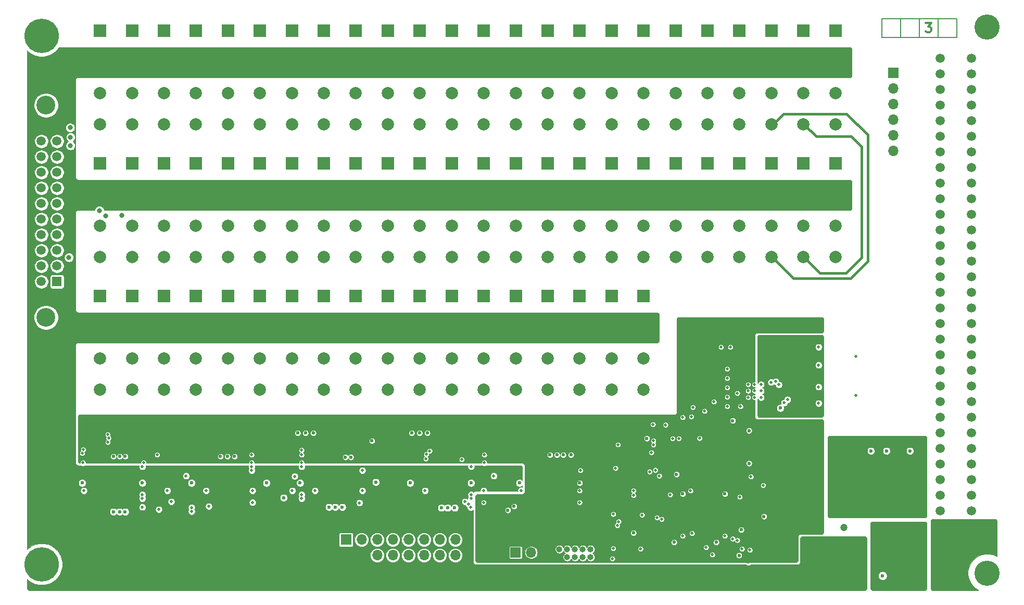
<source format=gbr>
G04 #@! TF.GenerationSoftware,KiCad,Pcbnew,5.1.4*
G04 #@! TF.CreationDate,2019-09-25T22:40:41+02:00*
G04 #@! TF.ProjectId,ETH6C20MUX,45544836-4332-4304-9d55-582e6b696361,rev?*
G04 #@! TF.SameCoordinates,Original*
G04 #@! TF.FileFunction,Copper,L3,Inr*
G04 #@! TF.FilePolarity,Positive*
%FSLAX46Y46*%
G04 Gerber Fmt 4.6, Leading zero omitted, Abs format (unit mm)*
G04 Created by KiCad (PCBNEW 5.1.4) date 2019-09-25 22:40:41*
%MOMM*%
%LPD*%
G04 APERTURE LIST*
%ADD10C,0.150000*%
%ADD11C,0.300000*%
%ADD12C,1.200000*%
%ADD13R,1.200000X1.200000*%
%ADD14C,2.000000*%
%ADD15R,2.000000X2.000000*%
%ADD16C,1.501140*%
%ADD17C,4.100000*%
%ADD18C,1.520000*%
%ADD19R,1.520000X1.520000*%
%ADD20C,3.050000*%
%ADD21O,1.700000X1.700000*%
%ADD22R,1.700000X1.700000*%
%ADD23O,1.000000X1.000000*%
%ADD24R,1.000000X1.000000*%
%ADD25C,0.500000*%
%ADD26C,5.600000*%
%ADD27C,0.600000*%
%ADD28C,0.800000*%
%ADD29C,0.381000*%
%ADD30C,0.120000*%
G04 APERTURE END LIST*
D10*
X203200000Y-44196000D02*
X203200000Y-47244000D01*
X212344000Y-47244000D02*
X200152000Y-47244000D01*
X212344000Y-44196000D02*
X212344000Y-47244000D01*
X209296000Y-44196000D02*
X209296000Y-47244000D01*
X200152000Y-44196000D02*
X212344000Y-44196000D01*
X200152000Y-47244000D02*
X200152000Y-44196000D01*
X206248000Y-47244000D02*
X206248000Y-44196000D01*
D11*
X207272000Y-44898571D02*
X208200571Y-44898571D01*
X207700571Y-45470000D01*
X207914857Y-45470000D01*
X208057714Y-45541428D01*
X208129142Y-45612857D01*
X208200571Y-45755714D01*
X208200571Y-46112857D01*
X208129142Y-46255714D01*
X208057714Y-46327142D01*
X207914857Y-46398571D01*
X207486285Y-46398571D01*
X207343428Y-46327142D01*
X207272000Y-46255714D01*
D12*
X194000000Y-129540000D03*
X194000000Y-127000000D03*
D13*
X194000000Y-124460000D03*
D14*
X99000000Y-61420000D03*
X99000000Y-56340000D03*
X99000000Y-51260000D03*
D15*
X99000000Y-46180000D03*
D14*
X73000000Y-61420000D03*
X73000000Y-56340000D03*
X73000000Y-51260000D03*
D15*
X73000000Y-46180000D03*
D14*
X177000000Y-61420000D03*
X177000000Y-56340000D03*
X177000000Y-51260000D03*
D15*
X177000000Y-46180000D03*
D14*
X161400000Y-61420000D03*
X161400000Y-56340000D03*
X161400000Y-51260000D03*
D15*
X161400000Y-46180000D03*
D14*
X145800000Y-61420000D03*
X145800000Y-56340000D03*
X145800000Y-51260000D03*
D15*
X145800000Y-46180000D03*
D14*
X130200000Y-61420000D03*
X130200000Y-56340000D03*
X130200000Y-51260000D03*
D15*
X130200000Y-46180000D03*
D14*
X114600000Y-61420000D03*
X114600000Y-56340000D03*
X114600000Y-51260000D03*
D15*
X114600000Y-46180000D03*
D14*
X83400000Y-61420000D03*
X83400000Y-56340000D03*
X83400000Y-51260000D03*
D15*
X83400000Y-46180000D03*
D14*
X177000000Y-83020000D03*
X177000000Y-77940000D03*
X177000000Y-72860000D03*
D15*
X177000000Y-67780000D03*
D14*
X161400000Y-83020000D03*
X161400000Y-77940000D03*
X161400000Y-72860000D03*
D15*
X161400000Y-67780000D03*
D14*
X145800000Y-83020000D03*
X145800000Y-77940000D03*
X145800000Y-72860000D03*
D15*
X145800000Y-67780000D03*
D14*
X130200000Y-83020000D03*
X130200000Y-77940000D03*
X130200000Y-72860000D03*
D15*
X130200000Y-67780000D03*
D14*
X114600000Y-83020000D03*
X114600000Y-77940000D03*
X114600000Y-72860000D03*
D15*
X114600000Y-67780000D03*
D14*
X83400000Y-83020000D03*
X83400000Y-77940000D03*
X83400000Y-72860000D03*
D15*
X83400000Y-67780000D03*
D14*
X192600000Y-83020000D03*
X192600000Y-77940000D03*
X192600000Y-72860000D03*
D15*
X192600000Y-67780000D03*
D14*
X187400000Y-83020000D03*
X187400000Y-77940000D03*
X187400000Y-72860000D03*
D15*
X187400000Y-67780000D03*
D14*
X182200000Y-83020000D03*
X182200000Y-77940000D03*
X182200000Y-72860000D03*
D15*
X182200000Y-67780000D03*
D14*
X182200000Y-61420000D03*
X182200000Y-56340000D03*
X182200000Y-51260000D03*
D15*
X182200000Y-46180000D03*
D14*
X187400000Y-61420000D03*
X187400000Y-56340000D03*
X187400000Y-51260000D03*
D15*
X187400000Y-46180000D03*
D14*
X192600000Y-61420000D03*
X192600000Y-56340000D03*
X192600000Y-51260000D03*
D15*
X192600000Y-46180000D03*
D14*
X99000000Y-83020000D03*
X99000000Y-77940000D03*
X99000000Y-72860000D03*
D15*
X99000000Y-67780000D03*
D14*
X161400000Y-104620000D03*
X161400000Y-99540000D03*
X161400000Y-94460000D03*
D15*
X161400000Y-89380000D03*
D14*
X145800000Y-104620000D03*
X145800000Y-99540000D03*
X145800000Y-94460000D03*
D15*
X145800000Y-89380000D03*
D14*
X130200000Y-104620000D03*
X130200000Y-99540000D03*
X130200000Y-94460000D03*
D15*
X130200000Y-89380000D03*
D14*
X114600000Y-104620000D03*
X114600000Y-99540000D03*
X114600000Y-94460000D03*
D15*
X114600000Y-89380000D03*
D14*
X99000000Y-104620000D03*
X99000000Y-99540000D03*
X99000000Y-94460000D03*
D15*
X99000000Y-89380000D03*
D14*
X83400000Y-104620000D03*
X83400000Y-99540000D03*
X83400000Y-94460000D03*
D15*
X83400000Y-89380000D03*
D14*
X171800000Y-61420000D03*
X171800000Y-56340000D03*
X171800000Y-51260000D03*
D15*
X171800000Y-46180000D03*
D14*
X156200000Y-61420000D03*
X156200000Y-56340000D03*
X156200000Y-51260000D03*
D15*
X156200000Y-46180000D03*
D14*
X140600000Y-61420000D03*
X140600000Y-56340000D03*
X140600000Y-51260000D03*
D15*
X140600000Y-46180000D03*
D14*
X125000000Y-61420000D03*
X125000000Y-56340000D03*
X125000000Y-51260000D03*
D15*
X125000000Y-46180000D03*
D14*
X109400000Y-61420000D03*
X109400000Y-56340000D03*
X109400000Y-51260000D03*
D15*
X109400000Y-46180000D03*
D14*
X93800000Y-61420000D03*
X93800000Y-56340000D03*
X93800000Y-51260000D03*
D15*
X93800000Y-46180000D03*
D14*
X78200000Y-61420000D03*
X78200000Y-56340000D03*
X78200000Y-51260000D03*
D15*
X78200000Y-46180000D03*
D14*
X171800000Y-83020000D03*
X171800000Y-77940000D03*
X171800000Y-72860000D03*
D15*
X171800000Y-67780000D03*
D14*
X156200000Y-83020000D03*
X156200000Y-77940000D03*
X156200000Y-72860000D03*
D15*
X156200000Y-67780000D03*
D14*
X140600000Y-83020000D03*
X140600000Y-77940000D03*
X140600000Y-72860000D03*
D15*
X140600000Y-67780000D03*
D14*
X125000000Y-83020000D03*
X125000000Y-77940000D03*
X125000000Y-72860000D03*
D15*
X125000000Y-67780000D03*
D14*
X109400000Y-83020000D03*
X109400000Y-77940000D03*
X109400000Y-72860000D03*
D15*
X109400000Y-67780000D03*
D14*
X93800000Y-83020000D03*
X93800000Y-77940000D03*
X93800000Y-72860000D03*
D15*
X93800000Y-67780000D03*
D14*
X78200000Y-83020000D03*
X78200000Y-77940000D03*
X78200000Y-72860000D03*
D15*
X78200000Y-67780000D03*
D14*
X156200000Y-104620000D03*
X156200000Y-99540000D03*
X156200000Y-94460000D03*
D15*
X156200000Y-89380000D03*
D14*
X140600000Y-104620000D03*
X140600000Y-99540000D03*
X140600000Y-94460000D03*
D15*
X140600000Y-89380000D03*
D14*
X125000000Y-104620000D03*
X125000000Y-99540000D03*
X125000000Y-94460000D03*
D15*
X125000000Y-89380000D03*
D14*
X109400000Y-104620000D03*
X109400000Y-99540000D03*
X109400000Y-94460000D03*
D15*
X109400000Y-89380000D03*
D14*
X93800000Y-104620000D03*
X93800000Y-99540000D03*
X93800000Y-94460000D03*
D15*
X93800000Y-89380000D03*
D14*
X78200000Y-104620000D03*
X78200000Y-99540000D03*
X78200000Y-94460000D03*
D15*
X78200000Y-89380000D03*
D14*
X166600000Y-61420000D03*
X166600000Y-56340000D03*
X166600000Y-51260000D03*
D15*
X166600000Y-46180000D03*
D14*
X151000000Y-61420000D03*
X151000000Y-56340000D03*
X151000000Y-51260000D03*
D15*
X151000000Y-46180000D03*
D14*
X135400000Y-61420000D03*
X135400000Y-56340000D03*
X135400000Y-51260000D03*
D15*
X135400000Y-46180000D03*
D14*
X119800000Y-61420000D03*
X119800000Y-56340000D03*
X119800000Y-51260000D03*
D15*
X119800000Y-46180000D03*
D14*
X104200000Y-61420000D03*
X104200000Y-56340000D03*
X104200000Y-51260000D03*
D15*
X104200000Y-46180000D03*
D14*
X88600000Y-61420000D03*
X88600000Y-56340000D03*
X88600000Y-51260000D03*
D15*
X88600000Y-46180000D03*
D14*
X166600000Y-83020000D03*
X166600000Y-77940000D03*
X166600000Y-72860000D03*
D15*
X166600000Y-67780000D03*
D14*
X151000000Y-83020000D03*
X151000000Y-77940000D03*
X151000000Y-72860000D03*
D15*
X151000000Y-67780000D03*
D14*
X135400000Y-83020000D03*
X135400000Y-77940000D03*
X135400000Y-72860000D03*
D15*
X135400000Y-67780000D03*
D14*
X119800000Y-83020000D03*
X119800000Y-77940000D03*
X119800000Y-72860000D03*
D15*
X119800000Y-67780000D03*
D14*
X104200000Y-83020000D03*
X104200000Y-77940000D03*
X104200000Y-72860000D03*
D15*
X104200000Y-67780000D03*
D14*
X88600000Y-83020000D03*
X88600000Y-77940000D03*
X88600000Y-72860000D03*
D15*
X88600000Y-67780000D03*
D14*
X73000000Y-83020000D03*
X73000000Y-77940000D03*
X73000000Y-72860000D03*
D15*
X73000000Y-67780000D03*
D14*
X151000000Y-104620000D03*
X151000000Y-99540000D03*
X151000000Y-94460000D03*
D15*
X151000000Y-89380000D03*
D14*
X135400000Y-104620000D03*
X135400000Y-99540000D03*
X135400000Y-94460000D03*
D15*
X135400000Y-89380000D03*
D14*
X119800000Y-104620000D03*
X119800000Y-99540000D03*
X119800000Y-94460000D03*
D15*
X119800000Y-89380000D03*
D14*
X104200000Y-104620000D03*
X104200000Y-99540000D03*
X104200000Y-94460000D03*
D15*
X104200000Y-89380000D03*
D14*
X88600000Y-104620000D03*
X88600000Y-99540000D03*
X88600000Y-94460000D03*
D15*
X88600000Y-89380000D03*
D14*
X73000000Y-104620000D03*
X73000000Y-99540000D03*
X73000000Y-94460000D03*
D15*
X73000000Y-89380000D03*
D16*
X214740000Y-50630000D03*
X214740000Y-53170000D03*
X214740000Y-58250000D03*
X214740000Y-55710000D03*
X214740000Y-60790000D03*
X214740000Y-63330000D03*
X214740000Y-65870000D03*
X214740000Y-68410000D03*
X214740000Y-70950000D03*
X214740000Y-73490000D03*
X214740000Y-76030000D03*
X214740000Y-78570000D03*
X214740000Y-81110000D03*
X214740000Y-83650000D03*
X214740000Y-86190000D03*
X214740000Y-88730000D03*
X214740000Y-91270000D03*
X214740000Y-93810000D03*
X214740000Y-96350000D03*
X214740000Y-98890000D03*
X214740000Y-101430000D03*
X214740000Y-103970000D03*
X214740000Y-106510000D03*
X214740000Y-109050000D03*
X214740000Y-111590000D03*
X214740000Y-114130000D03*
X214740000Y-116670000D03*
X214740000Y-119210000D03*
X214740000Y-121750000D03*
X214740000Y-124290000D03*
X214740000Y-126830000D03*
X214740000Y-129370000D03*
X209660000Y-50630000D03*
X209660000Y-53170000D03*
X209660000Y-58250000D03*
X209660000Y-55710000D03*
X209660000Y-60790000D03*
X209660000Y-63330000D03*
X209660000Y-65870000D03*
X209660000Y-68410000D03*
X209660000Y-70950000D03*
X209660000Y-73490000D03*
X209660000Y-76030000D03*
X209660000Y-78570000D03*
X209660000Y-81110000D03*
X209660000Y-83650000D03*
X209660000Y-86190000D03*
X209660000Y-88730000D03*
X209660000Y-91270000D03*
X209660000Y-93810000D03*
X209660000Y-96350000D03*
X209660000Y-98890000D03*
X209660000Y-101430000D03*
X209660000Y-103970000D03*
X209660000Y-106510000D03*
X209660000Y-109050000D03*
X209660000Y-111590000D03*
X209660000Y-114130000D03*
X209660000Y-116670000D03*
X209660000Y-119210000D03*
X209660000Y-121750000D03*
X209660000Y-124290000D03*
X209660000Y-126830000D03*
X209660000Y-129370000D03*
D17*
X217280000Y-134450000D03*
X217280000Y-45550000D03*
D18*
X63460000Y-64140000D03*
X66000000Y-64140000D03*
X63460000Y-66680000D03*
X66000000Y-66680000D03*
X63460000Y-69220000D03*
X66000000Y-69220000D03*
X63460000Y-71760000D03*
X66000000Y-71760000D03*
X63460000Y-74300000D03*
X66000000Y-74300000D03*
X63460000Y-76840000D03*
X66000000Y-76840000D03*
X63460000Y-79380000D03*
X66000000Y-79380000D03*
X63460000Y-81920000D03*
X66000000Y-81920000D03*
X63460000Y-84460000D03*
X66000000Y-84460000D03*
X63460000Y-87000000D03*
D19*
X66000000Y-87000000D03*
D20*
X64220000Y-92840000D03*
X64220000Y-58300000D03*
D21*
X143129000Y-131081000D03*
D22*
X140589000Y-131081000D03*
D23*
X152781000Y-130556000D03*
X152781000Y-131826000D03*
X151511000Y-130556000D03*
X151511000Y-131826000D03*
X150241000Y-130556000D03*
X150241000Y-131826000D03*
X148971000Y-130556000D03*
X148971000Y-131826000D03*
X147701000Y-130556000D03*
D24*
X147701000Y-131826000D03*
D21*
X202000000Y-65700000D03*
X202000000Y-63160000D03*
X202000000Y-60620000D03*
X202000000Y-58080000D03*
X202000000Y-55540000D03*
D22*
X202000000Y-53000000D03*
D21*
X130780000Y-131540000D03*
X130780000Y-129000000D03*
X128240000Y-131540000D03*
X128240000Y-129000000D03*
X125700000Y-131540000D03*
X125700000Y-129000000D03*
X123160000Y-131540000D03*
X123160000Y-129000000D03*
X120620000Y-131540000D03*
X120620000Y-129000000D03*
X118080000Y-131540000D03*
X118080000Y-129000000D03*
X115540000Y-131540000D03*
X115540000Y-129000000D03*
X113000000Y-131540000D03*
D22*
X113000000Y-129000000D03*
D25*
X178401000Y-105840000D03*
X178401000Y-104790000D03*
X178401000Y-103740000D03*
X179451000Y-105840000D03*
X179451000Y-104790000D03*
X179451000Y-103740000D03*
X180501000Y-105840000D03*
X180501000Y-104790000D03*
X180501000Y-103740000D03*
D26*
X63500000Y-47000000D03*
X63500000Y-133000000D03*
D27*
X102870000Y-122174000D03*
X117221000Y-112903000D03*
X140335000Y-123571000D03*
D25*
X156464000Y-130429000D03*
D27*
X166370000Y-129413000D03*
X173228000Y-129413000D03*
X70104000Y-119761000D03*
X117856000Y-119634000D03*
X123444000Y-119761000D03*
X133350000Y-119761000D03*
X141224000Y-119761000D03*
X100076000Y-119761000D03*
X87884000Y-119761000D03*
X79883000Y-119761000D03*
X151003000Y-119761000D03*
X174625000Y-121539000D03*
X167767000Y-121539000D03*
X177292000Y-127381000D03*
X200278960Y-134874000D03*
X105537000Y-119761004D03*
X180975000Y-125222000D03*
X166751000Y-118364000D03*
X175895000Y-109618500D03*
X183642000Y-107569000D03*
X126238000Y-111633000D03*
X124968000Y-111633000D03*
X123698000Y-111633000D03*
X106426000Y-111633000D03*
X107696000Y-111633000D03*
X105156000Y-111633000D03*
X139319000Y-124206000D03*
D25*
X162941000Y-110236000D03*
X157235576Y-113541662D03*
X156470014Y-124847014D03*
X180848000Y-120142000D03*
X170490376Y-112493810D03*
D27*
X76200000Y-115443000D03*
X75184000Y-115443000D03*
X77089000Y-115443000D03*
X92583000Y-115443000D03*
X93726000Y-115443000D03*
X94869000Y-115443000D03*
X112903000Y-115570000D03*
X113792000Y-115570000D03*
X146177000Y-115189000D03*
X147320000Y-115189000D03*
X148336000Y-115189000D03*
X149606000Y-115189000D03*
X110236000Y-123698000D03*
X111252000Y-123698000D03*
X112395000Y-123698000D03*
X130683000Y-123807510D03*
X129540006Y-123807510D03*
X128524000Y-123807510D03*
X75184000Y-124460000D03*
X76200000Y-124460000D03*
X77089000Y-124460000D03*
X178562000Y-111252000D03*
X198373996Y-114554000D03*
X184404000Y-110236000D03*
X173990000Y-109601000D03*
D25*
X176809072Y-104453510D03*
D27*
X179157128Y-109572466D03*
X178435000Y-132588000D03*
X157480000Y-114173000D03*
X180975000Y-113157000D03*
X172974000Y-102743000D03*
X163068000Y-129413000D03*
X169926000Y-129413000D03*
X178435000Y-124714000D03*
X157353000Y-120650000D03*
X174498000Y-118364000D03*
X159639000Y-125730000D03*
X171362457Y-131554510D03*
X165899299Y-131554510D03*
X154577741Y-129853342D03*
X159765555Y-130538510D03*
X138684000Y-129413000D03*
X163484377Y-112291310D03*
X69782096Y-115803679D03*
X87884000Y-115824000D03*
X108331000Y-115443000D03*
X123444000Y-115824000D03*
X141224000Y-115824000D03*
X185674000Y-123063000D03*
X184404000Y-123063000D03*
X183134000Y-123063000D03*
X183134000Y-124333000D03*
X184404000Y-124333000D03*
X185674000Y-124333000D03*
X186944000Y-124333000D03*
X188214000Y-124333000D03*
X188214000Y-123063000D03*
X186944000Y-123063000D03*
X183896000Y-117094000D03*
X183896000Y-115824000D03*
X183896000Y-118364000D03*
X182626000Y-118364000D03*
X182626000Y-117094000D03*
X182626000Y-115824000D03*
X169671982Y-112522000D03*
X178610843Y-119682843D03*
X175277490Y-112395000D03*
D25*
X175006000Y-101219000D03*
D27*
X161925000Y-112522000D03*
X193929000Y-123063000D03*
X193929000Y-121793000D03*
X193929000Y-120523000D03*
X195199000Y-120523000D03*
X196469000Y-120523000D03*
X197739000Y-120523000D03*
X197739000Y-121793000D03*
X196469000Y-121793000D03*
X195199000Y-121793000D03*
X195199000Y-123063000D03*
X196469000Y-123063000D03*
X197739000Y-123063000D03*
X195199000Y-124333000D03*
X196469000Y-124333000D03*
X197739000Y-124333000D03*
X70104000Y-117729000D03*
X87884000Y-117729000D03*
X105537000Y-117856000D03*
X123444000Y-117856000D03*
X141224000Y-117856000D03*
X190500000Y-129540000D03*
X191770000Y-129540000D03*
X191770000Y-130810000D03*
X190500000Y-130810000D03*
X190500000Y-132080000D03*
X191770000Y-132080000D03*
X193040000Y-132080000D03*
X194310000Y-132080000D03*
X195580000Y-132080000D03*
X196850000Y-132080000D03*
X196850000Y-130810000D03*
X195580000Y-130810000D03*
X194310000Y-130810000D03*
X193040000Y-130810000D03*
X195580000Y-129667000D03*
X196850000Y-129667000D03*
D25*
X74235480Y-111869848D03*
X70269437Y-114330207D03*
X133350000Y-117094000D03*
X74389304Y-112489304D03*
X70104000Y-114935000D03*
X79883000Y-117094000D03*
X105791000Y-122301000D03*
X133245511Y-123742956D03*
X70231000Y-116459000D03*
X74281071Y-113143071D03*
X79883000Y-123698000D03*
X135509000Y-116459000D03*
X80069520Y-116459000D03*
X105791000Y-121666000D03*
X133350000Y-122301000D03*
X79883000Y-122301000D03*
X135509000Y-115189000D03*
X82296000Y-115189000D03*
X105791000Y-117094000D03*
X133350000Y-121666000D03*
X79883000Y-121666000D03*
D27*
X211963000Y-133985000D03*
X211963000Y-132715000D03*
X211963000Y-131445000D03*
X213233000Y-131445000D03*
X213233000Y-132715000D03*
X213233000Y-133985000D03*
X213233000Y-135255000D03*
X213233000Y-136525000D03*
X211963000Y-136525000D03*
X211963000Y-135255000D03*
D25*
X169291000Y-127956488D03*
X177038000Y-122047000D03*
X178855000Y-118745000D03*
X178689000Y-130683000D03*
X177419000Y-130496490D03*
X172593000Y-131445000D03*
X171577000Y-130242479D03*
D28*
X67945000Y-83058000D03*
X72898000Y-75439510D03*
X73914000Y-76327000D03*
X76581000Y-76200000D03*
X68141011Y-61947369D03*
X68204320Y-63494692D03*
X68198996Y-64854011D03*
D25*
X189865000Y-97663000D03*
X189865000Y-100584000D03*
X182868834Y-103239834D03*
X184801333Y-106201652D03*
X189865000Y-104140000D03*
X189865000Y-106807000D03*
X184271001Y-106731984D03*
X183399166Y-103770166D03*
X195961000Y-105537000D03*
X195961000Y-99187000D03*
X159766000Y-121031000D03*
X159766000Y-121793000D03*
X165735000Y-121666000D03*
X169037000Y-121031000D03*
D27*
X159766000Y-127889000D03*
X204724012Y-114554000D03*
X203073000Y-128270000D03*
X203073000Y-127000000D03*
X203073000Y-129540000D03*
X200025000Y-136652000D03*
X204470000Y-136652000D03*
X205740000Y-136652000D03*
X207010000Y-136652000D03*
X198755000Y-135382000D03*
X204470000Y-135382000D03*
X205740000Y-135382000D03*
X207010000Y-135382000D03*
X198755000Y-134112000D03*
X198755000Y-132842000D03*
X198755000Y-131572000D03*
X198755000Y-136652000D03*
X200914000Y-114554000D03*
D25*
X157111246Y-126676064D03*
X157353000Y-126051490D03*
X161163000Y-124968000D03*
X163576000Y-125408500D03*
X164338000Y-125662521D03*
X175895000Y-128845500D03*
X115189000Y-122995500D03*
X151003000Y-122936000D03*
X163322000Y-117669500D03*
X135382000Y-122936000D03*
X97790012Y-122936000D03*
X84582000Y-122809000D03*
X132964774Y-123182304D03*
X115660336Y-121031000D03*
X135382000Y-121031000D03*
X151003000Y-121031000D03*
X162375519Y-117923510D03*
X83947000Y-121031000D03*
X97790010Y-121031000D03*
X132363922Y-122809008D03*
X86995000Y-118617996D03*
X97663000Y-117729000D03*
X151130000Y-117729000D03*
X115660336Y-117729000D03*
X131826000Y-115951000D03*
X156845000Y-117348000D03*
X104648000Y-118677510D03*
X137033000Y-118618000D03*
X70358000Y-121031000D03*
X90237489Y-121031000D03*
X104267000Y-121031000D03*
X107950000Y-121031000D03*
X125857000Y-121031000D03*
X82550000Y-124079000D03*
X141493000Y-121005000D03*
X163957000Y-118614009D03*
X176657000Y-129091510D03*
X167767000Y-128396988D03*
X174625000Y-128396992D03*
D27*
X186436000Y-108331000D03*
X182245000Y-106299000D03*
X180848000Y-102108000D03*
X181384000Y-108486000D03*
X189865000Y-105537000D03*
X189865000Y-99187000D03*
X186563000Y-97663000D03*
X186563000Y-100711000D03*
X186563000Y-104013000D03*
D25*
X173990000Y-97663000D03*
X175514000Y-97663000D03*
X167132000Y-112522000D03*
X166116000Y-112522000D03*
D27*
X176923048Y-131554510D03*
D25*
X156337000Y-132080000D03*
X160909000Y-130488509D03*
X162687000Y-114808000D03*
X167767000Y-109092998D03*
X175006000Y-104267000D03*
X169418000Y-107449988D03*
X163000510Y-112903000D03*
X175006000Y-102743000D03*
X176657000Y-105156010D03*
X163000510Y-113551867D03*
X169163994Y-108966000D03*
X175006000Y-105791000D03*
X182118000Y-103378000D03*
X175006000Y-107315000D03*
X177165000Y-107315000D03*
X171323000Y-108077000D03*
D27*
X178562000Y-116586000D03*
D25*
X172847000Y-106553000D03*
X164978946Y-110301478D03*
X97663000Y-115189000D03*
X126619000Y-114554000D03*
X97663000Y-116459000D03*
X126067556Y-115118075D03*
X97663000Y-117094000D03*
X125984000Y-115824000D03*
X87884000Y-124384534D03*
X105791000Y-116459000D03*
X87884000Y-123757521D03*
X105791000Y-115189000D03*
X90678000Y-123571000D03*
X105791000Y-114427000D03*
D29*
X189484000Y-63373000D02*
X187579000Y-61468000D01*
X195199000Y-63373000D02*
X189484000Y-63373000D01*
X187579000Y-83058000D02*
X190119000Y-85598000D01*
X194310000Y-85598000D02*
X196850000Y-83058000D01*
X190119000Y-85598000D02*
X194310000Y-85598000D01*
X196850000Y-83058000D02*
X196850000Y-65024000D01*
X196850000Y-65024000D02*
X195199000Y-63373000D01*
X183371999Y-60468001D02*
X182372000Y-61468000D01*
X184150000Y-59690000D02*
X183371999Y-60468001D01*
X182372000Y-83058000D02*
X185801000Y-86487000D01*
X185801000Y-86487000D02*
X195072000Y-86487000D01*
X197866000Y-63119000D02*
X194437000Y-59690000D01*
X195072000Y-86487000D02*
X197866000Y-83693000D01*
X194437000Y-59690000D02*
X184150000Y-59690000D01*
X197866000Y-83693000D02*
X197866000Y-63119000D01*
D30*
G36*
X218888000Y-125881852D02*
G01*
X218888000Y-131784066D01*
X218753137Y-131693954D01*
X218187154Y-131459516D01*
X217586308Y-131340000D01*
X216973692Y-131340000D01*
X216372846Y-131459516D01*
X215806863Y-131693954D01*
X215297491Y-132034305D01*
X214864305Y-132467491D01*
X214523954Y-132976863D01*
X214289516Y-133542846D01*
X214170000Y-134143692D01*
X214170000Y-134756308D01*
X214289516Y-135357154D01*
X214523954Y-135923137D01*
X214864305Y-136432509D01*
X215297491Y-136865695D01*
X215806863Y-137206046D01*
X215857450Y-137227000D01*
X208304852Y-137227000D01*
X208086000Y-137008148D01*
X208086000Y-125881852D01*
X208304852Y-125663000D01*
X218669148Y-125663000D01*
X218888000Y-125881852D01*
X218888000Y-125881852D01*
G37*
X218888000Y-125881852D02*
X218888000Y-131784066D01*
X218753137Y-131693954D01*
X218187154Y-131459516D01*
X217586308Y-131340000D01*
X216973692Y-131340000D01*
X216372846Y-131459516D01*
X215806863Y-131693954D01*
X215297491Y-132034305D01*
X214864305Y-132467491D01*
X214523954Y-132976863D01*
X214289516Y-133542846D01*
X214170000Y-134143692D01*
X214170000Y-134756308D01*
X214289516Y-135357154D01*
X214523954Y-135923137D01*
X214864305Y-136432509D01*
X215297491Y-136865695D01*
X215806863Y-137206046D01*
X215857450Y-137227000D01*
X208304852Y-137227000D01*
X208086000Y-137008148D01*
X208086000Y-125881852D01*
X208304852Y-125663000D01*
X218669148Y-125663000D01*
X218888000Y-125881852D01*
G36*
X207458000Y-126262852D02*
G01*
X207458000Y-137008148D01*
X207239148Y-137227000D01*
X198525852Y-137227000D01*
X198307000Y-137008148D01*
X198307000Y-134804071D01*
X199568960Y-134804071D01*
X199568960Y-134943929D01*
X199596245Y-135081099D01*
X199649767Y-135210311D01*
X199727467Y-135326598D01*
X199826362Y-135425493D01*
X199942649Y-135503193D01*
X200071861Y-135556715D01*
X200209031Y-135584000D01*
X200348889Y-135584000D01*
X200486059Y-135556715D01*
X200615271Y-135503193D01*
X200731558Y-135425493D01*
X200830453Y-135326598D01*
X200908153Y-135210311D01*
X200961675Y-135081099D01*
X200988960Y-134943929D01*
X200988960Y-134804071D01*
X200961675Y-134666901D01*
X200908153Y-134537689D01*
X200830453Y-134421402D01*
X200731558Y-134322507D01*
X200615271Y-134244807D01*
X200486059Y-134191285D01*
X200348889Y-134164000D01*
X200209031Y-134164000D01*
X200071861Y-134191285D01*
X199942649Y-134244807D01*
X199826362Y-134322507D01*
X199727467Y-134421402D01*
X199649767Y-134537689D01*
X199596245Y-134666901D01*
X199568960Y-134804071D01*
X198307000Y-134804071D01*
X198307000Y-126262852D01*
X198525852Y-126044000D01*
X207239148Y-126044000D01*
X207458000Y-126262852D01*
X207458000Y-126262852D01*
G37*
X207458000Y-126262852D02*
X207458000Y-137008148D01*
X207239148Y-137227000D01*
X198525852Y-137227000D01*
X198307000Y-137008148D01*
X198307000Y-134804071D01*
X199568960Y-134804071D01*
X199568960Y-134943929D01*
X199596245Y-135081099D01*
X199649767Y-135210311D01*
X199727467Y-135326598D01*
X199826362Y-135425493D01*
X199942649Y-135503193D01*
X200071861Y-135556715D01*
X200209031Y-135584000D01*
X200348889Y-135584000D01*
X200486059Y-135556715D01*
X200615271Y-135503193D01*
X200731558Y-135425493D01*
X200830453Y-135326598D01*
X200908153Y-135210311D01*
X200961675Y-135081099D01*
X200988960Y-134943929D01*
X200988960Y-134804071D01*
X200961675Y-134666901D01*
X200908153Y-134537689D01*
X200830453Y-134421402D01*
X200731558Y-134322507D01*
X200615271Y-134244807D01*
X200486059Y-134191285D01*
X200348889Y-134164000D01*
X200209031Y-134164000D01*
X200071861Y-134191285D01*
X199942649Y-134244807D01*
X199826362Y-134322507D01*
X199727467Y-134421402D01*
X199649767Y-134537689D01*
X199596245Y-134666901D01*
X199568960Y-134804071D01*
X198307000Y-134804071D01*
X198307000Y-126262852D01*
X198525852Y-126044000D01*
X207239148Y-126044000D01*
X207458000Y-126262852D01*
G36*
X190694000Y-95909852D02*
G01*
X190694000Y-108814148D01*
X190475148Y-109033000D01*
X180110852Y-109033000D01*
X179892000Y-108814148D01*
X179892000Y-107508526D01*
X183028000Y-107508526D01*
X183028000Y-107629474D01*
X183051596Y-107748097D01*
X183097880Y-107859838D01*
X183165075Y-107960402D01*
X183250598Y-108045925D01*
X183351162Y-108113120D01*
X183462903Y-108159404D01*
X183581526Y-108183000D01*
X183702474Y-108183000D01*
X183821097Y-108159404D01*
X183932838Y-108113120D01*
X184033402Y-108045925D01*
X184118925Y-107960402D01*
X184186120Y-107859838D01*
X184232404Y-107748097D01*
X184256000Y-107629474D01*
X184256000Y-107508526D01*
X184232404Y-107389903D01*
X184191531Y-107291226D01*
X184215452Y-107295984D01*
X184326550Y-107295984D01*
X184435514Y-107274310D01*
X184538155Y-107231794D01*
X184630530Y-107170071D01*
X184709088Y-107091513D01*
X184770811Y-106999138D01*
X184813327Y-106896497D01*
X184835001Y-106787533D01*
X184835001Y-106765652D01*
X184856882Y-106765652D01*
X184928276Y-106751451D01*
X189301000Y-106751451D01*
X189301000Y-106862549D01*
X189322674Y-106971513D01*
X189365190Y-107074154D01*
X189426913Y-107166529D01*
X189505471Y-107245087D01*
X189597846Y-107306810D01*
X189700487Y-107349326D01*
X189809451Y-107371000D01*
X189920549Y-107371000D01*
X190029513Y-107349326D01*
X190132154Y-107306810D01*
X190224529Y-107245087D01*
X190303087Y-107166529D01*
X190364810Y-107074154D01*
X190407326Y-106971513D01*
X190429000Y-106862549D01*
X190429000Y-106751451D01*
X190407326Y-106642487D01*
X190364810Y-106539846D01*
X190303087Y-106447471D01*
X190224529Y-106368913D01*
X190132154Y-106307190D01*
X190029513Y-106264674D01*
X189920549Y-106243000D01*
X189809451Y-106243000D01*
X189700487Y-106264674D01*
X189597846Y-106307190D01*
X189505471Y-106368913D01*
X189426913Y-106447471D01*
X189365190Y-106539846D01*
X189322674Y-106642487D01*
X189301000Y-106751451D01*
X184928276Y-106751451D01*
X184965846Y-106743978D01*
X185068487Y-106701462D01*
X185160862Y-106639739D01*
X185239420Y-106561181D01*
X185301143Y-106468806D01*
X185343659Y-106366165D01*
X185365333Y-106257201D01*
X185365333Y-106146103D01*
X185343659Y-106037139D01*
X185301143Y-105934498D01*
X185239420Y-105842123D01*
X185160862Y-105763565D01*
X185068487Y-105701842D01*
X184965846Y-105659326D01*
X184856882Y-105637652D01*
X184745784Y-105637652D01*
X184636820Y-105659326D01*
X184534179Y-105701842D01*
X184441804Y-105763565D01*
X184363246Y-105842123D01*
X184301523Y-105934498D01*
X184259007Y-106037139D01*
X184237333Y-106146103D01*
X184237333Y-106167984D01*
X184215452Y-106167984D01*
X184106488Y-106189658D01*
X184003847Y-106232174D01*
X183911472Y-106293897D01*
X183832914Y-106372455D01*
X183771191Y-106464830D01*
X183728675Y-106567471D01*
X183707001Y-106676435D01*
X183707001Y-106787533D01*
X183728675Y-106896497D01*
X183757437Y-106965933D01*
X183702474Y-106955000D01*
X183581526Y-106955000D01*
X183462903Y-106978596D01*
X183351162Y-107024880D01*
X183250598Y-107092075D01*
X183165075Y-107177598D01*
X183097880Y-107278162D01*
X183051596Y-107389903D01*
X183028000Y-107508526D01*
X179892000Y-107508526D01*
X179892000Y-106195169D01*
X179950810Y-106107154D01*
X179976000Y-106046341D01*
X180001190Y-106107154D01*
X180062913Y-106199529D01*
X180141471Y-106278087D01*
X180233846Y-106339810D01*
X180336487Y-106382326D01*
X180445451Y-106404000D01*
X180556549Y-106404000D01*
X180665513Y-106382326D01*
X180768154Y-106339810D01*
X180860529Y-106278087D01*
X180939087Y-106199529D01*
X181000810Y-106107154D01*
X181043326Y-106004513D01*
X181065000Y-105895549D01*
X181065000Y-105784451D01*
X181043326Y-105675487D01*
X181000810Y-105572846D01*
X180939087Y-105480471D01*
X180860529Y-105401913D01*
X180768154Y-105340190D01*
X180707341Y-105315000D01*
X180768154Y-105289810D01*
X180860529Y-105228087D01*
X180939087Y-105149529D01*
X181000810Y-105057154D01*
X181043326Y-104954513D01*
X181065000Y-104845549D01*
X181065000Y-104734451D01*
X181043326Y-104625487D01*
X181000810Y-104522846D01*
X180939087Y-104430471D01*
X180860529Y-104351913D01*
X180768154Y-104290190D01*
X180707341Y-104265000D01*
X180768154Y-104239810D01*
X180860529Y-104178087D01*
X180939087Y-104099529D01*
X181000810Y-104007154D01*
X181043326Y-103904513D01*
X181065000Y-103795549D01*
X181065000Y-103684451D01*
X181043326Y-103575487D01*
X181000810Y-103472846D01*
X180939087Y-103380471D01*
X180881067Y-103322451D01*
X181554000Y-103322451D01*
X181554000Y-103433549D01*
X181575674Y-103542513D01*
X181618190Y-103645154D01*
X181679913Y-103737529D01*
X181758471Y-103816087D01*
X181850846Y-103877810D01*
X181953487Y-103920326D01*
X182062451Y-103942000D01*
X182173549Y-103942000D01*
X182282513Y-103920326D01*
X182385154Y-103877810D01*
X182477529Y-103816087D01*
X182556087Y-103737529D01*
X182569183Y-103717930D01*
X182601680Y-103739644D01*
X182704321Y-103782160D01*
X182813285Y-103803834D01*
X182835166Y-103803834D01*
X182835166Y-103825715D01*
X182856840Y-103934679D01*
X182899356Y-104037320D01*
X182961079Y-104129695D01*
X183039637Y-104208253D01*
X183132012Y-104269976D01*
X183234653Y-104312492D01*
X183343617Y-104334166D01*
X183454715Y-104334166D01*
X183563679Y-104312492D01*
X183666320Y-104269976D01*
X183758695Y-104208253D01*
X183837253Y-104129695D01*
X183867484Y-104084451D01*
X189301000Y-104084451D01*
X189301000Y-104195549D01*
X189322674Y-104304513D01*
X189365190Y-104407154D01*
X189426913Y-104499529D01*
X189505471Y-104578087D01*
X189597846Y-104639810D01*
X189700487Y-104682326D01*
X189809451Y-104704000D01*
X189920549Y-104704000D01*
X190029513Y-104682326D01*
X190132154Y-104639810D01*
X190224529Y-104578087D01*
X190303087Y-104499529D01*
X190364810Y-104407154D01*
X190407326Y-104304513D01*
X190429000Y-104195549D01*
X190429000Y-104084451D01*
X190407326Y-103975487D01*
X190364810Y-103872846D01*
X190303087Y-103780471D01*
X190224529Y-103701913D01*
X190132154Y-103640190D01*
X190029513Y-103597674D01*
X189920549Y-103576000D01*
X189809451Y-103576000D01*
X189700487Y-103597674D01*
X189597846Y-103640190D01*
X189505471Y-103701913D01*
X189426913Y-103780471D01*
X189365190Y-103872846D01*
X189322674Y-103975487D01*
X189301000Y-104084451D01*
X183867484Y-104084451D01*
X183898976Y-104037320D01*
X183941492Y-103934679D01*
X183963166Y-103825715D01*
X183963166Y-103714617D01*
X183941492Y-103605653D01*
X183898976Y-103503012D01*
X183837253Y-103410637D01*
X183758695Y-103332079D01*
X183666320Y-103270356D01*
X183563679Y-103227840D01*
X183454715Y-103206166D01*
X183432834Y-103206166D01*
X183432834Y-103184285D01*
X183411160Y-103075321D01*
X183368644Y-102972680D01*
X183306921Y-102880305D01*
X183228363Y-102801747D01*
X183135988Y-102740024D01*
X183033347Y-102697508D01*
X182924383Y-102675834D01*
X182813285Y-102675834D01*
X182704321Y-102697508D01*
X182601680Y-102740024D01*
X182509305Y-102801747D01*
X182430747Y-102880305D01*
X182417651Y-102899904D01*
X182385154Y-102878190D01*
X182282513Y-102835674D01*
X182173549Y-102814000D01*
X182062451Y-102814000D01*
X181953487Y-102835674D01*
X181850846Y-102878190D01*
X181758471Y-102939913D01*
X181679913Y-103018471D01*
X181618190Y-103110846D01*
X181575674Y-103213487D01*
X181554000Y-103322451D01*
X180881067Y-103322451D01*
X180860529Y-103301913D01*
X180768154Y-103240190D01*
X180665513Y-103197674D01*
X180556549Y-103176000D01*
X180445451Y-103176000D01*
X180336487Y-103197674D01*
X180233846Y-103240190D01*
X180141471Y-103301913D01*
X180062913Y-103380471D01*
X180001190Y-103472846D01*
X179976000Y-103533659D01*
X179950810Y-103472846D01*
X179892000Y-103384831D01*
X179892000Y-100528451D01*
X189301000Y-100528451D01*
X189301000Y-100639549D01*
X189322674Y-100748513D01*
X189365190Y-100851154D01*
X189426913Y-100943529D01*
X189505471Y-101022087D01*
X189597846Y-101083810D01*
X189700487Y-101126326D01*
X189809451Y-101148000D01*
X189920549Y-101148000D01*
X190029513Y-101126326D01*
X190132154Y-101083810D01*
X190224529Y-101022087D01*
X190303087Y-100943529D01*
X190364810Y-100851154D01*
X190407326Y-100748513D01*
X190429000Y-100639549D01*
X190429000Y-100528451D01*
X190407326Y-100419487D01*
X190364810Y-100316846D01*
X190303087Y-100224471D01*
X190224529Y-100145913D01*
X190132154Y-100084190D01*
X190029513Y-100041674D01*
X189920549Y-100020000D01*
X189809451Y-100020000D01*
X189700487Y-100041674D01*
X189597846Y-100084190D01*
X189505471Y-100145913D01*
X189426913Y-100224471D01*
X189365190Y-100316846D01*
X189322674Y-100419487D01*
X189301000Y-100528451D01*
X179892000Y-100528451D01*
X179892000Y-97607451D01*
X189301000Y-97607451D01*
X189301000Y-97718549D01*
X189322674Y-97827513D01*
X189365190Y-97930154D01*
X189426913Y-98022529D01*
X189505471Y-98101087D01*
X189597846Y-98162810D01*
X189700487Y-98205326D01*
X189809451Y-98227000D01*
X189920549Y-98227000D01*
X190029513Y-98205326D01*
X190132154Y-98162810D01*
X190224529Y-98101087D01*
X190303087Y-98022529D01*
X190364810Y-97930154D01*
X190407326Y-97827513D01*
X190429000Y-97718549D01*
X190429000Y-97607451D01*
X190407326Y-97498487D01*
X190364810Y-97395846D01*
X190303087Y-97303471D01*
X190224529Y-97224913D01*
X190132154Y-97163190D01*
X190029513Y-97120674D01*
X189920549Y-97099000D01*
X189809451Y-97099000D01*
X189700487Y-97120674D01*
X189597846Y-97163190D01*
X189505471Y-97224913D01*
X189426913Y-97303471D01*
X189365190Y-97395846D01*
X189322674Y-97498487D01*
X189301000Y-97607451D01*
X179892000Y-97607451D01*
X179892000Y-95909852D01*
X180110852Y-95691000D01*
X190475148Y-95691000D01*
X190694000Y-95909852D01*
X190694000Y-95909852D01*
G37*
X190694000Y-95909852D02*
X190694000Y-108814148D01*
X190475148Y-109033000D01*
X180110852Y-109033000D01*
X179892000Y-108814148D01*
X179892000Y-107508526D01*
X183028000Y-107508526D01*
X183028000Y-107629474D01*
X183051596Y-107748097D01*
X183097880Y-107859838D01*
X183165075Y-107960402D01*
X183250598Y-108045925D01*
X183351162Y-108113120D01*
X183462903Y-108159404D01*
X183581526Y-108183000D01*
X183702474Y-108183000D01*
X183821097Y-108159404D01*
X183932838Y-108113120D01*
X184033402Y-108045925D01*
X184118925Y-107960402D01*
X184186120Y-107859838D01*
X184232404Y-107748097D01*
X184256000Y-107629474D01*
X184256000Y-107508526D01*
X184232404Y-107389903D01*
X184191531Y-107291226D01*
X184215452Y-107295984D01*
X184326550Y-107295984D01*
X184435514Y-107274310D01*
X184538155Y-107231794D01*
X184630530Y-107170071D01*
X184709088Y-107091513D01*
X184770811Y-106999138D01*
X184813327Y-106896497D01*
X184835001Y-106787533D01*
X184835001Y-106765652D01*
X184856882Y-106765652D01*
X184928276Y-106751451D01*
X189301000Y-106751451D01*
X189301000Y-106862549D01*
X189322674Y-106971513D01*
X189365190Y-107074154D01*
X189426913Y-107166529D01*
X189505471Y-107245087D01*
X189597846Y-107306810D01*
X189700487Y-107349326D01*
X189809451Y-107371000D01*
X189920549Y-107371000D01*
X190029513Y-107349326D01*
X190132154Y-107306810D01*
X190224529Y-107245087D01*
X190303087Y-107166529D01*
X190364810Y-107074154D01*
X190407326Y-106971513D01*
X190429000Y-106862549D01*
X190429000Y-106751451D01*
X190407326Y-106642487D01*
X190364810Y-106539846D01*
X190303087Y-106447471D01*
X190224529Y-106368913D01*
X190132154Y-106307190D01*
X190029513Y-106264674D01*
X189920549Y-106243000D01*
X189809451Y-106243000D01*
X189700487Y-106264674D01*
X189597846Y-106307190D01*
X189505471Y-106368913D01*
X189426913Y-106447471D01*
X189365190Y-106539846D01*
X189322674Y-106642487D01*
X189301000Y-106751451D01*
X184928276Y-106751451D01*
X184965846Y-106743978D01*
X185068487Y-106701462D01*
X185160862Y-106639739D01*
X185239420Y-106561181D01*
X185301143Y-106468806D01*
X185343659Y-106366165D01*
X185365333Y-106257201D01*
X185365333Y-106146103D01*
X185343659Y-106037139D01*
X185301143Y-105934498D01*
X185239420Y-105842123D01*
X185160862Y-105763565D01*
X185068487Y-105701842D01*
X184965846Y-105659326D01*
X184856882Y-105637652D01*
X184745784Y-105637652D01*
X184636820Y-105659326D01*
X184534179Y-105701842D01*
X184441804Y-105763565D01*
X184363246Y-105842123D01*
X184301523Y-105934498D01*
X184259007Y-106037139D01*
X184237333Y-106146103D01*
X184237333Y-106167984D01*
X184215452Y-106167984D01*
X184106488Y-106189658D01*
X184003847Y-106232174D01*
X183911472Y-106293897D01*
X183832914Y-106372455D01*
X183771191Y-106464830D01*
X183728675Y-106567471D01*
X183707001Y-106676435D01*
X183707001Y-106787533D01*
X183728675Y-106896497D01*
X183757437Y-106965933D01*
X183702474Y-106955000D01*
X183581526Y-106955000D01*
X183462903Y-106978596D01*
X183351162Y-107024880D01*
X183250598Y-107092075D01*
X183165075Y-107177598D01*
X183097880Y-107278162D01*
X183051596Y-107389903D01*
X183028000Y-107508526D01*
X179892000Y-107508526D01*
X179892000Y-106195169D01*
X179950810Y-106107154D01*
X179976000Y-106046341D01*
X180001190Y-106107154D01*
X180062913Y-106199529D01*
X180141471Y-106278087D01*
X180233846Y-106339810D01*
X180336487Y-106382326D01*
X180445451Y-106404000D01*
X180556549Y-106404000D01*
X180665513Y-106382326D01*
X180768154Y-106339810D01*
X180860529Y-106278087D01*
X180939087Y-106199529D01*
X181000810Y-106107154D01*
X181043326Y-106004513D01*
X181065000Y-105895549D01*
X181065000Y-105784451D01*
X181043326Y-105675487D01*
X181000810Y-105572846D01*
X180939087Y-105480471D01*
X180860529Y-105401913D01*
X180768154Y-105340190D01*
X180707341Y-105315000D01*
X180768154Y-105289810D01*
X180860529Y-105228087D01*
X180939087Y-105149529D01*
X181000810Y-105057154D01*
X181043326Y-104954513D01*
X181065000Y-104845549D01*
X181065000Y-104734451D01*
X181043326Y-104625487D01*
X181000810Y-104522846D01*
X180939087Y-104430471D01*
X180860529Y-104351913D01*
X180768154Y-104290190D01*
X180707341Y-104265000D01*
X180768154Y-104239810D01*
X180860529Y-104178087D01*
X180939087Y-104099529D01*
X181000810Y-104007154D01*
X181043326Y-103904513D01*
X181065000Y-103795549D01*
X181065000Y-103684451D01*
X181043326Y-103575487D01*
X181000810Y-103472846D01*
X180939087Y-103380471D01*
X180881067Y-103322451D01*
X181554000Y-103322451D01*
X181554000Y-103433549D01*
X181575674Y-103542513D01*
X181618190Y-103645154D01*
X181679913Y-103737529D01*
X181758471Y-103816087D01*
X181850846Y-103877810D01*
X181953487Y-103920326D01*
X182062451Y-103942000D01*
X182173549Y-103942000D01*
X182282513Y-103920326D01*
X182385154Y-103877810D01*
X182477529Y-103816087D01*
X182556087Y-103737529D01*
X182569183Y-103717930D01*
X182601680Y-103739644D01*
X182704321Y-103782160D01*
X182813285Y-103803834D01*
X182835166Y-103803834D01*
X182835166Y-103825715D01*
X182856840Y-103934679D01*
X182899356Y-104037320D01*
X182961079Y-104129695D01*
X183039637Y-104208253D01*
X183132012Y-104269976D01*
X183234653Y-104312492D01*
X183343617Y-104334166D01*
X183454715Y-104334166D01*
X183563679Y-104312492D01*
X183666320Y-104269976D01*
X183758695Y-104208253D01*
X183837253Y-104129695D01*
X183867484Y-104084451D01*
X189301000Y-104084451D01*
X189301000Y-104195549D01*
X189322674Y-104304513D01*
X189365190Y-104407154D01*
X189426913Y-104499529D01*
X189505471Y-104578087D01*
X189597846Y-104639810D01*
X189700487Y-104682326D01*
X189809451Y-104704000D01*
X189920549Y-104704000D01*
X190029513Y-104682326D01*
X190132154Y-104639810D01*
X190224529Y-104578087D01*
X190303087Y-104499529D01*
X190364810Y-104407154D01*
X190407326Y-104304513D01*
X190429000Y-104195549D01*
X190429000Y-104084451D01*
X190407326Y-103975487D01*
X190364810Y-103872846D01*
X190303087Y-103780471D01*
X190224529Y-103701913D01*
X190132154Y-103640190D01*
X190029513Y-103597674D01*
X189920549Y-103576000D01*
X189809451Y-103576000D01*
X189700487Y-103597674D01*
X189597846Y-103640190D01*
X189505471Y-103701913D01*
X189426913Y-103780471D01*
X189365190Y-103872846D01*
X189322674Y-103975487D01*
X189301000Y-104084451D01*
X183867484Y-104084451D01*
X183898976Y-104037320D01*
X183941492Y-103934679D01*
X183963166Y-103825715D01*
X183963166Y-103714617D01*
X183941492Y-103605653D01*
X183898976Y-103503012D01*
X183837253Y-103410637D01*
X183758695Y-103332079D01*
X183666320Y-103270356D01*
X183563679Y-103227840D01*
X183454715Y-103206166D01*
X183432834Y-103206166D01*
X183432834Y-103184285D01*
X183411160Y-103075321D01*
X183368644Y-102972680D01*
X183306921Y-102880305D01*
X183228363Y-102801747D01*
X183135988Y-102740024D01*
X183033347Y-102697508D01*
X182924383Y-102675834D01*
X182813285Y-102675834D01*
X182704321Y-102697508D01*
X182601680Y-102740024D01*
X182509305Y-102801747D01*
X182430747Y-102880305D01*
X182417651Y-102899904D01*
X182385154Y-102878190D01*
X182282513Y-102835674D01*
X182173549Y-102814000D01*
X182062451Y-102814000D01*
X181953487Y-102835674D01*
X181850846Y-102878190D01*
X181758471Y-102939913D01*
X181679913Y-103018471D01*
X181618190Y-103110846D01*
X181575674Y-103213487D01*
X181554000Y-103322451D01*
X180881067Y-103322451D01*
X180860529Y-103301913D01*
X180768154Y-103240190D01*
X180665513Y-103197674D01*
X180556549Y-103176000D01*
X180445451Y-103176000D01*
X180336487Y-103197674D01*
X180233846Y-103240190D01*
X180141471Y-103301913D01*
X180062913Y-103380471D01*
X180001190Y-103472846D01*
X179976000Y-103533659D01*
X179950810Y-103472846D01*
X179892000Y-103384831D01*
X179892000Y-100528451D01*
X189301000Y-100528451D01*
X189301000Y-100639549D01*
X189322674Y-100748513D01*
X189365190Y-100851154D01*
X189426913Y-100943529D01*
X189505471Y-101022087D01*
X189597846Y-101083810D01*
X189700487Y-101126326D01*
X189809451Y-101148000D01*
X189920549Y-101148000D01*
X190029513Y-101126326D01*
X190132154Y-101083810D01*
X190224529Y-101022087D01*
X190303087Y-100943529D01*
X190364810Y-100851154D01*
X190407326Y-100748513D01*
X190429000Y-100639549D01*
X190429000Y-100528451D01*
X190407326Y-100419487D01*
X190364810Y-100316846D01*
X190303087Y-100224471D01*
X190224529Y-100145913D01*
X190132154Y-100084190D01*
X190029513Y-100041674D01*
X189920549Y-100020000D01*
X189809451Y-100020000D01*
X189700487Y-100041674D01*
X189597846Y-100084190D01*
X189505471Y-100145913D01*
X189426913Y-100224471D01*
X189365190Y-100316846D01*
X189322674Y-100419487D01*
X189301000Y-100528451D01*
X179892000Y-100528451D01*
X179892000Y-97607451D01*
X189301000Y-97607451D01*
X189301000Y-97718549D01*
X189322674Y-97827513D01*
X189365190Y-97930154D01*
X189426913Y-98022529D01*
X189505471Y-98101087D01*
X189597846Y-98162810D01*
X189700487Y-98205326D01*
X189809451Y-98227000D01*
X189920549Y-98227000D01*
X190029513Y-98205326D01*
X190132154Y-98162810D01*
X190224529Y-98101087D01*
X190303087Y-98022529D01*
X190364810Y-97930154D01*
X190407326Y-97827513D01*
X190429000Y-97718549D01*
X190429000Y-97607451D01*
X190407326Y-97498487D01*
X190364810Y-97395846D01*
X190303087Y-97303471D01*
X190224529Y-97224913D01*
X190132154Y-97163190D01*
X190029513Y-97120674D01*
X189920549Y-97099000D01*
X189809451Y-97099000D01*
X189700487Y-97120674D01*
X189597846Y-97163190D01*
X189505471Y-97224913D01*
X189426913Y-97303471D01*
X189365190Y-97395846D01*
X189322674Y-97498487D01*
X189301000Y-97607451D01*
X179892000Y-97607451D01*
X179892000Y-95909852D01*
X180110852Y-95691000D01*
X190475148Y-95691000D01*
X190694000Y-95909852D01*
G36*
X190694000Y-92988852D02*
G01*
X190694000Y-95098148D01*
X190475148Y-95317000D01*
X179832000Y-95317000D01*
X179820295Y-95318153D01*
X179809039Y-95321567D01*
X179798666Y-95327112D01*
X179789574Y-95334574D01*
X179535574Y-95588574D01*
X179528112Y-95597666D01*
X179522567Y-95608039D01*
X179519153Y-95619295D01*
X179518000Y-95631000D01*
X179518000Y-103307766D01*
X179494041Y-103303000D01*
X179407959Y-103303000D01*
X179323532Y-103319794D01*
X179244003Y-103352736D01*
X179172429Y-103400560D01*
X179111560Y-103461429D01*
X179063736Y-103533003D01*
X179030794Y-103612532D01*
X179014000Y-103696959D01*
X179014000Y-103783041D01*
X179030794Y-103867468D01*
X179063736Y-103946997D01*
X179111560Y-104018571D01*
X179172429Y-104079440D01*
X179244003Y-104127264D01*
X179323532Y-104160206D01*
X179407959Y-104177000D01*
X179494041Y-104177000D01*
X179518000Y-104172234D01*
X179518000Y-104357766D01*
X179494041Y-104353000D01*
X179407959Y-104353000D01*
X179323532Y-104369794D01*
X179244003Y-104402736D01*
X179172429Y-104450560D01*
X179111560Y-104511429D01*
X179063736Y-104583003D01*
X179030794Y-104662532D01*
X179014000Y-104746959D01*
X179014000Y-104833041D01*
X179030794Y-104917468D01*
X179063736Y-104996997D01*
X179111560Y-105068571D01*
X179172429Y-105129440D01*
X179244003Y-105177264D01*
X179323532Y-105210206D01*
X179407959Y-105227000D01*
X179494041Y-105227000D01*
X179518000Y-105222234D01*
X179518000Y-105407766D01*
X179494041Y-105403000D01*
X179407959Y-105403000D01*
X179323532Y-105419794D01*
X179244003Y-105452736D01*
X179172429Y-105500560D01*
X179111560Y-105561429D01*
X179063736Y-105633003D01*
X179030794Y-105712532D01*
X179014000Y-105796959D01*
X179014000Y-105883041D01*
X179030794Y-105967468D01*
X179063736Y-106046997D01*
X179111560Y-106118571D01*
X179172429Y-106179440D01*
X179244003Y-106227264D01*
X179323532Y-106260206D01*
X179407959Y-106277000D01*
X179494041Y-106277000D01*
X179518000Y-106272234D01*
X179518000Y-109093000D01*
X179519153Y-109104705D01*
X179522567Y-109115961D01*
X179528112Y-109126334D01*
X179535574Y-109135426D01*
X179789574Y-109389426D01*
X179798666Y-109396888D01*
X179809039Y-109402433D01*
X179820295Y-109405847D01*
X179832000Y-109407000D01*
X190475148Y-109407000D01*
X190694000Y-109625852D01*
X190694000Y-127864148D01*
X190475148Y-128083000D01*
X186817000Y-128083000D01*
X186805295Y-128084153D01*
X186794039Y-128087567D01*
X186783666Y-128093112D01*
X186774574Y-128100574D01*
X186520574Y-128354574D01*
X186513112Y-128363666D01*
X186507567Y-128374039D01*
X186504153Y-128385295D01*
X186503000Y-128397000D01*
X186503000Y-132436148D01*
X186284148Y-132655000D01*
X134263852Y-132655000D01*
X134045000Y-132436148D01*
X134045000Y-130231000D01*
X139551096Y-130231000D01*
X139551096Y-131931000D01*
X139554707Y-131967658D01*
X139565399Y-132002908D01*
X139582764Y-132035394D01*
X139606132Y-132063868D01*
X139634606Y-132087236D01*
X139667092Y-132104601D01*
X139702342Y-132115293D01*
X139739000Y-132118904D01*
X141439000Y-132118904D01*
X141475658Y-132115293D01*
X141510908Y-132104601D01*
X141543394Y-132087236D01*
X141571868Y-132063868D01*
X141595236Y-132035394D01*
X141612601Y-132002908D01*
X141623293Y-131967658D01*
X141626904Y-131931000D01*
X141626904Y-131081000D01*
X142086983Y-131081000D01*
X142107005Y-131284287D01*
X142166302Y-131479763D01*
X142262595Y-131659914D01*
X142392183Y-131817817D01*
X142550086Y-131947405D01*
X142730237Y-132043698D01*
X142925713Y-132102995D01*
X143078061Y-132118000D01*
X143179939Y-132118000D01*
X143332287Y-132102995D01*
X143527763Y-132043698D01*
X143707914Y-131947405D01*
X143865817Y-131817817D01*
X143995405Y-131659914D01*
X144091698Y-131479763D01*
X144150995Y-131284287D01*
X144171017Y-131081000D01*
X144150995Y-130877713D01*
X144091698Y-130682237D01*
X144024223Y-130556000D01*
X147010676Y-130556000D01*
X147023940Y-130690676D01*
X147063224Y-130820176D01*
X147127017Y-130939523D01*
X147212867Y-131044133D01*
X147317477Y-131129983D01*
X147436824Y-131193776D01*
X147566324Y-131233060D01*
X147667250Y-131243000D01*
X147734750Y-131243000D01*
X147835676Y-131233060D01*
X147965176Y-131193776D01*
X148084523Y-131129983D01*
X148189133Y-131044133D01*
X148274983Y-130939523D01*
X148336000Y-130825369D01*
X148397017Y-130939523D01*
X148482867Y-131044133D01*
X148587477Y-131129983D01*
X148701631Y-131191000D01*
X148587477Y-131252017D01*
X148482867Y-131337867D01*
X148397017Y-131442477D01*
X148333224Y-131561824D01*
X148293940Y-131691324D01*
X148280676Y-131826000D01*
X148293940Y-131960676D01*
X148333224Y-132090176D01*
X148397017Y-132209523D01*
X148482867Y-132314133D01*
X148587477Y-132399983D01*
X148706824Y-132463776D01*
X148836324Y-132503060D01*
X148937250Y-132513000D01*
X149004750Y-132513000D01*
X149105676Y-132503060D01*
X149235176Y-132463776D01*
X149354523Y-132399983D01*
X149459133Y-132314133D01*
X149544983Y-132209523D01*
X149606000Y-132095369D01*
X149667017Y-132209523D01*
X149752867Y-132314133D01*
X149857477Y-132399983D01*
X149976824Y-132463776D01*
X150106324Y-132503060D01*
X150207250Y-132513000D01*
X150274750Y-132513000D01*
X150375676Y-132503060D01*
X150505176Y-132463776D01*
X150624523Y-132399983D01*
X150729133Y-132314133D01*
X150814983Y-132209523D01*
X150876000Y-132095369D01*
X150937017Y-132209523D01*
X151022867Y-132314133D01*
X151127477Y-132399983D01*
X151246824Y-132463776D01*
X151376324Y-132503060D01*
X151477250Y-132513000D01*
X151544750Y-132513000D01*
X151645676Y-132503060D01*
X151775176Y-132463776D01*
X151894523Y-132399983D01*
X151999133Y-132314133D01*
X152084983Y-132209523D01*
X152146000Y-132095369D01*
X152207017Y-132209523D01*
X152292867Y-132314133D01*
X152397477Y-132399983D01*
X152516824Y-132463776D01*
X152646324Y-132503060D01*
X152747250Y-132513000D01*
X152814750Y-132513000D01*
X152915676Y-132503060D01*
X153045176Y-132463776D01*
X153164523Y-132399983D01*
X153269133Y-132314133D01*
X153354983Y-132209523D01*
X153418776Y-132090176D01*
X153434919Y-132036959D01*
X155900000Y-132036959D01*
X155900000Y-132123041D01*
X155916794Y-132207468D01*
X155949736Y-132286997D01*
X155997560Y-132358571D01*
X156058429Y-132419440D01*
X156130003Y-132467264D01*
X156209532Y-132500206D01*
X156293959Y-132517000D01*
X156380041Y-132517000D01*
X156464468Y-132500206D01*
X156543997Y-132467264D01*
X156615571Y-132419440D01*
X156676440Y-132358571D01*
X156724264Y-132286997D01*
X156757206Y-132207468D01*
X156774000Y-132123041D01*
X156774000Y-132036959D01*
X156757206Y-131952532D01*
X156724264Y-131873003D01*
X156676440Y-131801429D01*
X156615571Y-131740560D01*
X156543997Y-131692736D01*
X156464468Y-131659794D01*
X156380041Y-131643000D01*
X156293959Y-131643000D01*
X156209532Y-131659794D01*
X156130003Y-131692736D01*
X156058429Y-131740560D01*
X155997560Y-131801429D01*
X155949736Y-131873003D01*
X155916794Y-131952532D01*
X155900000Y-132036959D01*
X153434919Y-132036959D01*
X153458060Y-131960676D01*
X153471324Y-131826000D01*
X153458060Y-131691324D01*
X153418776Y-131561824D01*
X153354983Y-131442477D01*
X153321732Y-131401959D01*
X172156000Y-131401959D01*
X172156000Y-131488041D01*
X172172794Y-131572468D01*
X172205736Y-131651997D01*
X172253560Y-131723571D01*
X172314429Y-131784440D01*
X172386003Y-131832264D01*
X172465532Y-131865206D01*
X172549959Y-131882000D01*
X172636041Y-131882000D01*
X172720468Y-131865206D01*
X172799997Y-131832264D01*
X172871571Y-131784440D01*
X172932440Y-131723571D01*
X172980264Y-131651997D01*
X173013206Y-131572468D01*
X173026319Y-131506545D01*
X176436048Y-131506545D01*
X176436048Y-131602475D01*
X176454764Y-131696563D01*
X176491475Y-131785191D01*
X176544771Y-131864954D01*
X176612604Y-131932787D01*
X176692367Y-131986083D01*
X176780995Y-132022794D01*
X176875083Y-132041510D01*
X176971013Y-132041510D01*
X177065101Y-132022794D01*
X177153729Y-131986083D01*
X177233492Y-131932787D01*
X177301325Y-131864954D01*
X177354621Y-131785191D01*
X177391332Y-131696563D01*
X177410048Y-131602475D01*
X177410048Y-131506545D01*
X177391332Y-131412457D01*
X177354621Y-131323829D01*
X177301325Y-131244066D01*
X177233492Y-131176233D01*
X177153729Y-131122937D01*
X177065101Y-131086226D01*
X176971013Y-131067510D01*
X176875083Y-131067510D01*
X176780995Y-131086226D01*
X176692367Y-131122937D01*
X176612604Y-131176233D01*
X176544771Y-131244066D01*
X176491475Y-131323829D01*
X176454764Y-131412457D01*
X176436048Y-131506545D01*
X173026319Y-131506545D01*
X173030000Y-131488041D01*
X173030000Y-131401959D01*
X173013206Y-131317532D01*
X172980264Y-131238003D01*
X172932440Y-131166429D01*
X172871571Y-131105560D01*
X172799997Y-131057736D01*
X172720468Y-131024794D01*
X172636041Y-131008000D01*
X172549959Y-131008000D01*
X172465532Y-131024794D01*
X172386003Y-131057736D01*
X172314429Y-131105560D01*
X172253560Y-131166429D01*
X172205736Y-131238003D01*
X172172794Y-131317532D01*
X172156000Y-131401959D01*
X153321732Y-131401959D01*
X153269133Y-131337867D01*
X153164523Y-131252017D01*
X153050369Y-131191000D01*
X153164523Y-131129983D01*
X153269133Y-131044133D01*
X153354983Y-130939523D01*
X153418776Y-130820176D01*
X153458060Y-130690676D01*
X153471324Y-130556000D01*
X153458060Y-130421324D01*
X153447332Y-130385959D01*
X156027000Y-130385959D01*
X156027000Y-130472041D01*
X156043794Y-130556468D01*
X156076736Y-130635997D01*
X156124560Y-130707571D01*
X156185429Y-130768440D01*
X156257003Y-130816264D01*
X156336532Y-130849206D01*
X156420959Y-130866000D01*
X156507041Y-130866000D01*
X156591468Y-130849206D01*
X156670997Y-130816264D01*
X156742571Y-130768440D01*
X156803440Y-130707571D01*
X156851264Y-130635997D01*
X156884206Y-130556468D01*
X156901000Y-130472041D01*
X156901000Y-130445468D01*
X160472000Y-130445468D01*
X160472000Y-130531550D01*
X160488794Y-130615977D01*
X160521736Y-130695506D01*
X160569560Y-130767080D01*
X160630429Y-130827949D01*
X160702003Y-130875773D01*
X160781532Y-130908715D01*
X160865959Y-130925509D01*
X160952041Y-130925509D01*
X161036468Y-130908715D01*
X161115997Y-130875773D01*
X161187571Y-130827949D01*
X161248440Y-130767080D01*
X161296264Y-130695506D01*
X161329206Y-130615977D01*
X161346000Y-130531550D01*
X161346000Y-130445468D01*
X161329206Y-130361041D01*
X161296264Y-130281512D01*
X161248440Y-130209938D01*
X161237940Y-130199438D01*
X171140000Y-130199438D01*
X171140000Y-130285520D01*
X171156794Y-130369947D01*
X171189736Y-130449476D01*
X171237560Y-130521050D01*
X171298429Y-130581919D01*
X171370003Y-130629743D01*
X171449532Y-130662685D01*
X171533959Y-130679479D01*
X171620041Y-130679479D01*
X171704468Y-130662685D01*
X171783997Y-130629743D01*
X171855571Y-130581919D01*
X171916440Y-130521050D01*
X171961609Y-130453449D01*
X176982000Y-130453449D01*
X176982000Y-130539531D01*
X176998794Y-130623958D01*
X177031736Y-130703487D01*
X177079560Y-130775061D01*
X177140429Y-130835930D01*
X177212003Y-130883754D01*
X177291532Y-130916696D01*
X177375959Y-130933490D01*
X177462041Y-130933490D01*
X177546468Y-130916696D01*
X177625997Y-130883754D01*
X177697571Y-130835930D01*
X177758440Y-130775061D01*
X177806264Y-130703487D01*
X177832578Y-130639959D01*
X178252000Y-130639959D01*
X178252000Y-130726041D01*
X178268794Y-130810468D01*
X178301736Y-130889997D01*
X178349560Y-130961571D01*
X178410429Y-131022440D01*
X178482003Y-131070264D01*
X178561532Y-131103206D01*
X178645959Y-131120000D01*
X178732041Y-131120000D01*
X178816468Y-131103206D01*
X178895997Y-131070264D01*
X178967571Y-131022440D01*
X179028440Y-130961571D01*
X179076264Y-130889997D01*
X179109206Y-130810468D01*
X179126000Y-130726041D01*
X179126000Y-130639959D01*
X179109206Y-130555532D01*
X179076264Y-130476003D01*
X179028440Y-130404429D01*
X178967571Y-130343560D01*
X178895997Y-130295736D01*
X178816468Y-130262794D01*
X178732041Y-130246000D01*
X178645959Y-130246000D01*
X178561532Y-130262794D01*
X178482003Y-130295736D01*
X178410429Y-130343560D01*
X178349560Y-130404429D01*
X178301736Y-130476003D01*
X178268794Y-130555532D01*
X178252000Y-130639959D01*
X177832578Y-130639959D01*
X177839206Y-130623958D01*
X177856000Y-130539531D01*
X177856000Y-130453449D01*
X177839206Y-130369022D01*
X177806264Y-130289493D01*
X177758440Y-130217919D01*
X177697571Y-130157050D01*
X177625997Y-130109226D01*
X177546468Y-130076284D01*
X177462041Y-130059490D01*
X177375959Y-130059490D01*
X177291532Y-130076284D01*
X177212003Y-130109226D01*
X177140429Y-130157050D01*
X177079560Y-130217919D01*
X177031736Y-130289493D01*
X176998794Y-130369022D01*
X176982000Y-130453449D01*
X171961609Y-130453449D01*
X171964264Y-130449476D01*
X171997206Y-130369947D01*
X172014000Y-130285520D01*
X172014000Y-130199438D01*
X171997206Y-130115011D01*
X171964264Y-130035482D01*
X171916440Y-129963908D01*
X171855571Y-129903039D01*
X171783997Y-129855215D01*
X171704468Y-129822273D01*
X171620041Y-129805479D01*
X171533959Y-129805479D01*
X171449532Y-129822273D01*
X171370003Y-129855215D01*
X171298429Y-129903039D01*
X171237560Y-129963908D01*
X171189736Y-130035482D01*
X171156794Y-130115011D01*
X171140000Y-130199438D01*
X161237940Y-130199438D01*
X161187571Y-130149069D01*
X161115997Y-130101245D01*
X161036468Y-130068303D01*
X160952041Y-130051509D01*
X160865959Y-130051509D01*
X160781532Y-130068303D01*
X160702003Y-130101245D01*
X160630429Y-130149069D01*
X160569560Y-130209938D01*
X160521736Y-130281512D01*
X160488794Y-130361041D01*
X160472000Y-130445468D01*
X156901000Y-130445468D01*
X156901000Y-130385959D01*
X156884206Y-130301532D01*
X156851264Y-130222003D01*
X156803440Y-130150429D01*
X156742571Y-130089560D01*
X156670997Y-130041736D01*
X156591468Y-130008794D01*
X156507041Y-129992000D01*
X156420959Y-129992000D01*
X156336532Y-130008794D01*
X156257003Y-130041736D01*
X156185429Y-130089560D01*
X156124560Y-130150429D01*
X156076736Y-130222003D01*
X156043794Y-130301532D01*
X156027000Y-130385959D01*
X153447332Y-130385959D01*
X153418776Y-130291824D01*
X153354983Y-130172477D01*
X153269133Y-130067867D01*
X153164523Y-129982017D01*
X153045176Y-129918224D01*
X152915676Y-129878940D01*
X152814750Y-129869000D01*
X152747250Y-129869000D01*
X152646324Y-129878940D01*
X152516824Y-129918224D01*
X152397477Y-129982017D01*
X152292867Y-130067867D01*
X152207017Y-130172477D01*
X152146000Y-130286631D01*
X152084983Y-130172477D01*
X151999133Y-130067867D01*
X151894523Y-129982017D01*
X151775176Y-129918224D01*
X151645676Y-129878940D01*
X151544750Y-129869000D01*
X151477250Y-129869000D01*
X151376324Y-129878940D01*
X151246824Y-129918224D01*
X151127477Y-129982017D01*
X151022867Y-130067867D01*
X150937017Y-130172477D01*
X150876000Y-130286631D01*
X150814983Y-130172477D01*
X150729133Y-130067867D01*
X150624523Y-129982017D01*
X150505176Y-129918224D01*
X150375676Y-129878940D01*
X150274750Y-129869000D01*
X150207250Y-129869000D01*
X150106324Y-129878940D01*
X149976824Y-129918224D01*
X149857477Y-129982017D01*
X149752867Y-130067867D01*
X149667017Y-130172477D01*
X149606000Y-130286631D01*
X149544983Y-130172477D01*
X149459133Y-130067867D01*
X149354523Y-129982017D01*
X149235176Y-129918224D01*
X149105676Y-129878940D01*
X149004750Y-129869000D01*
X148937250Y-129869000D01*
X148836324Y-129878940D01*
X148706824Y-129918224D01*
X148587477Y-129982017D01*
X148482867Y-130067867D01*
X148397017Y-130172477D01*
X148336000Y-130286631D01*
X148274983Y-130172477D01*
X148189133Y-130067867D01*
X148084523Y-129982017D01*
X147965176Y-129918224D01*
X147835676Y-129878940D01*
X147734750Y-129869000D01*
X147667250Y-129869000D01*
X147566324Y-129878940D01*
X147436824Y-129918224D01*
X147317477Y-129982017D01*
X147212867Y-130067867D01*
X147127017Y-130172477D01*
X147063224Y-130291824D01*
X147023940Y-130421324D01*
X147010676Y-130556000D01*
X144024223Y-130556000D01*
X143995405Y-130502086D01*
X143865817Y-130344183D01*
X143707914Y-130214595D01*
X143527763Y-130118302D01*
X143332287Y-130059005D01*
X143179939Y-130044000D01*
X143078061Y-130044000D01*
X142925713Y-130059005D01*
X142730237Y-130118302D01*
X142550086Y-130214595D01*
X142392183Y-130344183D01*
X142262595Y-130502086D01*
X142166302Y-130682237D01*
X142107005Y-130877713D01*
X142086983Y-131081000D01*
X141626904Y-131081000D01*
X141626904Y-130231000D01*
X141623293Y-130194342D01*
X141612601Y-130159092D01*
X141595236Y-130126606D01*
X141571868Y-130098132D01*
X141543394Y-130074764D01*
X141510908Y-130057399D01*
X141475658Y-130046707D01*
X141439000Y-130043096D01*
X139739000Y-130043096D01*
X139702342Y-130046707D01*
X139667092Y-130057399D01*
X139634606Y-130074764D01*
X139606132Y-130098132D01*
X139582764Y-130126606D01*
X139565399Y-130159092D01*
X139554707Y-130194342D01*
X139551096Y-130231000D01*
X134045000Y-130231000D01*
X134045000Y-129365035D01*
X165883000Y-129365035D01*
X165883000Y-129460965D01*
X165901716Y-129555053D01*
X165938427Y-129643681D01*
X165991723Y-129723444D01*
X166059556Y-129791277D01*
X166139319Y-129844573D01*
X166227947Y-129881284D01*
X166322035Y-129900000D01*
X166417965Y-129900000D01*
X166512053Y-129881284D01*
X166600681Y-129844573D01*
X166680444Y-129791277D01*
X166748277Y-129723444D01*
X166801573Y-129643681D01*
X166838284Y-129555053D01*
X166857000Y-129460965D01*
X166857000Y-129365035D01*
X172741000Y-129365035D01*
X172741000Y-129460965D01*
X172759716Y-129555053D01*
X172796427Y-129643681D01*
X172849723Y-129723444D01*
X172917556Y-129791277D01*
X172997319Y-129844573D01*
X173085947Y-129881284D01*
X173180035Y-129900000D01*
X173275965Y-129900000D01*
X173370053Y-129881284D01*
X173458681Y-129844573D01*
X173538444Y-129791277D01*
X173606277Y-129723444D01*
X173659573Y-129643681D01*
X173696284Y-129555053D01*
X173715000Y-129460965D01*
X173715000Y-129365035D01*
X173696284Y-129270947D01*
X173659573Y-129182319D01*
X173606277Y-129102556D01*
X173538444Y-129034723D01*
X173458681Y-128981427D01*
X173370053Y-128944716D01*
X173275965Y-128926000D01*
X173180035Y-128926000D01*
X173085947Y-128944716D01*
X172997319Y-128981427D01*
X172917556Y-129034723D01*
X172849723Y-129102556D01*
X172796427Y-129182319D01*
X172759716Y-129270947D01*
X172741000Y-129365035D01*
X166857000Y-129365035D01*
X166838284Y-129270947D01*
X166801573Y-129182319D01*
X166748277Y-129102556D01*
X166680444Y-129034723D01*
X166600681Y-128981427D01*
X166512053Y-128944716D01*
X166417965Y-128926000D01*
X166322035Y-128926000D01*
X166227947Y-128944716D01*
X166139319Y-128981427D01*
X166059556Y-129034723D01*
X165991723Y-129102556D01*
X165938427Y-129182319D01*
X165901716Y-129270947D01*
X165883000Y-129365035D01*
X134045000Y-129365035D01*
X134045000Y-127841035D01*
X159279000Y-127841035D01*
X159279000Y-127936965D01*
X159297716Y-128031053D01*
X159334427Y-128119681D01*
X159387723Y-128199444D01*
X159455556Y-128267277D01*
X159535319Y-128320573D01*
X159623947Y-128357284D01*
X159718035Y-128376000D01*
X159813965Y-128376000D01*
X159908053Y-128357284D01*
X159916109Y-128353947D01*
X167330000Y-128353947D01*
X167330000Y-128440029D01*
X167346794Y-128524456D01*
X167379736Y-128603985D01*
X167427560Y-128675559D01*
X167488429Y-128736428D01*
X167560003Y-128784252D01*
X167639532Y-128817194D01*
X167723959Y-128833988D01*
X167810041Y-128833988D01*
X167894468Y-128817194D01*
X167973997Y-128784252D01*
X168045571Y-128736428D01*
X168106440Y-128675559D01*
X168154264Y-128603985D01*
X168187206Y-128524456D01*
X168204000Y-128440029D01*
X168204000Y-128353947D01*
X168187206Y-128269520D01*
X168154264Y-128189991D01*
X168106440Y-128118417D01*
X168045571Y-128057548D01*
X167973997Y-128009724D01*
X167894468Y-127976782D01*
X167810041Y-127959988D01*
X167723959Y-127959988D01*
X167639532Y-127976782D01*
X167560003Y-128009724D01*
X167488429Y-128057548D01*
X167427560Y-128118417D01*
X167379736Y-128189991D01*
X167346794Y-128269520D01*
X167330000Y-128353947D01*
X159916109Y-128353947D01*
X159996681Y-128320573D01*
X160076444Y-128267277D01*
X160144277Y-128199444D01*
X160197573Y-128119681D01*
X160234284Y-128031053D01*
X160253000Y-127936965D01*
X160253000Y-127913447D01*
X168854000Y-127913447D01*
X168854000Y-127999529D01*
X168870794Y-128083956D01*
X168903736Y-128163485D01*
X168951560Y-128235059D01*
X169012429Y-128295928D01*
X169084003Y-128343752D01*
X169163532Y-128376694D01*
X169247959Y-128393488D01*
X169334041Y-128393488D01*
X169418468Y-128376694D01*
X169473374Y-128353951D01*
X174188000Y-128353951D01*
X174188000Y-128440033D01*
X174204794Y-128524460D01*
X174237736Y-128603989D01*
X174285560Y-128675563D01*
X174346429Y-128736432D01*
X174418003Y-128784256D01*
X174497532Y-128817198D01*
X174581959Y-128833992D01*
X174668041Y-128833992D01*
X174752468Y-128817198D01*
X174788051Y-128802459D01*
X175458000Y-128802459D01*
X175458000Y-128888541D01*
X175474794Y-128972968D01*
X175507736Y-129052497D01*
X175555560Y-129124071D01*
X175616429Y-129184940D01*
X175688003Y-129232764D01*
X175767532Y-129265706D01*
X175851959Y-129282500D01*
X175938041Y-129282500D01*
X176022468Y-129265706D01*
X176101997Y-129232764D01*
X176173571Y-129184940D01*
X176220657Y-129137854D01*
X176236794Y-129218978D01*
X176269736Y-129298507D01*
X176317560Y-129370081D01*
X176378429Y-129430950D01*
X176450003Y-129478774D01*
X176529532Y-129511716D01*
X176613959Y-129528510D01*
X176700041Y-129528510D01*
X176784468Y-129511716D01*
X176863997Y-129478774D01*
X176935571Y-129430950D01*
X176996440Y-129370081D01*
X177044264Y-129298507D01*
X177077206Y-129218978D01*
X177094000Y-129134551D01*
X177094000Y-129048469D01*
X177077206Y-128964042D01*
X177044264Y-128884513D01*
X176996440Y-128812939D01*
X176935571Y-128752070D01*
X176863997Y-128704246D01*
X176784468Y-128671304D01*
X176700041Y-128654510D01*
X176613959Y-128654510D01*
X176529532Y-128671304D01*
X176450003Y-128704246D01*
X176378429Y-128752070D01*
X176331343Y-128799156D01*
X176315206Y-128718032D01*
X176282264Y-128638503D01*
X176234440Y-128566929D01*
X176173571Y-128506060D01*
X176101997Y-128458236D01*
X176022468Y-128425294D01*
X175938041Y-128408500D01*
X175851959Y-128408500D01*
X175767532Y-128425294D01*
X175688003Y-128458236D01*
X175616429Y-128506060D01*
X175555560Y-128566929D01*
X175507736Y-128638503D01*
X175474794Y-128718032D01*
X175458000Y-128802459D01*
X174788051Y-128802459D01*
X174831997Y-128784256D01*
X174903571Y-128736432D01*
X174964440Y-128675563D01*
X175012264Y-128603989D01*
X175045206Y-128524460D01*
X175062000Y-128440033D01*
X175062000Y-128353951D01*
X175045206Y-128269524D01*
X175012264Y-128189995D01*
X174964440Y-128118421D01*
X174903571Y-128057552D01*
X174831997Y-128009728D01*
X174752468Y-127976786D01*
X174668041Y-127959992D01*
X174581959Y-127959992D01*
X174497532Y-127976786D01*
X174418003Y-128009728D01*
X174346429Y-128057552D01*
X174285560Y-128118421D01*
X174237736Y-128189995D01*
X174204794Y-128269524D01*
X174188000Y-128353951D01*
X169473374Y-128353951D01*
X169497997Y-128343752D01*
X169569571Y-128295928D01*
X169630440Y-128235059D01*
X169678264Y-128163485D01*
X169711206Y-128083956D01*
X169728000Y-127999529D01*
X169728000Y-127913447D01*
X169711206Y-127829020D01*
X169678264Y-127749491D01*
X169630440Y-127677917D01*
X169569571Y-127617048D01*
X169497997Y-127569224D01*
X169418468Y-127536282D01*
X169334041Y-127519488D01*
X169247959Y-127519488D01*
X169163532Y-127536282D01*
X169084003Y-127569224D01*
X169012429Y-127617048D01*
X168951560Y-127677917D01*
X168903736Y-127749491D01*
X168870794Y-127829020D01*
X168854000Y-127913447D01*
X160253000Y-127913447D01*
X160253000Y-127841035D01*
X160234284Y-127746947D01*
X160197573Y-127658319D01*
X160144277Y-127578556D01*
X160076444Y-127510723D01*
X159996681Y-127457427D01*
X159908053Y-127420716D01*
X159813965Y-127402000D01*
X159718035Y-127402000D01*
X159623947Y-127420716D01*
X159535319Y-127457427D01*
X159455556Y-127510723D01*
X159387723Y-127578556D01*
X159334427Y-127658319D01*
X159297716Y-127746947D01*
X159279000Y-127841035D01*
X134045000Y-127841035D01*
X134045000Y-127333035D01*
X176805000Y-127333035D01*
X176805000Y-127428965D01*
X176823716Y-127523053D01*
X176860427Y-127611681D01*
X176913723Y-127691444D01*
X176981556Y-127759277D01*
X177061319Y-127812573D01*
X177149947Y-127849284D01*
X177244035Y-127868000D01*
X177339965Y-127868000D01*
X177434053Y-127849284D01*
X177522681Y-127812573D01*
X177602444Y-127759277D01*
X177670277Y-127691444D01*
X177723573Y-127611681D01*
X177760284Y-127523053D01*
X177779000Y-127428965D01*
X177779000Y-127333035D01*
X177760284Y-127238947D01*
X177723573Y-127150319D01*
X177670277Y-127070556D01*
X177602444Y-127002723D01*
X177522681Y-126949427D01*
X177434053Y-126912716D01*
X177339965Y-126894000D01*
X177244035Y-126894000D01*
X177149947Y-126912716D01*
X177061319Y-126949427D01*
X176981556Y-127002723D01*
X176913723Y-127070556D01*
X176860427Y-127150319D01*
X176823716Y-127238947D01*
X176805000Y-127333035D01*
X134045000Y-127333035D01*
X134045000Y-126633023D01*
X156674246Y-126633023D01*
X156674246Y-126719105D01*
X156691040Y-126803532D01*
X156723982Y-126883061D01*
X156771806Y-126954635D01*
X156832675Y-127015504D01*
X156904249Y-127063328D01*
X156983778Y-127096270D01*
X157068205Y-127113064D01*
X157154287Y-127113064D01*
X157238714Y-127096270D01*
X157318243Y-127063328D01*
X157389817Y-127015504D01*
X157450686Y-126954635D01*
X157498510Y-126883061D01*
X157531452Y-126803532D01*
X157548246Y-126719105D01*
X157548246Y-126633023D01*
X157531452Y-126548596D01*
X157498510Y-126469067D01*
X157495975Y-126465273D01*
X157559997Y-126438754D01*
X157631571Y-126390930D01*
X157692440Y-126330061D01*
X157740264Y-126258487D01*
X157773206Y-126178958D01*
X157790000Y-126094531D01*
X157790000Y-126008449D01*
X157773206Y-125924022D01*
X157740264Y-125844493D01*
X157692440Y-125772919D01*
X157631571Y-125712050D01*
X157559997Y-125664226D01*
X157480468Y-125631284D01*
X157396041Y-125614490D01*
X157309959Y-125614490D01*
X157225532Y-125631284D01*
X157146003Y-125664226D01*
X157074429Y-125712050D01*
X157013560Y-125772919D01*
X156965736Y-125844493D01*
X156932794Y-125924022D01*
X156916000Y-126008449D01*
X156916000Y-126094531D01*
X156932794Y-126178958D01*
X156965736Y-126258487D01*
X156968271Y-126262281D01*
X156904249Y-126288800D01*
X156832675Y-126336624D01*
X156771806Y-126397493D01*
X156723982Y-126469067D01*
X156691040Y-126548596D01*
X156674246Y-126633023D01*
X134045000Y-126633023D01*
X134045000Y-124803973D01*
X156033014Y-124803973D01*
X156033014Y-124890055D01*
X156049808Y-124974482D01*
X156082750Y-125054011D01*
X156130574Y-125125585D01*
X156191443Y-125186454D01*
X156263017Y-125234278D01*
X156342546Y-125267220D01*
X156426973Y-125284014D01*
X156513055Y-125284014D01*
X156597482Y-125267220D01*
X156677011Y-125234278D01*
X156748585Y-125186454D01*
X156809454Y-125125585D01*
X156857278Y-125054011D01*
X156890220Y-124974482D01*
X156900070Y-124924959D01*
X160726000Y-124924959D01*
X160726000Y-125011041D01*
X160742794Y-125095468D01*
X160775736Y-125174997D01*
X160823560Y-125246571D01*
X160884429Y-125307440D01*
X160956003Y-125355264D01*
X161035532Y-125388206D01*
X161119959Y-125405000D01*
X161206041Y-125405000D01*
X161290468Y-125388206D01*
X161345384Y-125365459D01*
X163139000Y-125365459D01*
X163139000Y-125451541D01*
X163155794Y-125535968D01*
X163188736Y-125615497D01*
X163236560Y-125687071D01*
X163297429Y-125747940D01*
X163369003Y-125795764D01*
X163448532Y-125828706D01*
X163532959Y-125845500D01*
X163619041Y-125845500D01*
X163703468Y-125828706D01*
X163782997Y-125795764D01*
X163854571Y-125747940D01*
X163901000Y-125701511D01*
X163901000Y-125705562D01*
X163917794Y-125789989D01*
X163950736Y-125869518D01*
X163998560Y-125941092D01*
X164059429Y-126001961D01*
X164131003Y-126049785D01*
X164210532Y-126082727D01*
X164294959Y-126099521D01*
X164381041Y-126099521D01*
X164465468Y-126082727D01*
X164544997Y-126049785D01*
X164616571Y-126001961D01*
X164677440Y-125941092D01*
X164725264Y-125869518D01*
X164758206Y-125789989D01*
X164775000Y-125705562D01*
X164775000Y-125619480D01*
X164758206Y-125535053D01*
X164725264Y-125455524D01*
X164677440Y-125383950D01*
X164616571Y-125323081D01*
X164544997Y-125275257D01*
X164465468Y-125242315D01*
X164381041Y-125225521D01*
X164294959Y-125225521D01*
X164210532Y-125242315D01*
X164131003Y-125275257D01*
X164059429Y-125323081D01*
X164013000Y-125369510D01*
X164013000Y-125365459D01*
X163996206Y-125281032D01*
X163963264Y-125201503D01*
X163944911Y-125174035D01*
X180488000Y-125174035D01*
X180488000Y-125269965D01*
X180506716Y-125364053D01*
X180543427Y-125452681D01*
X180596723Y-125532444D01*
X180664556Y-125600277D01*
X180744319Y-125653573D01*
X180832947Y-125690284D01*
X180927035Y-125709000D01*
X181022965Y-125709000D01*
X181117053Y-125690284D01*
X181205681Y-125653573D01*
X181285444Y-125600277D01*
X181353277Y-125532444D01*
X181406573Y-125452681D01*
X181443284Y-125364053D01*
X181462000Y-125269965D01*
X181462000Y-125174035D01*
X181443284Y-125079947D01*
X181406573Y-124991319D01*
X181353277Y-124911556D01*
X181285444Y-124843723D01*
X181205681Y-124790427D01*
X181117053Y-124753716D01*
X181022965Y-124735000D01*
X180927035Y-124735000D01*
X180832947Y-124753716D01*
X180744319Y-124790427D01*
X180664556Y-124843723D01*
X180596723Y-124911556D01*
X180543427Y-124991319D01*
X180506716Y-125079947D01*
X180488000Y-125174035D01*
X163944911Y-125174035D01*
X163915440Y-125129929D01*
X163854571Y-125069060D01*
X163782997Y-125021236D01*
X163703468Y-124988294D01*
X163619041Y-124971500D01*
X163532959Y-124971500D01*
X163448532Y-124988294D01*
X163369003Y-125021236D01*
X163297429Y-125069060D01*
X163236560Y-125129929D01*
X163188736Y-125201503D01*
X163155794Y-125281032D01*
X163139000Y-125365459D01*
X161345384Y-125365459D01*
X161369997Y-125355264D01*
X161441571Y-125307440D01*
X161502440Y-125246571D01*
X161550264Y-125174997D01*
X161583206Y-125095468D01*
X161600000Y-125011041D01*
X161600000Y-124924959D01*
X161583206Y-124840532D01*
X161550264Y-124761003D01*
X161502440Y-124689429D01*
X161441571Y-124628560D01*
X161369997Y-124580736D01*
X161290468Y-124547794D01*
X161206041Y-124531000D01*
X161119959Y-124531000D01*
X161035532Y-124547794D01*
X160956003Y-124580736D01*
X160884429Y-124628560D01*
X160823560Y-124689429D01*
X160775736Y-124761003D01*
X160742794Y-124840532D01*
X160726000Y-124924959D01*
X156900070Y-124924959D01*
X156907014Y-124890055D01*
X156907014Y-124803973D01*
X156890220Y-124719546D01*
X156857278Y-124640017D01*
X156809454Y-124568443D01*
X156748585Y-124507574D01*
X156677011Y-124459750D01*
X156597482Y-124426808D01*
X156513055Y-124410014D01*
X156426973Y-124410014D01*
X156342546Y-124426808D01*
X156263017Y-124459750D01*
X156191443Y-124507574D01*
X156130574Y-124568443D01*
X156082750Y-124640017D01*
X156049808Y-124719546D01*
X156033014Y-124803973D01*
X134045000Y-124803973D01*
X134045000Y-124158035D01*
X138832000Y-124158035D01*
X138832000Y-124253965D01*
X138850716Y-124348053D01*
X138887427Y-124436681D01*
X138940723Y-124516444D01*
X139008556Y-124584277D01*
X139088319Y-124637573D01*
X139176947Y-124674284D01*
X139271035Y-124693000D01*
X139366965Y-124693000D01*
X139461053Y-124674284D01*
X139549681Y-124637573D01*
X139629444Y-124584277D01*
X139697277Y-124516444D01*
X139750573Y-124436681D01*
X139787284Y-124348053D01*
X139806000Y-124253965D01*
X139806000Y-124158035D01*
X139787284Y-124063947D01*
X139750573Y-123975319D01*
X139697277Y-123895556D01*
X139629444Y-123827723D01*
X139549681Y-123774427D01*
X139461053Y-123737716D01*
X139366965Y-123719000D01*
X139271035Y-123719000D01*
X139176947Y-123737716D01*
X139088319Y-123774427D01*
X139008556Y-123827723D01*
X138940723Y-123895556D01*
X138887427Y-123975319D01*
X138850716Y-124063947D01*
X138832000Y-124158035D01*
X134045000Y-124158035D01*
X134045000Y-123523035D01*
X139848000Y-123523035D01*
X139848000Y-123618965D01*
X139866716Y-123713053D01*
X139903427Y-123801681D01*
X139956723Y-123881444D01*
X140024556Y-123949277D01*
X140104319Y-124002573D01*
X140192947Y-124039284D01*
X140287035Y-124058000D01*
X140382965Y-124058000D01*
X140477053Y-124039284D01*
X140565681Y-124002573D01*
X140645444Y-123949277D01*
X140713277Y-123881444D01*
X140766573Y-123801681D01*
X140803284Y-123713053D01*
X140822000Y-123618965D01*
X140822000Y-123523035D01*
X140803284Y-123428947D01*
X140766573Y-123340319D01*
X140713277Y-123260556D01*
X140645444Y-123192723D01*
X140565681Y-123139427D01*
X140477053Y-123102716D01*
X140382965Y-123084000D01*
X140287035Y-123084000D01*
X140192947Y-123102716D01*
X140104319Y-123139427D01*
X140024556Y-123192723D01*
X139956723Y-123260556D01*
X139903427Y-123340319D01*
X139866716Y-123428947D01*
X139848000Y-123523035D01*
X134045000Y-123523035D01*
X134045000Y-122892959D01*
X134945000Y-122892959D01*
X134945000Y-122979041D01*
X134961794Y-123063468D01*
X134994736Y-123142997D01*
X135042560Y-123214571D01*
X135103429Y-123275440D01*
X135175003Y-123323264D01*
X135254532Y-123356206D01*
X135338959Y-123373000D01*
X135425041Y-123373000D01*
X135509468Y-123356206D01*
X135588997Y-123323264D01*
X135660571Y-123275440D01*
X135721440Y-123214571D01*
X135769264Y-123142997D01*
X135802206Y-123063468D01*
X135819000Y-122979041D01*
X135819000Y-122892959D01*
X150566000Y-122892959D01*
X150566000Y-122979041D01*
X150582794Y-123063468D01*
X150615736Y-123142997D01*
X150663560Y-123214571D01*
X150724429Y-123275440D01*
X150796003Y-123323264D01*
X150875532Y-123356206D01*
X150959959Y-123373000D01*
X151046041Y-123373000D01*
X151130468Y-123356206D01*
X151209997Y-123323264D01*
X151281571Y-123275440D01*
X151342440Y-123214571D01*
X151390264Y-123142997D01*
X151423206Y-123063468D01*
X151440000Y-122979041D01*
X151440000Y-122892959D01*
X151423206Y-122808532D01*
X151390264Y-122729003D01*
X151342440Y-122657429D01*
X151281571Y-122596560D01*
X151209997Y-122548736D01*
X151130468Y-122515794D01*
X151046041Y-122499000D01*
X150959959Y-122499000D01*
X150875532Y-122515794D01*
X150796003Y-122548736D01*
X150724429Y-122596560D01*
X150663560Y-122657429D01*
X150615736Y-122729003D01*
X150582794Y-122808532D01*
X150566000Y-122892959D01*
X135819000Y-122892959D01*
X135802206Y-122808532D01*
X135769264Y-122729003D01*
X135721440Y-122657429D01*
X135660571Y-122596560D01*
X135588997Y-122548736D01*
X135509468Y-122515794D01*
X135425041Y-122499000D01*
X135338959Y-122499000D01*
X135254532Y-122515794D01*
X135175003Y-122548736D01*
X135103429Y-122596560D01*
X135042560Y-122657429D01*
X134994736Y-122729003D01*
X134961794Y-122808532D01*
X134945000Y-122892959D01*
X134045000Y-122892959D01*
X134045000Y-121817852D01*
X134263852Y-121599000D01*
X141732000Y-121599000D01*
X141743705Y-121597847D01*
X141754961Y-121594433D01*
X141765334Y-121588888D01*
X141774426Y-121581426D01*
X142028426Y-121327426D01*
X142035888Y-121318334D01*
X142041433Y-121307961D01*
X142044847Y-121296705D01*
X142046000Y-121285000D01*
X142046000Y-120987959D01*
X150566000Y-120987959D01*
X150566000Y-121074041D01*
X150582794Y-121158468D01*
X150615736Y-121237997D01*
X150663560Y-121309571D01*
X150724429Y-121370440D01*
X150796003Y-121418264D01*
X150875532Y-121451206D01*
X150959959Y-121468000D01*
X151046041Y-121468000D01*
X151130468Y-121451206D01*
X151209997Y-121418264D01*
X151281571Y-121370440D01*
X151342440Y-121309571D01*
X151390264Y-121237997D01*
X151423206Y-121158468D01*
X151440000Y-121074041D01*
X151440000Y-120987959D01*
X159329000Y-120987959D01*
X159329000Y-121074041D01*
X159345794Y-121158468D01*
X159378736Y-121237997D01*
X159426560Y-121309571D01*
X159487429Y-121370440D01*
X159549628Y-121412000D01*
X159487429Y-121453560D01*
X159426560Y-121514429D01*
X159378736Y-121586003D01*
X159345794Y-121665532D01*
X159329000Y-121749959D01*
X159329000Y-121836041D01*
X159345794Y-121920468D01*
X159378736Y-121999997D01*
X159426560Y-122071571D01*
X159487429Y-122132440D01*
X159559003Y-122180264D01*
X159638532Y-122213206D01*
X159722959Y-122230000D01*
X159809041Y-122230000D01*
X159893468Y-122213206D01*
X159972997Y-122180264D01*
X160044571Y-122132440D01*
X160105440Y-122071571D01*
X160153264Y-121999997D01*
X160186206Y-121920468D01*
X160203000Y-121836041D01*
X160203000Y-121749959D01*
X160186206Y-121665532D01*
X160168572Y-121622959D01*
X165298000Y-121622959D01*
X165298000Y-121709041D01*
X165314794Y-121793468D01*
X165347736Y-121872997D01*
X165395560Y-121944571D01*
X165456429Y-122005440D01*
X165528003Y-122053264D01*
X165607532Y-122086206D01*
X165691959Y-122103000D01*
X165778041Y-122103000D01*
X165862468Y-122086206D01*
X165941997Y-122053264D01*
X166013571Y-122005440D01*
X166074440Y-121944571D01*
X166122264Y-121872997D01*
X166155206Y-121793468D01*
X166172000Y-121709041D01*
X166172000Y-121622959D01*
X166155206Y-121538532D01*
X166135533Y-121491035D01*
X167280000Y-121491035D01*
X167280000Y-121586965D01*
X167298716Y-121681053D01*
X167335427Y-121769681D01*
X167388723Y-121849444D01*
X167456556Y-121917277D01*
X167536319Y-121970573D01*
X167624947Y-122007284D01*
X167719035Y-122026000D01*
X167814965Y-122026000D01*
X167909053Y-122007284D01*
X167997681Y-121970573D01*
X168077444Y-121917277D01*
X168145277Y-121849444D01*
X168198573Y-121769681D01*
X168235284Y-121681053D01*
X168254000Y-121586965D01*
X168254000Y-121491035D01*
X174138000Y-121491035D01*
X174138000Y-121586965D01*
X174156716Y-121681053D01*
X174193427Y-121769681D01*
X174246723Y-121849444D01*
X174314556Y-121917277D01*
X174394319Y-121970573D01*
X174482947Y-122007284D01*
X174577035Y-122026000D01*
X174672965Y-122026000D01*
X174767053Y-122007284D01*
X174775080Y-122003959D01*
X176601000Y-122003959D01*
X176601000Y-122090041D01*
X176617794Y-122174468D01*
X176650736Y-122253997D01*
X176698560Y-122325571D01*
X176759429Y-122386440D01*
X176831003Y-122434264D01*
X176910532Y-122467206D01*
X176994959Y-122484000D01*
X177081041Y-122484000D01*
X177165468Y-122467206D01*
X177244997Y-122434264D01*
X177316571Y-122386440D01*
X177377440Y-122325571D01*
X177425264Y-122253997D01*
X177458206Y-122174468D01*
X177475000Y-122090041D01*
X177475000Y-122003959D01*
X177458206Y-121919532D01*
X177425264Y-121840003D01*
X177377440Y-121768429D01*
X177316571Y-121707560D01*
X177244997Y-121659736D01*
X177165468Y-121626794D01*
X177081041Y-121610000D01*
X176994959Y-121610000D01*
X176910532Y-121626794D01*
X176831003Y-121659736D01*
X176759429Y-121707560D01*
X176698560Y-121768429D01*
X176650736Y-121840003D01*
X176617794Y-121919532D01*
X176601000Y-122003959D01*
X174775080Y-122003959D01*
X174855681Y-121970573D01*
X174935444Y-121917277D01*
X175003277Y-121849444D01*
X175056573Y-121769681D01*
X175093284Y-121681053D01*
X175112000Y-121586965D01*
X175112000Y-121491035D01*
X175093284Y-121396947D01*
X175056573Y-121308319D01*
X175003277Y-121228556D01*
X174935444Y-121160723D01*
X174855681Y-121107427D01*
X174767053Y-121070716D01*
X174672965Y-121052000D01*
X174577035Y-121052000D01*
X174482947Y-121070716D01*
X174394319Y-121107427D01*
X174314556Y-121160723D01*
X174246723Y-121228556D01*
X174193427Y-121308319D01*
X174156716Y-121396947D01*
X174138000Y-121491035D01*
X168254000Y-121491035D01*
X168235284Y-121396947D01*
X168198573Y-121308319D01*
X168145277Y-121228556D01*
X168077444Y-121160723D01*
X167997681Y-121107427D01*
X167909053Y-121070716D01*
X167814965Y-121052000D01*
X167719035Y-121052000D01*
X167624947Y-121070716D01*
X167536319Y-121107427D01*
X167456556Y-121160723D01*
X167388723Y-121228556D01*
X167335427Y-121308319D01*
X167298716Y-121396947D01*
X167280000Y-121491035D01*
X166135533Y-121491035D01*
X166122264Y-121459003D01*
X166074440Y-121387429D01*
X166013571Y-121326560D01*
X165941997Y-121278736D01*
X165862468Y-121245794D01*
X165778041Y-121229000D01*
X165691959Y-121229000D01*
X165607532Y-121245794D01*
X165528003Y-121278736D01*
X165456429Y-121326560D01*
X165395560Y-121387429D01*
X165347736Y-121459003D01*
X165314794Y-121538532D01*
X165298000Y-121622959D01*
X160168572Y-121622959D01*
X160153264Y-121586003D01*
X160105440Y-121514429D01*
X160044571Y-121453560D01*
X159982372Y-121412000D01*
X160044571Y-121370440D01*
X160105440Y-121309571D01*
X160153264Y-121237997D01*
X160186206Y-121158468D01*
X160203000Y-121074041D01*
X160203000Y-120987959D01*
X168600000Y-120987959D01*
X168600000Y-121074041D01*
X168616794Y-121158468D01*
X168649736Y-121237997D01*
X168697560Y-121309571D01*
X168758429Y-121370440D01*
X168830003Y-121418264D01*
X168909532Y-121451206D01*
X168993959Y-121468000D01*
X169080041Y-121468000D01*
X169164468Y-121451206D01*
X169243997Y-121418264D01*
X169315571Y-121370440D01*
X169376440Y-121309571D01*
X169424264Y-121237997D01*
X169457206Y-121158468D01*
X169474000Y-121074041D01*
X169474000Y-120987959D01*
X169457206Y-120903532D01*
X169424264Y-120824003D01*
X169376440Y-120752429D01*
X169315571Y-120691560D01*
X169243997Y-120643736D01*
X169164468Y-120610794D01*
X169080041Y-120594000D01*
X168993959Y-120594000D01*
X168909532Y-120610794D01*
X168830003Y-120643736D01*
X168758429Y-120691560D01*
X168697560Y-120752429D01*
X168649736Y-120824003D01*
X168616794Y-120903532D01*
X168600000Y-120987959D01*
X160203000Y-120987959D01*
X160186206Y-120903532D01*
X160153264Y-120824003D01*
X160105440Y-120752429D01*
X160044571Y-120691560D01*
X159972997Y-120643736D01*
X159893468Y-120610794D01*
X159809041Y-120594000D01*
X159722959Y-120594000D01*
X159638532Y-120610794D01*
X159559003Y-120643736D01*
X159487429Y-120691560D01*
X159426560Y-120752429D01*
X159378736Y-120824003D01*
X159345794Y-120903532D01*
X159329000Y-120987959D01*
X151440000Y-120987959D01*
X151423206Y-120903532D01*
X151390264Y-120824003D01*
X151342440Y-120752429D01*
X151281571Y-120691560D01*
X151209997Y-120643736D01*
X151130468Y-120610794D01*
X151046041Y-120594000D01*
X150959959Y-120594000D01*
X150875532Y-120610794D01*
X150796003Y-120643736D01*
X150724429Y-120691560D01*
X150663560Y-120752429D01*
X150615736Y-120824003D01*
X150582794Y-120903532D01*
X150566000Y-120987959D01*
X142046000Y-120987959D01*
X142046000Y-119713035D01*
X150516000Y-119713035D01*
X150516000Y-119808965D01*
X150534716Y-119903053D01*
X150571427Y-119991681D01*
X150624723Y-120071444D01*
X150692556Y-120139277D01*
X150772319Y-120192573D01*
X150860947Y-120229284D01*
X150955035Y-120248000D01*
X151050965Y-120248000D01*
X151145053Y-120229284D01*
X151233681Y-120192573D01*
X151313444Y-120139277D01*
X151353762Y-120098959D01*
X180411000Y-120098959D01*
X180411000Y-120185041D01*
X180427794Y-120269468D01*
X180460736Y-120348997D01*
X180508560Y-120420571D01*
X180569429Y-120481440D01*
X180641003Y-120529264D01*
X180720532Y-120562206D01*
X180804959Y-120579000D01*
X180891041Y-120579000D01*
X180975468Y-120562206D01*
X181054997Y-120529264D01*
X181126571Y-120481440D01*
X181187440Y-120420571D01*
X181235264Y-120348997D01*
X181268206Y-120269468D01*
X181285000Y-120185041D01*
X181285000Y-120098959D01*
X181268206Y-120014532D01*
X181235264Y-119935003D01*
X181187440Y-119863429D01*
X181126571Y-119802560D01*
X181054997Y-119754736D01*
X180975468Y-119721794D01*
X180891041Y-119705000D01*
X180804959Y-119705000D01*
X180720532Y-119721794D01*
X180641003Y-119754736D01*
X180569429Y-119802560D01*
X180508560Y-119863429D01*
X180460736Y-119935003D01*
X180427794Y-120014532D01*
X180411000Y-120098959D01*
X151353762Y-120098959D01*
X151381277Y-120071444D01*
X151434573Y-119991681D01*
X151471284Y-119903053D01*
X151490000Y-119808965D01*
X151490000Y-119713035D01*
X151471284Y-119618947D01*
X151434573Y-119530319D01*
X151381277Y-119450556D01*
X151313444Y-119382723D01*
X151233681Y-119329427D01*
X151145053Y-119292716D01*
X151050965Y-119274000D01*
X150955035Y-119274000D01*
X150860947Y-119292716D01*
X150772319Y-119329427D01*
X150692556Y-119382723D01*
X150624723Y-119450556D01*
X150571427Y-119530319D01*
X150534716Y-119618947D01*
X150516000Y-119713035D01*
X142046000Y-119713035D01*
X142046000Y-118570968D01*
X163520000Y-118570968D01*
X163520000Y-118657050D01*
X163536794Y-118741477D01*
X163569736Y-118821006D01*
X163617560Y-118892580D01*
X163678429Y-118953449D01*
X163750003Y-119001273D01*
X163829532Y-119034215D01*
X163913959Y-119051009D01*
X164000041Y-119051009D01*
X164084468Y-119034215D01*
X164163997Y-119001273D01*
X164235571Y-118953449D01*
X164296440Y-118892580D01*
X164344264Y-118821006D01*
X164377206Y-118741477D01*
X164394000Y-118657050D01*
X164394000Y-118570968D01*
X164377206Y-118486541D01*
X164344264Y-118407012D01*
X164296440Y-118335438D01*
X164277037Y-118316035D01*
X166264000Y-118316035D01*
X166264000Y-118411965D01*
X166282716Y-118506053D01*
X166319427Y-118594681D01*
X166372723Y-118674444D01*
X166440556Y-118742277D01*
X166520319Y-118795573D01*
X166608947Y-118832284D01*
X166703035Y-118851000D01*
X166798965Y-118851000D01*
X166893053Y-118832284D01*
X166981681Y-118795573D01*
X167061444Y-118742277D01*
X167101762Y-118701959D01*
X178418000Y-118701959D01*
X178418000Y-118788041D01*
X178434794Y-118872468D01*
X178467736Y-118951997D01*
X178515560Y-119023571D01*
X178576429Y-119084440D01*
X178648003Y-119132264D01*
X178727532Y-119165206D01*
X178811959Y-119182000D01*
X178898041Y-119182000D01*
X178982468Y-119165206D01*
X179061997Y-119132264D01*
X179133571Y-119084440D01*
X179194440Y-119023571D01*
X179242264Y-118951997D01*
X179275206Y-118872468D01*
X179292000Y-118788041D01*
X179292000Y-118701959D01*
X179275206Y-118617532D01*
X179242264Y-118538003D01*
X179194440Y-118466429D01*
X179133571Y-118405560D01*
X179061997Y-118357736D01*
X178982468Y-118324794D01*
X178898041Y-118308000D01*
X178811959Y-118308000D01*
X178727532Y-118324794D01*
X178648003Y-118357736D01*
X178576429Y-118405560D01*
X178515560Y-118466429D01*
X178467736Y-118538003D01*
X178434794Y-118617532D01*
X178418000Y-118701959D01*
X167101762Y-118701959D01*
X167129277Y-118674444D01*
X167182573Y-118594681D01*
X167219284Y-118506053D01*
X167238000Y-118411965D01*
X167238000Y-118316035D01*
X167219284Y-118221947D01*
X167182573Y-118133319D01*
X167129277Y-118053556D01*
X167061444Y-117985723D01*
X166981681Y-117932427D01*
X166893053Y-117895716D01*
X166798965Y-117877000D01*
X166703035Y-117877000D01*
X166608947Y-117895716D01*
X166520319Y-117932427D01*
X166440556Y-117985723D01*
X166372723Y-118053556D01*
X166319427Y-118133319D01*
X166282716Y-118221947D01*
X166264000Y-118316035D01*
X164277037Y-118316035D01*
X164235571Y-118274569D01*
X164163997Y-118226745D01*
X164084468Y-118193803D01*
X164000041Y-118177009D01*
X163913959Y-118177009D01*
X163829532Y-118193803D01*
X163750003Y-118226745D01*
X163678429Y-118274569D01*
X163617560Y-118335438D01*
X163569736Y-118407012D01*
X163536794Y-118486541D01*
X163520000Y-118570968D01*
X142046000Y-118570968D01*
X142046000Y-117685959D01*
X150693000Y-117685959D01*
X150693000Y-117772041D01*
X150709794Y-117856468D01*
X150742736Y-117935997D01*
X150790560Y-118007571D01*
X150851429Y-118068440D01*
X150923003Y-118116264D01*
X151002532Y-118149206D01*
X151086959Y-118166000D01*
X151173041Y-118166000D01*
X151257468Y-118149206D01*
X151336997Y-118116264D01*
X151408571Y-118068440D01*
X151469440Y-118007571D01*
X151517264Y-117935997D01*
X151540264Y-117880469D01*
X161938519Y-117880469D01*
X161938519Y-117966551D01*
X161955313Y-118050978D01*
X161988255Y-118130507D01*
X162036079Y-118202081D01*
X162096948Y-118262950D01*
X162168522Y-118310774D01*
X162248051Y-118343716D01*
X162332478Y-118360510D01*
X162418560Y-118360510D01*
X162502987Y-118343716D01*
X162582516Y-118310774D01*
X162654090Y-118262950D01*
X162714959Y-118202081D01*
X162762783Y-118130507D01*
X162795725Y-118050978D01*
X162812519Y-117966551D01*
X162812519Y-117880469D01*
X162795725Y-117796042D01*
X162762783Y-117716513D01*
X162714959Y-117644939D01*
X162696479Y-117626459D01*
X162885000Y-117626459D01*
X162885000Y-117712541D01*
X162901794Y-117796968D01*
X162934736Y-117876497D01*
X162982560Y-117948071D01*
X163043429Y-118008940D01*
X163115003Y-118056764D01*
X163194532Y-118089706D01*
X163278959Y-118106500D01*
X163365041Y-118106500D01*
X163449468Y-118089706D01*
X163528997Y-118056764D01*
X163600571Y-118008940D01*
X163661440Y-117948071D01*
X163709264Y-117876497D01*
X163742206Y-117796968D01*
X163759000Y-117712541D01*
X163759000Y-117626459D01*
X163742206Y-117542032D01*
X163709264Y-117462503D01*
X163661440Y-117390929D01*
X163600571Y-117330060D01*
X163528997Y-117282236D01*
X163449468Y-117249294D01*
X163365041Y-117232500D01*
X163278959Y-117232500D01*
X163194532Y-117249294D01*
X163115003Y-117282236D01*
X163043429Y-117330060D01*
X162982560Y-117390929D01*
X162934736Y-117462503D01*
X162901794Y-117542032D01*
X162885000Y-117626459D01*
X162696479Y-117626459D01*
X162654090Y-117584070D01*
X162582516Y-117536246D01*
X162502987Y-117503304D01*
X162418560Y-117486510D01*
X162332478Y-117486510D01*
X162248051Y-117503304D01*
X162168522Y-117536246D01*
X162096948Y-117584070D01*
X162036079Y-117644939D01*
X161988255Y-117716513D01*
X161955313Y-117796042D01*
X161938519Y-117880469D01*
X151540264Y-117880469D01*
X151550206Y-117856468D01*
X151567000Y-117772041D01*
X151567000Y-117685959D01*
X151550206Y-117601532D01*
X151517264Y-117522003D01*
X151469440Y-117450429D01*
X151408571Y-117389560D01*
X151336997Y-117341736D01*
X151257468Y-117308794D01*
X151238189Y-117304959D01*
X156408000Y-117304959D01*
X156408000Y-117391041D01*
X156424794Y-117475468D01*
X156457736Y-117554997D01*
X156505560Y-117626571D01*
X156566429Y-117687440D01*
X156638003Y-117735264D01*
X156717532Y-117768206D01*
X156801959Y-117785000D01*
X156888041Y-117785000D01*
X156972468Y-117768206D01*
X157051997Y-117735264D01*
X157123571Y-117687440D01*
X157184440Y-117626571D01*
X157232264Y-117554997D01*
X157265206Y-117475468D01*
X157282000Y-117391041D01*
X157282000Y-117304959D01*
X157265206Y-117220532D01*
X157232264Y-117141003D01*
X157184440Y-117069429D01*
X157123571Y-117008560D01*
X157051997Y-116960736D01*
X156972468Y-116927794D01*
X156888041Y-116911000D01*
X156801959Y-116911000D01*
X156717532Y-116927794D01*
X156638003Y-116960736D01*
X156566429Y-117008560D01*
X156505560Y-117069429D01*
X156457736Y-117141003D01*
X156424794Y-117220532D01*
X156408000Y-117304959D01*
X151238189Y-117304959D01*
X151173041Y-117292000D01*
X151086959Y-117292000D01*
X151002532Y-117308794D01*
X150923003Y-117341736D01*
X150851429Y-117389560D01*
X150790560Y-117450429D01*
X150742736Y-117522003D01*
X150709794Y-117601532D01*
X150693000Y-117685959D01*
X142046000Y-117685959D01*
X142046000Y-116840000D01*
X142044847Y-116828295D01*
X142041433Y-116817039D01*
X142035888Y-116806666D01*
X142028426Y-116797574D01*
X141774426Y-116543574D01*
X141767678Y-116538035D01*
X178075000Y-116538035D01*
X178075000Y-116633965D01*
X178093716Y-116728053D01*
X178130427Y-116816681D01*
X178183723Y-116896444D01*
X178251556Y-116964277D01*
X178331319Y-117017573D01*
X178419947Y-117054284D01*
X178514035Y-117073000D01*
X178609965Y-117073000D01*
X178704053Y-117054284D01*
X178792681Y-117017573D01*
X178872444Y-116964277D01*
X178940277Y-116896444D01*
X178993573Y-116816681D01*
X179030284Y-116728053D01*
X179049000Y-116633965D01*
X179049000Y-116538035D01*
X179030284Y-116443947D01*
X178993573Y-116355319D01*
X178940277Y-116275556D01*
X178872444Y-116207723D01*
X178792681Y-116154427D01*
X178704053Y-116117716D01*
X178609965Y-116099000D01*
X178514035Y-116099000D01*
X178419947Y-116117716D01*
X178331319Y-116154427D01*
X178251556Y-116207723D01*
X178183723Y-116275556D01*
X178130427Y-116355319D01*
X178093716Y-116443947D01*
X178075000Y-116538035D01*
X141767678Y-116538035D01*
X141765334Y-116536112D01*
X141754961Y-116530567D01*
X141743705Y-116527153D01*
X141732000Y-116526000D01*
X135941234Y-116526000D01*
X135946000Y-116502041D01*
X135946000Y-116415959D01*
X135929206Y-116331532D01*
X135896264Y-116252003D01*
X135848440Y-116180429D01*
X135787571Y-116119560D01*
X135715997Y-116071736D01*
X135636468Y-116038794D01*
X135552041Y-116022000D01*
X135465959Y-116022000D01*
X135381532Y-116038794D01*
X135302003Y-116071736D01*
X135230429Y-116119560D01*
X135169560Y-116180429D01*
X135121736Y-116252003D01*
X135088794Y-116331532D01*
X135072000Y-116415959D01*
X135072000Y-116502041D01*
X135076766Y-116526000D01*
X106223234Y-116526000D01*
X106228000Y-116502041D01*
X106228000Y-116415959D01*
X106211206Y-116331532D01*
X106178264Y-116252003D01*
X106130440Y-116180429D01*
X106069571Y-116119560D01*
X105997997Y-116071736D01*
X105918468Y-116038794D01*
X105834041Y-116022000D01*
X105747959Y-116022000D01*
X105663532Y-116038794D01*
X105584003Y-116071736D01*
X105512429Y-116119560D01*
X105451560Y-116180429D01*
X105403736Y-116252003D01*
X105370794Y-116331532D01*
X105354000Y-116415959D01*
X105354000Y-116502041D01*
X105358766Y-116526000D01*
X98095234Y-116526000D01*
X98100000Y-116502041D01*
X98100000Y-116415959D01*
X98083206Y-116331532D01*
X98050264Y-116252003D01*
X98002440Y-116180429D01*
X97941571Y-116119560D01*
X97869997Y-116071736D01*
X97790468Y-116038794D01*
X97706041Y-116022000D01*
X97619959Y-116022000D01*
X97535532Y-116038794D01*
X97456003Y-116071736D01*
X97384429Y-116119560D01*
X97323560Y-116180429D01*
X97275736Y-116252003D01*
X97242794Y-116331532D01*
X97226000Y-116415959D01*
X97226000Y-116502041D01*
X97230766Y-116526000D01*
X80501754Y-116526000D01*
X80506520Y-116502041D01*
X80506520Y-116415959D01*
X80489726Y-116331532D01*
X80456784Y-116252003D01*
X80408960Y-116180429D01*
X80348091Y-116119560D01*
X80276517Y-116071736D01*
X80196988Y-116038794D01*
X80112561Y-116022000D01*
X80026479Y-116022000D01*
X79942052Y-116038794D01*
X79862523Y-116071736D01*
X79790949Y-116119560D01*
X79730080Y-116180429D01*
X79682256Y-116252003D01*
X79649314Y-116331532D01*
X79632520Y-116415959D01*
X79632520Y-116502041D01*
X79637286Y-116526000D01*
X70663234Y-116526000D01*
X70668000Y-116502041D01*
X70668000Y-116415959D01*
X70651206Y-116331532D01*
X70618264Y-116252003D01*
X70570440Y-116180429D01*
X70509571Y-116119560D01*
X70437997Y-116071736D01*
X70358468Y-116038794D01*
X70274041Y-116022000D01*
X70187959Y-116022000D01*
X70103532Y-116038794D01*
X70024003Y-116071736D01*
X69952429Y-116119560D01*
X69891560Y-116180429D01*
X69843736Y-116252003D01*
X69810794Y-116331532D01*
X69794000Y-116415959D01*
X69794000Y-116502041D01*
X69798766Y-116526000D01*
X69620852Y-116526000D01*
X69402000Y-116307148D01*
X69402000Y-115395035D01*
X74697000Y-115395035D01*
X74697000Y-115490965D01*
X74715716Y-115585053D01*
X74752427Y-115673681D01*
X74805723Y-115753444D01*
X74873556Y-115821277D01*
X74953319Y-115874573D01*
X75041947Y-115911284D01*
X75136035Y-115930000D01*
X75231965Y-115930000D01*
X75326053Y-115911284D01*
X75414681Y-115874573D01*
X75494444Y-115821277D01*
X75562277Y-115753444D01*
X75615573Y-115673681D01*
X75652284Y-115585053D01*
X75671000Y-115490965D01*
X75671000Y-115395035D01*
X75713000Y-115395035D01*
X75713000Y-115490965D01*
X75731716Y-115585053D01*
X75768427Y-115673681D01*
X75821723Y-115753444D01*
X75889556Y-115821277D01*
X75969319Y-115874573D01*
X76057947Y-115911284D01*
X76152035Y-115930000D01*
X76247965Y-115930000D01*
X76342053Y-115911284D01*
X76430681Y-115874573D01*
X76510444Y-115821277D01*
X76578277Y-115753444D01*
X76631573Y-115673681D01*
X76644500Y-115642473D01*
X76657427Y-115673681D01*
X76710723Y-115753444D01*
X76778556Y-115821277D01*
X76858319Y-115874573D01*
X76946947Y-115911284D01*
X77041035Y-115930000D01*
X77136965Y-115930000D01*
X77231053Y-115911284D01*
X77319681Y-115874573D01*
X77399444Y-115821277D01*
X77467277Y-115753444D01*
X77520573Y-115673681D01*
X77557284Y-115585053D01*
X77576000Y-115490965D01*
X77576000Y-115395035D01*
X77557284Y-115300947D01*
X77520573Y-115212319D01*
X77476233Y-115145959D01*
X81859000Y-115145959D01*
X81859000Y-115232041D01*
X81875794Y-115316468D01*
X81908736Y-115395997D01*
X81956560Y-115467571D01*
X82017429Y-115528440D01*
X82089003Y-115576264D01*
X82168532Y-115609206D01*
X82252959Y-115626000D01*
X82339041Y-115626000D01*
X82423468Y-115609206D01*
X82502997Y-115576264D01*
X82574571Y-115528440D01*
X82635440Y-115467571D01*
X82683264Y-115395997D01*
X82683662Y-115395035D01*
X92096000Y-115395035D01*
X92096000Y-115490965D01*
X92114716Y-115585053D01*
X92151427Y-115673681D01*
X92204723Y-115753444D01*
X92272556Y-115821277D01*
X92352319Y-115874573D01*
X92440947Y-115911284D01*
X92535035Y-115930000D01*
X92630965Y-115930000D01*
X92725053Y-115911284D01*
X92813681Y-115874573D01*
X92893444Y-115821277D01*
X92961277Y-115753444D01*
X93014573Y-115673681D01*
X93051284Y-115585053D01*
X93070000Y-115490965D01*
X93070000Y-115395035D01*
X93239000Y-115395035D01*
X93239000Y-115490965D01*
X93257716Y-115585053D01*
X93294427Y-115673681D01*
X93347723Y-115753444D01*
X93415556Y-115821277D01*
X93495319Y-115874573D01*
X93583947Y-115911284D01*
X93678035Y-115930000D01*
X93773965Y-115930000D01*
X93868053Y-115911284D01*
X93956681Y-115874573D01*
X94036444Y-115821277D01*
X94104277Y-115753444D01*
X94157573Y-115673681D01*
X94194284Y-115585053D01*
X94213000Y-115490965D01*
X94213000Y-115395035D01*
X94382000Y-115395035D01*
X94382000Y-115490965D01*
X94400716Y-115585053D01*
X94437427Y-115673681D01*
X94490723Y-115753444D01*
X94558556Y-115821277D01*
X94638319Y-115874573D01*
X94726947Y-115911284D01*
X94821035Y-115930000D01*
X94916965Y-115930000D01*
X95011053Y-115911284D01*
X95099681Y-115874573D01*
X95179444Y-115821277D01*
X95247277Y-115753444D01*
X95300573Y-115673681D01*
X95337284Y-115585053D01*
X95356000Y-115490965D01*
X95356000Y-115395035D01*
X95337284Y-115300947D01*
X95300573Y-115212319D01*
X95256233Y-115145959D01*
X97226000Y-115145959D01*
X97226000Y-115232041D01*
X97242794Y-115316468D01*
X97275736Y-115395997D01*
X97323560Y-115467571D01*
X97384429Y-115528440D01*
X97456003Y-115576264D01*
X97535532Y-115609206D01*
X97619959Y-115626000D01*
X97706041Y-115626000D01*
X97790468Y-115609206D01*
X97869997Y-115576264D01*
X97941571Y-115528440D01*
X98002440Y-115467571D01*
X98050264Y-115395997D01*
X98083206Y-115316468D01*
X98100000Y-115232041D01*
X98100000Y-115145959D01*
X98083206Y-115061532D01*
X98050264Y-114982003D01*
X98002440Y-114910429D01*
X97941571Y-114849560D01*
X97869997Y-114801736D01*
X97790468Y-114768794D01*
X97706041Y-114752000D01*
X97619959Y-114752000D01*
X97535532Y-114768794D01*
X97456003Y-114801736D01*
X97384429Y-114849560D01*
X97323560Y-114910429D01*
X97275736Y-114982003D01*
X97242794Y-115061532D01*
X97226000Y-115145959D01*
X95256233Y-115145959D01*
X95247277Y-115132556D01*
X95179444Y-115064723D01*
X95099681Y-115011427D01*
X95011053Y-114974716D01*
X94916965Y-114956000D01*
X94821035Y-114956000D01*
X94726947Y-114974716D01*
X94638319Y-115011427D01*
X94558556Y-115064723D01*
X94490723Y-115132556D01*
X94437427Y-115212319D01*
X94400716Y-115300947D01*
X94382000Y-115395035D01*
X94213000Y-115395035D01*
X94194284Y-115300947D01*
X94157573Y-115212319D01*
X94104277Y-115132556D01*
X94036444Y-115064723D01*
X93956681Y-115011427D01*
X93868053Y-114974716D01*
X93773965Y-114956000D01*
X93678035Y-114956000D01*
X93583947Y-114974716D01*
X93495319Y-115011427D01*
X93415556Y-115064723D01*
X93347723Y-115132556D01*
X93294427Y-115212319D01*
X93257716Y-115300947D01*
X93239000Y-115395035D01*
X93070000Y-115395035D01*
X93051284Y-115300947D01*
X93014573Y-115212319D01*
X92961277Y-115132556D01*
X92893444Y-115064723D01*
X92813681Y-115011427D01*
X92725053Y-114974716D01*
X92630965Y-114956000D01*
X92535035Y-114956000D01*
X92440947Y-114974716D01*
X92352319Y-115011427D01*
X92272556Y-115064723D01*
X92204723Y-115132556D01*
X92151427Y-115212319D01*
X92114716Y-115300947D01*
X92096000Y-115395035D01*
X82683662Y-115395035D01*
X82716206Y-115316468D01*
X82733000Y-115232041D01*
X82733000Y-115145959D01*
X82716206Y-115061532D01*
X82683264Y-114982003D01*
X82635440Y-114910429D01*
X82574571Y-114849560D01*
X82502997Y-114801736D01*
X82423468Y-114768794D01*
X82339041Y-114752000D01*
X82252959Y-114752000D01*
X82168532Y-114768794D01*
X82089003Y-114801736D01*
X82017429Y-114849560D01*
X81956560Y-114910429D01*
X81908736Y-114982003D01*
X81875794Y-115061532D01*
X81859000Y-115145959D01*
X77476233Y-115145959D01*
X77467277Y-115132556D01*
X77399444Y-115064723D01*
X77319681Y-115011427D01*
X77231053Y-114974716D01*
X77136965Y-114956000D01*
X77041035Y-114956000D01*
X76946947Y-114974716D01*
X76858319Y-115011427D01*
X76778556Y-115064723D01*
X76710723Y-115132556D01*
X76657427Y-115212319D01*
X76644500Y-115243527D01*
X76631573Y-115212319D01*
X76578277Y-115132556D01*
X76510444Y-115064723D01*
X76430681Y-115011427D01*
X76342053Y-114974716D01*
X76247965Y-114956000D01*
X76152035Y-114956000D01*
X76057947Y-114974716D01*
X75969319Y-115011427D01*
X75889556Y-115064723D01*
X75821723Y-115132556D01*
X75768427Y-115212319D01*
X75731716Y-115300947D01*
X75713000Y-115395035D01*
X75671000Y-115395035D01*
X75652284Y-115300947D01*
X75615573Y-115212319D01*
X75562277Y-115132556D01*
X75494444Y-115064723D01*
X75414681Y-115011427D01*
X75326053Y-114974716D01*
X75231965Y-114956000D01*
X75136035Y-114956000D01*
X75041947Y-114974716D01*
X74953319Y-115011427D01*
X74873556Y-115064723D01*
X74805723Y-115132556D01*
X74752427Y-115212319D01*
X74715716Y-115300947D01*
X74697000Y-115395035D01*
X69402000Y-115395035D01*
X69402000Y-114891959D01*
X69667000Y-114891959D01*
X69667000Y-114978041D01*
X69683794Y-115062468D01*
X69716736Y-115141997D01*
X69764560Y-115213571D01*
X69825429Y-115274440D01*
X69897003Y-115322264D01*
X69976532Y-115355206D01*
X70060959Y-115372000D01*
X70147041Y-115372000D01*
X70231468Y-115355206D01*
X70310997Y-115322264D01*
X70382571Y-115274440D01*
X70443440Y-115213571D01*
X70491264Y-115141997D01*
X70524206Y-115062468D01*
X70541000Y-114978041D01*
X70541000Y-114891959D01*
X70524206Y-114807532D01*
X70491264Y-114728003D01*
X70481821Y-114713871D01*
X70548008Y-114669647D01*
X70608877Y-114608778D01*
X70656701Y-114537204D01*
X70689643Y-114457675D01*
X70704306Y-114383959D01*
X105354000Y-114383959D01*
X105354000Y-114470041D01*
X105370794Y-114554468D01*
X105403736Y-114633997D01*
X105451560Y-114705571D01*
X105512429Y-114766440D01*
X105574628Y-114808000D01*
X105512429Y-114849560D01*
X105451560Y-114910429D01*
X105403736Y-114982003D01*
X105370794Y-115061532D01*
X105354000Y-115145959D01*
X105354000Y-115232041D01*
X105370794Y-115316468D01*
X105403736Y-115395997D01*
X105451560Y-115467571D01*
X105512429Y-115528440D01*
X105584003Y-115576264D01*
X105663532Y-115609206D01*
X105747959Y-115626000D01*
X105834041Y-115626000D01*
X105918468Y-115609206D01*
X105997997Y-115576264D01*
X106069571Y-115528440D01*
X106075976Y-115522035D01*
X112416000Y-115522035D01*
X112416000Y-115617965D01*
X112434716Y-115712053D01*
X112471427Y-115800681D01*
X112524723Y-115880444D01*
X112592556Y-115948277D01*
X112672319Y-116001573D01*
X112760947Y-116038284D01*
X112855035Y-116057000D01*
X112950965Y-116057000D01*
X113045053Y-116038284D01*
X113133681Y-116001573D01*
X113213444Y-115948277D01*
X113281277Y-115880444D01*
X113334573Y-115800681D01*
X113347500Y-115769473D01*
X113360427Y-115800681D01*
X113413723Y-115880444D01*
X113481556Y-115948277D01*
X113561319Y-116001573D01*
X113649947Y-116038284D01*
X113744035Y-116057000D01*
X113839965Y-116057000D01*
X113934053Y-116038284D01*
X114022681Y-116001573D01*
X114102444Y-115948277D01*
X114170277Y-115880444D01*
X114223573Y-115800681D01*
X114231742Y-115780959D01*
X125547000Y-115780959D01*
X125547000Y-115867041D01*
X125563794Y-115951468D01*
X125596736Y-116030997D01*
X125644560Y-116102571D01*
X125705429Y-116163440D01*
X125777003Y-116211264D01*
X125856532Y-116244206D01*
X125940959Y-116261000D01*
X126027041Y-116261000D01*
X126111468Y-116244206D01*
X126190997Y-116211264D01*
X126262571Y-116163440D01*
X126323440Y-116102571D01*
X126371264Y-116030997D01*
X126404206Y-115951468D01*
X126412860Y-115907959D01*
X131389000Y-115907959D01*
X131389000Y-115994041D01*
X131405794Y-116078468D01*
X131438736Y-116157997D01*
X131486560Y-116229571D01*
X131547429Y-116290440D01*
X131619003Y-116338264D01*
X131698532Y-116371206D01*
X131782959Y-116388000D01*
X131869041Y-116388000D01*
X131953468Y-116371206D01*
X132032997Y-116338264D01*
X132104571Y-116290440D01*
X132165440Y-116229571D01*
X132213264Y-116157997D01*
X132246206Y-116078468D01*
X132263000Y-115994041D01*
X132263000Y-115907959D01*
X132246206Y-115823532D01*
X132213264Y-115744003D01*
X132165440Y-115672429D01*
X132104571Y-115611560D01*
X132032997Y-115563736D01*
X131953468Y-115530794D01*
X131869041Y-115514000D01*
X131782959Y-115514000D01*
X131698532Y-115530794D01*
X131619003Y-115563736D01*
X131547429Y-115611560D01*
X131486560Y-115672429D01*
X131438736Y-115744003D01*
X131405794Y-115823532D01*
X131389000Y-115907959D01*
X126412860Y-115907959D01*
X126421000Y-115867041D01*
X126421000Y-115780959D01*
X126404206Y-115696532D01*
X126371264Y-115617003D01*
X126323440Y-115545429D01*
X126279826Y-115501815D01*
X126346127Y-115457515D01*
X126406996Y-115396646D01*
X126454820Y-115325072D01*
X126487762Y-115245543D01*
X126504556Y-115161116D01*
X126504556Y-115145959D01*
X135072000Y-115145959D01*
X135072000Y-115232041D01*
X135088794Y-115316468D01*
X135121736Y-115395997D01*
X135169560Y-115467571D01*
X135230429Y-115528440D01*
X135302003Y-115576264D01*
X135381532Y-115609206D01*
X135465959Y-115626000D01*
X135552041Y-115626000D01*
X135636468Y-115609206D01*
X135715997Y-115576264D01*
X135787571Y-115528440D01*
X135848440Y-115467571D01*
X135896264Y-115395997D01*
X135929206Y-115316468D01*
X135946000Y-115232041D01*
X135946000Y-115145959D01*
X135945021Y-115141035D01*
X145690000Y-115141035D01*
X145690000Y-115236965D01*
X145708716Y-115331053D01*
X145745427Y-115419681D01*
X145798723Y-115499444D01*
X145866556Y-115567277D01*
X145946319Y-115620573D01*
X146034947Y-115657284D01*
X146129035Y-115676000D01*
X146224965Y-115676000D01*
X146319053Y-115657284D01*
X146407681Y-115620573D01*
X146487444Y-115567277D01*
X146555277Y-115499444D01*
X146608573Y-115419681D01*
X146645284Y-115331053D01*
X146664000Y-115236965D01*
X146664000Y-115141035D01*
X146833000Y-115141035D01*
X146833000Y-115236965D01*
X146851716Y-115331053D01*
X146888427Y-115419681D01*
X146941723Y-115499444D01*
X147009556Y-115567277D01*
X147089319Y-115620573D01*
X147177947Y-115657284D01*
X147272035Y-115676000D01*
X147367965Y-115676000D01*
X147462053Y-115657284D01*
X147550681Y-115620573D01*
X147630444Y-115567277D01*
X147698277Y-115499444D01*
X147751573Y-115419681D01*
X147788284Y-115331053D01*
X147807000Y-115236965D01*
X147807000Y-115141035D01*
X147849000Y-115141035D01*
X147849000Y-115236965D01*
X147867716Y-115331053D01*
X147904427Y-115419681D01*
X147957723Y-115499444D01*
X148025556Y-115567277D01*
X148105319Y-115620573D01*
X148193947Y-115657284D01*
X148288035Y-115676000D01*
X148383965Y-115676000D01*
X148478053Y-115657284D01*
X148566681Y-115620573D01*
X148646444Y-115567277D01*
X148714277Y-115499444D01*
X148767573Y-115419681D01*
X148804284Y-115331053D01*
X148823000Y-115236965D01*
X148823000Y-115141035D01*
X149119000Y-115141035D01*
X149119000Y-115236965D01*
X149137716Y-115331053D01*
X149174427Y-115419681D01*
X149227723Y-115499444D01*
X149295556Y-115567277D01*
X149375319Y-115620573D01*
X149463947Y-115657284D01*
X149558035Y-115676000D01*
X149653965Y-115676000D01*
X149748053Y-115657284D01*
X149836681Y-115620573D01*
X149916444Y-115567277D01*
X149984277Y-115499444D01*
X150037573Y-115419681D01*
X150074284Y-115331053D01*
X150093000Y-115236965D01*
X150093000Y-115141035D01*
X150074284Y-115046947D01*
X150037573Y-114958319D01*
X149984277Y-114878556D01*
X149916444Y-114810723D01*
X149847954Y-114764959D01*
X162250000Y-114764959D01*
X162250000Y-114851041D01*
X162266794Y-114935468D01*
X162299736Y-115014997D01*
X162347560Y-115086571D01*
X162408429Y-115147440D01*
X162480003Y-115195264D01*
X162559532Y-115228206D01*
X162643959Y-115245000D01*
X162730041Y-115245000D01*
X162814468Y-115228206D01*
X162893997Y-115195264D01*
X162965571Y-115147440D01*
X163026440Y-115086571D01*
X163074264Y-115014997D01*
X163107206Y-114935468D01*
X163124000Y-114851041D01*
X163124000Y-114764959D01*
X163107206Y-114680532D01*
X163074264Y-114601003D01*
X163026440Y-114529429D01*
X162965571Y-114468560D01*
X162893997Y-114420736D01*
X162814468Y-114387794D01*
X162730041Y-114371000D01*
X162643959Y-114371000D01*
X162559532Y-114387794D01*
X162480003Y-114420736D01*
X162408429Y-114468560D01*
X162347560Y-114529429D01*
X162299736Y-114601003D01*
X162266794Y-114680532D01*
X162250000Y-114764959D01*
X149847954Y-114764959D01*
X149836681Y-114757427D01*
X149748053Y-114720716D01*
X149653965Y-114702000D01*
X149558035Y-114702000D01*
X149463947Y-114720716D01*
X149375319Y-114757427D01*
X149295556Y-114810723D01*
X149227723Y-114878556D01*
X149174427Y-114958319D01*
X149137716Y-115046947D01*
X149119000Y-115141035D01*
X148823000Y-115141035D01*
X148804284Y-115046947D01*
X148767573Y-114958319D01*
X148714277Y-114878556D01*
X148646444Y-114810723D01*
X148566681Y-114757427D01*
X148478053Y-114720716D01*
X148383965Y-114702000D01*
X148288035Y-114702000D01*
X148193947Y-114720716D01*
X148105319Y-114757427D01*
X148025556Y-114810723D01*
X147957723Y-114878556D01*
X147904427Y-114958319D01*
X147867716Y-115046947D01*
X147849000Y-115141035D01*
X147807000Y-115141035D01*
X147788284Y-115046947D01*
X147751573Y-114958319D01*
X147698277Y-114878556D01*
X147630444Y-114810723D01*
X147550681Y-114757427D01*
X147462053Y-114720716D01*
X147367965Y-114702000D01*
X147272035Y-114702000D01*
X147177947Y-114720716D01*
X147089319Y-114757427D01*
X147009556Y-114810723D01*
X146941723Y-114878556D01*
X146888427Y-114958319D01*
X146851716Y-115046947D01*
X146833000Y-115141035D01*
X146664000Y-115141035D01*
X146645284Y-115046947D01*
X146608573Y-114958319D01*
X146555277Y-114878556D01*
X146487444Y-114810723D01*
X146407681Y-114757427D01*
X146319053Y-114720716D01*
X146224965Y-114702000D01*
X146129035Y-114702000D01*
X146034947Y-114720716D01*
X145946319Y-114757427D01*
X145866556Y-114810723D01*
X145798723Y-114878556D01*
X145745427Y-114958319D01*
X145708716Y-115046947D01*
X145690000Y-115141035D01*
X135945021Y-115141035D01*
X135929206Y-115061532D01*
X135896264Y-114982003D01*
X135848440Y-114910429D01*
X135787571Y-114849560D01*
X135715997Y-114801736D01*
X135636468Y-114768794D01*
X135552041Y-114752000D01*
X135465959Y-114752000D01*
X135381532Y-114768794D01*
X135302003Y-114801736D01*
X135230429Y-114849560D01*
X135169560Y-114910429D01*
X135121736Y-114982003D01*
X135088794Y-115061532D01*
X135072000Y-115145959D01*
X126504556Y-115145959D01*
X126504556Y-115075034D01*
X126487762Y-114990607D01*
X126478781Y-114968924D01*
X126491532Y-114974206D01*
X126575959Y-114991000D01*
X126662041Y-114991000D01*
X126746468Y-114974206D01*
X126825997Y-114941264D01*
X126897571Y-114893440D01*
X126958440Y-114832571D01*
X127006264Y-114760997D01*
X127039206Y-114681468D01*
X127056000Y-114597041D01*
X127056000Y-114510959D01*
X127039206Y-114426532D01*
X127006264Y-114347003D01*
X126958440Y-114275429D01*
X126897571Y-114214560D01*
X126825997Y-114166736D01*
X126746468Y-114133794D01*
X126662041Y-114117000D01*
X126575959Y-114117000D01*
X126491532Y-114133794D01*
X126412003Y-114166736D01*
X126340429Y-114214560D01*
X126279560Y-114275429D01*
X126231736Y-114347003D01*
X126198794Y-114426532D01*
X126182000Y-114510959D01*
X126182000Y-114597041D01*
X126198794Y-114681468D01*
X126207775Y-114703151D01*
X126195024Y-114697869D01*
X126110597Y-114681075D01*
X126024515Y-114681075D01*
X125940088Y-114697869D01*
X125860559Y-114730811D01*
X125788985Y-114778635D01*
X125728116Y-114839504D01*
X125680292Y-114911078D01*
X125647350Y-114990607D01*
X125630556Y-115075034D01*
X125630556Y-115161116D01*
X125647350Y-115245543D01*
X125680292Y-115325072D01*
X125728116Y-115396646D01*
X125771730Y-115440260D01*
X125705429Y-115484560D01*
X125644560Y-115545429D01*
X125596736Y-115617003D01*
X125563794Y-115696532D01*
X125547000Y-115780959D01*
X114231742Y-115780959D01*
X114260284Y-115712053D01*
X114279000Y-115617965D01*
X114279000Y-115522035D01*
X114260284Y-115427947D01*
X114223573Y-115339319D01*
X114170277Y-115259556D01*
X114102444Y-115191723D01*
X114022681Y-115138427D01*
X113934053Y-115101716D01*
X113839965Y-115083000D01*
X113744035Y-115083000D01*
X113649947Y-115101716D01*
X113561319Y-115138427D01*
X113481556Y-115191723D01*
X113413723Y-115259556D01*
X113360427Y-115339319D01*
X113347500Y-115370527D01*
X113334573Y-115339319D01*
X113281277Y-115259556D01*
X113213444Y-115191723D01*
X113133681Y-115138427D01*
X113045053Y-115101716D01*
X112950965Y-115083000D01*
X112855035Y-115083000D01*
X112760947Y-115101716D01*
X112672319Y-115138427D01*
X112592556Y-115191723D01*
X112524723Y-115259556D01*
X112471427Y-115339319D01*
X112434716Y-115427947D01*
X112416000Y-115522035D01*
X106075976Y-115522035D01*
X106130440Y-115467571D01*
X106178264Y-115395997D01*
X106211206Y-115316468D01*
X106228000Y-115232041D01*
X106228000Y-115145959D01*
X106211206Y-115061532D01*
X106178264Y-114982003D01*
X106130440Y-114910429D01*
X106069571Y-114849560D01*
X106007372Y-114808000D01*
X106069571Y-114766440D01*
X106130440Y-114705571D01*
X106178264Y-114633997D01*
X106211206Y-114554468D01*
X106228000Y-114470041D01*
X106228000Y-114383959D01*
X106211206Y-114299532D01*
X106178264Y-114220003D01*
X106130440Y-114148429D01*
X106069571Y-114087560D01*
X105997997Y-114039736D01*
X105918468Y-114006794D01*
X105834041Y-113990000D01*
X105747959Y-113990000D01*
X105663532Y-114006794D01*
X105584003Y-114039736D01*
X105512429Y-114087560D01*
X105451560Y-114148429D01*
X105403736Y-114220003D01*
X105370794Y-114299532D01*
X105354000Y-114383959D01*
X70704306Y-114383959D01*
X70706437Y-114373248D01*
X70706437Y-114287166D01*
X70689643Y-114202739D01*
X70656701Y-114123210D01*
X70608877Y-114051636D01*
X70548008Y-113990767D01*
X70476434Y-113942943D01*
X70396905Y-113910001D01*
X70312478Y-113893207D01*
X70226396Y-113893207D01*
X70141969Y-113910001D01*
X70062440Y-113942943D01*
X69990866Y-113990767D01*
X69929997Y-114051636D01*
X69882173Y-114123210D01*
X69849231Y-114202739D01*
X69832437Y-114287166D01*
X69832437Y-114373248D01*
X69849231Y-114457675D01*
X69882173Y-114537204D01*
X69891616Y-114551336D01*
X69825429Y-114595560D01*
X69764560Y-114656429D01*
X69716736Y-114728003D01*
X69683794Y-114807532D01*
X69667000Y-114891959D01*
X69402000Y-114891959D01*
X69402000Y-111826807D01*
X73798480Y-111826807D01*
X73798480Y-111912889D01*
X73815274Y-111997316D01*
X73848216Y-112076845D01*
X73896040Y-112148419D01*
X73956909Y-112209288D01*
X74021840Y-112252674D01*
X74002040Y-112282307D01*
X73969098Y-112361836D01*
X73952304Y-112446263D01*
X73952304Y-112532345D01*
X73969098Y-112616772D01*
X74002040Y-112696301D01*
X74049864Y-112767875D01*
X74052327Y-112770338D01*
X74002500Y-112803631D01*
X73941631Y-112864500D01*
X73893807Y-112936074D01*
X73860865Y-113015603D01*
X73844071Y-113100030D01*
X73844071Y-113186112D01*
X73860865Y-113270539D01*
X73893807Y-113350068D01*
X73941631Y-113421642D01*
X74002500Y-113482511D01*
X74074074Y-113530335D01*
X74153603Y-113563277D01*
X74238030Y-113580071D01*
X74324112Y-113580071D01*
X74408539Y-113563277D01*
X74488068Y-113530335D01*
X74535531Y-113498621D01*
X156798576Y-113498621D01*
X156798576Y-113584703D01*
X156815370Y-113669130D01*
X156848312Y-113748659D01*
X156896136Y-113820233D01*
X156957005Y-113881102D01*
X157028579Y-113928926D01*
X157108108Y-113961868D01*
X157192535Y-113978662D01*
X157278617Y-113978662D01*
X157363044Y-113961868D01*
X157442573Y-113928926D01*
X157514147Y-113881102D01*
X157575016Y-113820233D01*
X157622840Y-113748659D01*
X157655782Y-113669130D01*
X157672576Y-113584703D01*
X157672576Y-113498621D01*
X157655782Y-113414194D01*
X157622840Y-113334665D01*
X157575016Y-113263091D01*
X157514147Y-113202222D01*
X157442573Y-113154398D01*
X157363044Y-113121456D01*
X157278617Y-113104662D01*
X157192535Y-113104662D01*
X157108108Y-113121456D01*
X157028579Y-113154398D01*
X156957005Y-113202222D01*
X156896136Y-113263091D01*
X156848312Y-113334665D01*
X156815370Y-113414194D01*
X156798576Y-113498621D01*
X74535531Y-113498621D01*
X74559642Y-113482511D01*
X74620511Y-113421642D01*
X74668335Y-113350068D01*
X74701277Y-113270539D01*
X74718071Y-113186112D01*
X74718071Y-113100030D01*
X74701277Y-113015603D01*
X74668335Y-112936074D01*
X74620511Y-112864500D01*
X74618048Y-112862037D01*
X74628527Y-112855035D01*
X116734000Y-112855035D01*
X116734000Y-112950965D01*
X116752716Y-113045053D01*
X116789427Y-113133681D01*
X116842723Y-113213444D01*
X116910556Y-113281277D01*
X116990319Y-113334573D01*
X117078947Y-113371284D01*
X117173035Y-113390000D01*
X117268965Y-113390000D01*
X117363053Y-113371284D01*
X117451681Y-113334573D01*
X117531444Y-113281277D01*
X117599277Y-113213444D01*
X117652573Y-113133681D01*
X117689284Y-113045053D01*
X117708000Y-112950965D01*
X117708000Y-112855035D01*
X117689284Y-112760947D01*
X117652573Y-112672319D01*
X117599277Y-112592556D01*
X117531444Y-112524723D01*
X117455585Y-112474035D01*
X161438000Y-112474035D01*
X161438000Y-112569965D01*
X161456716Y-112664053D01*
X161493427Y-112752681D01*
X161546723Y-112832444D01*
X161614556Y-112900277D01*
X161694319Y-112953573D01*
X161782947Y-112990284D01*
X161877035Y-113009000D01*
X161972965Y-113009000D01*
X162067053Y-112990284D01*
X162155681Y-112953573D01*
X162235444Y-112900277D01*
X162275762Y-112859959D01*
X162563510Y-112859959D01*
X162563510Y-112946041D01*
X162580304Y-113030468D01*
X162613246Y-113109997D01*
X162661070Y-113181571D01*
X162706933Y-113227434D01*
X162661070Y-113273296D01*
X162613246Y-113344870D01*
X162580304Y-113424399D01*
X162563510Y-113508826D01*
X162563510Y-113594908D01*
X162580304Y-113679335D01*
X162613246Y-113758864D01*
X162661070Y-113830438D01*
X162721939Y-113891307D01*
X162793513Y-113939131D01*
X162873042Y-113972073D01*
X162957469Y-113988867D01*
X163043551Y-113988867D01*
X163127978Y-113972073D01*
X163207507Y-113939131D01*
X163279081Y-113891307D01*
X163339950Y-113830438D01*
X163387774Y-113758864D01*
X163420716Y-113679335D01*
X163437510Y-113594908D01*
X163437510Y-113508826D01*
X163420716Y-113424399D01*
X163387774Y-113344870D01*
X163339950Y-113273296D01*
X163294088Y-113227434D01*
X163339950Y-113181571D01*
X163387774Y-113109997D01*
X163420716Y-113030468D01*
X163437510Y-112946041D01*
X163437510Y-112859959D01*
X163420716Y-112775532D01*
X163387774Y-112696003D01*
X163339950Y-112624429D01*
X163279081Y-112563560D01*
X163207507Y-112515736D01*
X163127978Y-112482794D01*
X163108699Y-112478959D01*
X165679000Y-112478959D01*
X165679000Y-112565041D01*
X165695794Y-112649468D01*
X165728736Y-112728997D01*
X165776560Y-112800571D01*
X165837429Y-112861440D01*
X165909003Y-112909264D01*
X165988532Y-112942206D01*
X166072959Y-112959000D01*
X166159041Y-112959000D01*
X166243468Y-112942206D01*
X166322997Y-112909264D01*
X166394571Y-112861440D01*
X166455440Y-112800571D01*
X166503264Y-112728997D01*
X166536206Y-112649468D01*
X166553000Y-112565041D01*
X166553000Y-112478959D01*
X166695000Y-112478959D01*
X166695000Y-112565041D01*
X166711794Y-112649468D01*
X166744736Y-112728997D01*
X166792560Y-112800571D01*
X166853429Y-112861440D01*
X166925003Y-112909264D01*
X167004532Y-112942206D01*
X167088959Y-112959000D01*
X167175041Y-112959000D01*
X167259468Y-112942206D01*
X167338997Y-112909264D01*
X167410571Y-112861440D01*
X167471440Y-112800571D01*
X167519264Y-112728997D01*
X167552206Y-112649468D01*
X167569000Y-112565041D01*
X167569000Y-112478959D01*
X167563393Y-112450769D01*
X170053376Y-112450769D01*
X170053376Y-112536851D01*
X170070170Y-112621278D01*
X170103112Y-112700807D01*
X170150936Y-112772381D01*
X170211805Y-112833250D01*
X170283379Y-112881074D01*
X170362908Y-112914016D01*
X170447335Y-112930810D01*
X170533417Y-112930810D01*
X170617844Y-112914016D01*
X170697373Y-112881074D01*
X170768947Y-112833250D01*
X170829816Y-112772381D01*
X170877640Y-112700807D01*
X170910582Y-112621278D01*
X170927376Y-112536851D01*
X170927376Y-112450769D01*
X170910582Y-112366342D01*
X170877640Y-112286813D01*
X170829816Y-112215239D01*
X170768947Y-112154370D01*
X170697373Y-112106546D01*
X170617844Y-112073604D01*
X170533417Y-112056810D01*
X170447335Y-112056810D01*
X170362908Y-112073604D01*
X170283379Y-112106546D01*
X170211805Y-112154370D01*
X170150936Y-112215239D01*
X170103112Y-112286813D01*
X170070170Y-112366342D01*
X170053376Y-112450769D01*
X167563393Y-112450769D01*
X167552206Y-112394532D01*
X167519264Y-112315003D01*
X167471440Y-112243429D01*
X167410571Y-112182560D01*
X167338997Y-112134736D01*
X167259468Y-112101794D01*
X167175041Y-112085000D01*
X167088959Y-112085000D01*
X167004532Y-112101794D01*
X166925003Y-112134736D01*
X166853429Y-112182560D01*
X166792560Y-112243429D01*
X166744736Y-112315003D01*
X166711794Y-112394532D01*
X166695000Y-112478959D01*
X166553000Y-112478959D01*
X166536206Y-112394532D01*
X166503264Y-112315003D01*
X166455440Y-112243429D01*
X166394571Y-112182560D01*
X166322997Y-112134736D01*
X166243468Y-112101794D01*
X166159041Y-112085000D01*
X166072959Y-112085000D01*
X165988532Y-112101794D01*
X165909003Y-112134736D01*
X165837429Y-112182560D01*
X165776560Y-112243429D01*
X165728736Y-112315003D01*
X165695794Y-112394532D01*
X165679000Y-112478959D01*
X163108699Y-112478959D01*
X163043551Y-112466000D01*
X162957469Y-112466000D01*
X162873042Y-112482794D01*
X162793513Y-112515736D01*
X162721939Y-112563560D01*
X162661070Y-112624429D01*
X162613246Y-112696003D01*
X162580304Y-112775532D01*
X162563510Y-112859959D01*
X162275762Y-112859959D01*
X162303277Y-112832444D01*
X162356573Y-112752681D01*
X162393284Y-112664053D01*
X162412000Y-112569965D01*
X162412000Y-112474035D01*
X162393284Y-112379947D01*
X162356573Y-112291319D01*
X162303277Y-112211556D01*
X162235444Y-112143723D01*
X162155681Y-112090427D01*
X162067053Y-112053716D01*
X161972965Y-112035000D01*
X161877035Y-112035000D01*
X161782947Y-112053716D01*
X161694319Y-112090427D01*
X161614556Y-112143723D01*
X161546723Y-112211556D01*
X161493427Y-112291319D01*
X161456716Y-112379947D01*
X161438000Y-112474035D01*
X117455585Y-112474035D01*
X117451681Y-112471427D01*
X117363053Y-112434716D01*
X117268965Y-112416000D01*
X117173035Y-112416000D01*
X117078947Y-112434716D01*
X116990319Y-112471427D01*
X116910556Y-112524723D01*
X116842723Y-112592556D01*
X116789427Y-112672319D01*
X116752716Y-112760947D01*
X116734000Y-112855035D01*
X74628527Y-112855035D01*
X74667875Y-112828744D01*
X74728744Y-112767875D01*
X74776568Y-112696301D01*
X74809510Y-112616772D01*
X74826304Y-112532345D01*
X74826304Y-112446263D01*
X74809510Y-112361836D01*
X74776568Y-112282307D01*
X74728744Y-112210733D01*
X74667875Y-112149864D01*
X74602944Y-112106478D01*
X74622744Y-112076845D01*
X74655686Y-111997316D01*
X74672480Y-111912889D01*
X74672480Y-111826807D01*
X74655686Y-111742380D01*
X74622744Y-111662851D01*
X74574920Y-111591277D01*
X74568678Y-111585035D01*
X104669000Y-111585035D01*
X104669000Y-111680965D01*
X104687716Y-111775053D01*
X104724427Y-111863681D01*
X104777723Y-111943444D01*
X104845556Y-112011277D01*
X104925319Y-112064573D01*
X105013947Y-112101284D01*
X105108035Y-112120000D01*
X105203965Y-112120000D01*
X105298053Y-112101284D01*
X105386681Y-112064573D01*
X105466444Y-112011277D01*
X105534277Y-111943444D01*
X105587573Y-111863681D01*
X105624284Y-111775053D01*
X105643000Y-111680965D01*
X105643000Y-111585035D01*
X105939000Y-111585035D01*
X105939000Y-111680965D01*
X105957716Y-111775053D01*
X105994427Y-111863681D01*
X106047723Y-111943444D01*
X106115556Y-112011277D01*
X106195319Y-112064573D01*
X106283947Y-112101284D01*
X106378035Y-112120000D01*
X106473965Y-112120000D01*
X106568053Y-112101284D01*
X106656681Y-112064573D01*
X106736444Y-112011277D01*
X106804277Y-111943444D01*
X106857573Y-111863681D01*
X106894284Y-111775053D01*
X106913000Y-111680965D01*
X106913000Y-111585035D01*
X107209000Y-111585035D01*
X107209000Y-111680965D01*
X107227716Y-111775053D01*
X107264427Y-111863681D01*
X107317723Y-111943444D01*
X107385556Y-112011277D01*
X107465319Y-112064573D01*
X107553947Y-112101284D01*
X107648035Y-112120000D01*
X107743965Y-112120000D01*
X107838053Y-112101284D01*
X107926681Y-112064573D01*
X108006444Y-112011277D01*
X108074277Y-111943444D01*
X108127573Y-111863681D01*
X108164284Y-111775053D01*
X108183000Y-111680965D01*
X108183000Y-111585035D01*
X123211000Y-111585035D01*
X123211000Y-111680965D01*
X123229716Y-111775053D01*
X123266427Y-111863681D01*
X123319723Y-111943444D01*
X123387556Y-112011277D01*
X123467319Y-112064573D01*
X123555947Y-112101284D01*
X123650035Y-112120000D01*
X123745965Y-112120000D01*
X123840053Y-112101284D01*
X123928681Y-112064573D01*
X124008444Y-112011277D01*
X124076277Y-111943444D01*
X124129573Y-111863681D01*
X124166284Y-111775053D01*
X124185000Y-111680965D01*
X124185000Y-111585035D01*
X124481000Y-111585035D01*
X124481000Y-111680965D01*
X124499716Y-111775053D01*
X124536427Y-111863681D01*
X124589723Y-111943444D01*
X124657556Y-112011277D01*
X124737319Y-112064573D01*
X124825947Y-112101284D01*
X124920035Y-112120000D01*
X125015965Y-112120000D01*
X125110053Y-112101284D01*
X125198681Y-112064573D01*
X125278444Y-112011277D01*
X125346277Y-111943444D01*
X125399573Y-111863681D01*
X125436284Y-111775053D01*
X125455000Y-111680965D01*
X125455000Y-111585035D01*
X125751000Y-111585035D01*
X125751000Y-111680965D01*
X125769716Y-111775053D01*
X125806427Y-111863681D01*
X125859723Y-111943444D01*
X125927556Y-112011277D01*
X126007319Y-112064573D01*
X126095947Y-112101284D01*
X126190035Y-112120000D01*
X126285965Y-112120000D01*
X126380053Y-112101284D01*
X126468681Y-112064573D01*
X126548444Y-112011277D01*
X126616277Y-111943444D01*
X126669573Y-111863681D01*
X126706284Y-111775053D01*
X126725000Y-111680965D01*
X126725000Y-111585035D01*
X126706284Y-111490947D01*
X126669573Y-111402319D01*
X126616277Y-111322556D01*
X126548444Y-111254723D01*
X126472585Y-111204035D01*
X178075000Y-111204035D01*
X178075000Y-111299965D01*
X178093716Y-111394053D01*
X178130427Y-111482681D01*
X178183723Y-111562444D01*
X178251556Y-111630277D01*
X178331319Y-111683573D01*
X178419947Y-111720284D01*
X178514035Y-111739000D01*
X178609965Y-111739000D01*
X178704053Y-111720284D01*
X178792681Y-111683573D01*
X178872444Y-111630277D01*
X178940277Y-111562444D01*
X178993573Y-111482681D01*
X179030284Y-111394053D01*
X179049000Y-111299965D01*
X179049000Y-111204035D01*
X179030284Y-111109947D01*
X178993573Y-111021319D01*
X178940277Y-110941556D01*
X178872444Y-110873723D01*
X178792681Y-110820427D01*
X178704053Y-110783716D01*
X178609965Y-110765000D01*
X178514035Y-110765000D01*
X178419947Y-110783716D01*
X178331319Y-110820427D01*
X178251556Y-110873723D01*
X178183723Y-110941556D01*
X178130427Y-111021319D01*
X178093716Y-111109947D01*
X178075000Y-111204035D01*
X126472585Y-111204035D01*
X126468681Y-111201427D01*
X126380053Y-111164716D01*
X126285965Y-111146000D01*
X126190035Y-111146000D01*
X126095947Y-111164716D01*
X126007319Y-111201427D01*
X125927556Y-111254723D01*
X125859723Y-111322556D01*
X125806427Y-111402319D01*
X125769716Y-111490947D01*
X125751000Y-111585035D01*
X125455000Y-111585035D01*
X125436284Y-111490947D01*
X125399573Y-111402319D01*
X125346277Y-111322556D01*
X125278444Y-111254723D01*
X125198681Y-111201427D01*
X125110053Y-111164716D01*
X125015965Y-111146000D01*
X124920035Y-111146000D01*
X124825947Y-111164716D01*
X124737319Y-111201427D01*
X124657556Y-111254723D01*
X124589723Y-111322556D01*
X124536427Y-111402319D01*
X124499716Y-111490947D01*
X124481000Y-111585035D01*
X124185000Y-111585035D01*
X124166284Y-111490947D01*
X124129573Y-111402319D01*
X124076277Y-111322556D01*
X124008444Y-111254723D01*
X123928681Y-111201427D01*
X123840053Y-111164716D01*
X123745965Y-111146000D01*
X123650035Y-111146000D01*
X123555947Y-111164716D01*
X123467319Y-111201427D01*
X123387556Y-111254723D01*
X123319723Y-111322556D01*
X123266427Y-111402319D01*
X123229716Y-111490947D01*
X123211000Y-111585035D01*
X108183000Y-111585035D01*
X108164284Y-111490947D01*
X108127573Y-111402319D01*
X108074277Y-111322556D01*
X108006444Y-111254723D01*
X107926681Y-111201427D01*
X107838053Y-111164716D01*
X107743965Y-111146000D01*
X107648035Y-111146000D01*
X107553947Y-111164716D01*
X107465319Y-111201427D01*
X107385556Y-111254723D01*
X107317723Y-111322556D01*
X107264427Y-111402319D01*
X107227716Y-111490947D01*
X107209000Y-111585035D01*
X106913000Y-111585035D01*
X106894284Y-111490947D01*
X106857573Y-111402319D01*
X106804277Y-111322556D01*
X106736444Y-111254723D01*
X106656681Y-111201427D01*
X106568053Y-111164716D01*
X106473965Y-111146000D01*
X106378035Y-111146000D01*
X106283947Y-111164716D01*
X106195319Y-111201427D01*
X106115556Y-111254723D01*
X106047723Y-111322556D01*
X105994427Y-111402319D01*
X105957716Y-111490947D01*
X105939000Y-111585035D01*
X105643000Y-111585035D01*
X105624284Y-111490947D01*
X105587573Y-111402319D01*
X105534277Y-111322556D01*
X105466444Y-111254723D01*
X105386681Y-111201427D01*
X105298053Y-111164716D01*
X105203965Y-111146000D01*
X105108035Y-111146000D01*
X105013947Y-111164716D01*
X104925319Y-111201427D01*
X104845556Y-111254723D01*
X104777723Y-111322556D01*
X104724427Y-111402319D01*
X104687716Y-111490947D01*
X104669000Y-111585035D01*
X74568678Y-111585035D01*
X74514051Y-111530408D01*
X74442477Y-111482584D01*
X74362948Y-111449642D01*
X74278521Y-111432848D01*
X74192439Y-111432848D01*
X74108012Y-111449642D01*
X74028483Y-111482584D01*
X73956909Y-111530408D01*
X73896040Y-111591277D01*
X73848216Y-111662851D01*
X73815274Y-111742380D01*
X73798480Y-111826807D01*
X69402000Y-111826807D01*
X69402000Y-110192959D01*
X162504000Y-110192959D01*
X162504000Y-110279041D01*
X162520794Y-110363468D01*
X162553736Y-110442997D01*
X162601560Y-110514571D01*
X162662429Y-110575440D01*
X162734003Y-110623264D01*
X162813532Y-110656206D01*
X162897959Y-110673000D01*
X162984041Y-110673000D01*
X163068468Y-110656206D01*
X163147997Y-110623264D01*
X163219571Y-110575440D01*
X163280440Y-110514571D01*
X163328264Y-110442997D01*
X163361206Y-110363468D01*
X163378000Y-110279041D01*
X163378000Y-110258437D01*
X164541946Y-110258437D01*
X164541946Y-110344519D01*
X164558740Y-110428946D01*
X164591682Y-110508475D01*
X164639506Y-110580049D01*
X164700375Y-110640918D01*
X164771949Y-110688742D01*
X164851478Y-110721684D01*
X164935905Y-110738478D01*
X165021987Y-110738478D01*
X165106414Y-110721684D01*
X165185943Y-110688742D01*
X165257517Y-110640918D01*
X165318386Y-110580049D01*
X165366210Y-110508475D01*
X165399152Y-110428946D01*
X165415946Y-110344519D01*
X165415946Y-110258437D01*
X165399152Y-110174010D01*
X165366210Y-110094481D01*
X165318386Y-110022907D01*
X165257517Y-109962038D01*
X165185943Y-109914214D01*
X165106414Y-109881272D01*
X165021987Y-109864478D01*
X164935905Y-109864478D01*
X164851478Y-109881272D01*
X164771949Y-109914214D01*
X164700375Y-109962038D01*
X164639506Y-110022907D01*
X164591682Y-110094481D01*
X164558740Y-110174010D01*
X164541946Y-110258437D01*
X163378000Y-110258437D01*
X163378000Y-110192959D01*
X163361206Y-110108532D01*
X163328264Y-110029003D01*
X163280440Y-109957429D01*
X163219571Y-109896560D01*
X163147997Y-109848736D01*
X163068468Y-109815794D01*
X162984041Y-109799000D01*
X162897959Y-109799000D01*
X162813532Y-109815794D01*
X162734003Y-109848736D01*
X162662429Y-109896560D01*
X162601560Y-109957429D01*
X162553736Y-110029003D01*
X162520794Y-110108532D01*
X162504000Y-110192959D01*
X69402000Y-110192959D01*
X69402000Y-109570535D01*
X175408000Y-109570535D01*
X175408000Y-109666465D01*
X175426716Y-109760553D01*
X175463427Y-109849181D01*
X175516723Y-109928944D01*
X175584556Y-109996777D01*
X175664319Y-110050073D01*
X175752947Y-110086784D01*
X175847035Y-110105500D01*
X175942965Y-110105500D01*
X176037053Y-110086784D01*
X176125681Y-110050073D01*
X176205444Y-109996777D01*
X176273277Y-109928944D01*
X176326573Y-109849181D01*
X176363284Y-109760553D01*
X176382000Y-109666465D01*
X176382000Y-109570535D01*
X176363284Y-109476447D01*
X176326573Y-109387819D01*
X176273277Y-109308056D01*
X176205444Y-109240223D01*
X176125681Y-109186927D01*
X176037053Y-109150216D01*
X175942965Y-109131500D01*
X175847035Y-109131500D01*
X175752947Y-109150216D01*
X175664319Y-109186927D01*
X175584556Y-109240223D01*
X175516723Y-109308056D01*
X175463427Y-109387819D01*
X175426716Y-109476447D01*
X175408000Y-109570535D01*
X69402000Y-109570535D01*
X69402000Y-109049957D01*
X167330000Y-109049957D01*
X167330000Y-109136039D01*
X167346794Y-109220466D01*
X167379736Y-109299995D01*
X167427560Y-109371569D01*
X167488429Y-109432438D01*
X167560003Y-109480262D01*
X167639532Y-109513204D01*
X167723959Y-109529998D01*
X167810041Y-109529998D01*
X167894468Y-109513204D01*
X167973997Y-109480262D01*
X168045571Y-109432438D01*
X168106440Y-109371569D01*
X168154264Y-109299995D01*
X168187206Y-109220466D01*
X168204000Y-109136039D01*
X168204000Y-109049957D01*
X168187206Y-108965530D01*
X168169573Y-108922959D01*
X168726994Y-108922959D01*
X168726994Y-109009041D01*
X168743788Y-109093468D01*
X168776730Y-109172997D01*
X168824554Y-109244571D01*
X168885423Y-109305440D01*
X168956997Y-109353264D01*
X169036526Y-109386206D01*
X169120953Y-109403000D01*
X169207035Y-109403000D01*
X169291462Y-109386206D01*
X169370991Y-109353264D01*
X169442565Y-109305440D01*
X169503434Y-109244571D01*
X169551258Y-109172997D01*
X169584200Y-109093468D01*
X169600994Y-109009041D01*
X169600994Y-108922959D01*
X169584200Y-108838532D01*
X169551258Y-108759003D01*
X169503434Y-108687429D01*
X169442565Y-108626560D01*
X169370991Y-108578736D01*
X169291462Y-108545794D01*
X169207035Y-108529000D01*
X169120953Y-108529000D01*
X169036526Y-108545794D01*
X168956997Y-108578736D01*
X168885423Y-108626560D01*
X168824554Y-108687429D01*
X168776730Y-108759003D01*
X168743788Y-108838532D01*
X168726994Y-108922959D01*
X168169573Y-108922959D01*
X168154264Y-108886001D01*
X168106440Y-108814427D01*
X168045571Y-108753558D01*
X167973997Y-108705734D01*
X167894468Y-108672792D01*
X167810041Y-108655998D01*
X167723959Y-108655998D01*
X167639532Y-108672792D01*
X167560003Y-108705734D01*
X167488429Y-108753558D01*
X167427560Y-108814427D01*
X167379736Y-108886001D01*
X167346794Y-108965530D01*
X167330000Y-109049957D01*
X69402000Y-109049957D01*
X69402000Y-108863852D01*
X69620852Y-108645000D01*
X166497000Y-108645000D01*
X166508705Y-108643847D01*
X166519961Y-108640433D01*
X166530334Y-108634888D01*
X166539426Y-108627426D01*
X166793426Y-108373426D01*
X166800888Y-108364334D01*
X166806433Y-108353961D01*
X166809847Y-108342705D01*
X166811000Y-108331000D01*
X166811000Y-108033959D01*
X170886000Y-108033959D01*
X170886000Y-108120041D01*
X170902794Y-108204468D01*
X170935736Y-108283997D01*
X170983560Y-108355571D01*
X171044429Y-108416440D01*
X171116003Y-108464264D01*
X171195532Y-108497206D01*
X171279959Y-108514000D01*
X171366041Y-108514000D01*
X171450468Y-108497206D01*
X171529997Y-108464264D01*
X171601571Y-108416440D01*
X171662440Y-108355571D01*
X171710264Y-108283997D01*
X171743206Y-108204468D01*
X171760000Y-108120041D01*
X171760000Y-108033959D01*
X171743206Y-107949532D01*
X171710264Y-107870003D01*
X171662440Y-107798429D01*
X171601571Y-107737560D01*
X171529997Y-107689736D01*
X171450468Y-107656794D01*
X171366041Y-107640000D01*
X171279959Y-107640000D01*
X171195532Y-107656794D01*
X171116003Y-107689736D01*
X171044429Y-107737560D01*
X170983560Y-107798429D01*
X170935736Y-107870003D01*
X170902794Y-107949532D01*
X170886000Y-108033959D01*
X166811000Y-108033959D01*
X166811000Y-107406947D01*
X168981000Y-107406947D01*
X168981000Y-107493029D01*
X168997794Y-107577456D01*
X169030736Y-107656985D01*
X169078560Y-107728559D01*
X169139429Y-107789428D01*
X169211003Y-107837252D01*
X169290532Y-107870194D01*
X169374959Y-107886988D01*
X169461041Y-107886988D01*
X169545468Y-107870194D01*
X169624997Y-107837252D01*
X169696571Y-107789428D01*
X169757440Y-107728559D01*
X169805264Y-107656985D01*
X169838206Y-107577456D01*
X169855000Y-107493029D01*
X169855000Y-107406947D01*
X169838206Y-107322520D01*
X169817263Y-107271959D01*
X174569000Y-107271959D01*
X174569000Y-107358041D01*
X174585794Y-107442468D01*
X174618736Y-107521997D01*
X174666560Y-107593571D01*
X174727429Y-107654440D01*
X174799003Y-107702264D01*
X174878532Y-107735206D01*
X174962959Y-107752000D01*
X175049041Y-107752000D01*
X175133468Y-107735206D01*
X175212997Y-107702264D01*
X175284571Y-107654440D01*
X175345440Y-107593571D01*
X175393264Y-107521997D01*
X175426206Y-107442468D01*
X175443000Y-107358041D01*
X175443000Y-107271959D01*
X176728000Y-107271959D01*
X176728000Y-107358041D01*
X176744794Y-107442468D01*
X176777736Y-107521997D01*
X176825560Y-107593571D01*
X176886429Y-107654440D01*
X176958003Y-107702264D01*
X177037532Y-107735206D01*
X177121959Y-107752000D01*
X177208041Y-107752000D01*
X177292468Y-107735206D01*
X177371997Y-107702264D01*
X177443571Y-107654440D01*
X177504440Y-107593571D01*
X177552264Y-107521997D01*
X177585206Y-107442468D01*
X177602000Y-107358041D01*
X177602000Y-107271959D01*
X177585206Y-107187532D01*
X177552264Y-107108003D01*
X177504440Y-107036429D01*
X177443571Y-106975560D01*
X177371997Y-106927736D01*
X177292468Y-106894794D01*
X177208041Y-106878000D01*
X177121959Y-106878000D01*
X177037532Y-106894794D01*
X176958003Y-106927736D01*
X176886429Y-106975560D01*
X176825560Y-107036429D01*
X176777736Y-107108003D01*
X176744794Y-107187532D01*
X176728000Y-107271959D01*
X175443000Y-107271959D01*
X175426206Y-107187532D01*
X175393264Y-107108003D01*
X175345440Y-107036429D01*
X175284571Y-106975560D01*
X175212997Y-106927736D01*
X175133468Y-106894794D01*
X175049041Y-106878000D01*
X174962959Y-106878000D01*
X174878532Y-106894794D01*
X174799003Y-106927736D01*
X174727429Y-106975560D01*
X174666560Y-107036429D01*
X174618736Y-107108003D01*
X174585794Y-107187532D01*
X174569000Y-107271959D01*
X169817263Y-107271959D01*
X169805264Y-107242991D01*
X169757440Y-107171417D01*
X169696571Y-107110548D01*
X169624997Y-107062724D01*
X169545468Y-107029782D01*
X169461041Y-107012988D01*
X169374959Y-107012988D01*
X169290532Y-107029782D01*
X169211003Y-107062724D01*
X169139429Y-107110548D01*
X169078560Y-107171417D01*
X169030736Y-107242991D01*
X168997794Y-107322520D01*
X168981000Y-107406947D01*
X166811000Y-107406947D01*
X166811000Y-106509959D01*
X172410000Y-106509959D01*
X172410000Y-106596041D01*
X172426794Y-106680468D01*
X172459736Y-106759997D01*
X172507560Y-106831571D01*
X172568429Y-106892440D01*
X172640003Y-106940264D01*
X172719532Y-106973206D01*
X172803959Y-106990000D01*
X172890041Y-106990000D01*
X172974468Y-106973206D01*
X173053997Y-106940264D01*
X173125571Y-106892440D01*
X173186440Y-106831571D01*
X173234264Y-106759997D01*
X173267206Y-106680468D01*
X173284000Y-106596041D01*
X173284000Y-106509959D01*
X173267206Y-106425532D01*
X173234264Y-106346003D01*
X173186440Y-106274429D01*
X173125571Y-106213560D01*
X173053997Y-106165736D01*
X172974468Y-106132794D01*
X172890041Y-106116000D01*
X172803959Y-106116000D01*
X172719532Y-106132794D01*
X172640003Y-106165736D01*
X172568429Y-106213560D01*
X172507560Y-106274429D01*
X172459736Y-106346003D01*
X172426794Y-106425532D01*
X172410000Y-106509959D01*
X166811000Y-106509959D01*
X166811000Y-105747959D01*
X174569000Y-105747959D01*
X174569000Y-105834041D01*
X174585794Y-105918468D01*
X174618736Y-105997997D01*
X174666560Y-106069571D01*
X174727429Y-106130440D01*
X174799003Y-106178264D01*
X174878532Y-106211206D01*
X174962959Y-106228000D01*
X175049041Y-106228000D01*
X175133468Y-106211206D01*
X175212997Y-106178264D01*
X175284571Y-106130440D01*
X175345440Y-106069571D01*
X175393264Y-105997997D01*
X175426206Y-105918468D01*
X175443000Y-105834041D01*
X175443000Y-105796959D01*
X177964000Y-105796959D01*
X177964000Y-105883041D01*
X177980794Y-105967468D01*
X178013736Y-106046997D01*
X178061560Y-106118571D01*
X178122429Y-106179440D01*
X178194003Y-106227264D01*
X178273532Y-106260206D01*
X178357959Y-106277000D01*
X178444041Y-106277000D01*
X178528468Y-106260206D01*
X178607997Y-106227264D01*
X178679571Y-106179440D01*
X178740440Y-106118571D01*
X178788264Y-106046997D01*
X178821206Y-105967468D01*
X178838000Y-105883041D01*
X178838000Y-105796959D01*
X178821206Y-105712532D01*
X178788264Y-105633003D01*
X178740440Y-105561429D01*
X178679571Y-105500560D01*
X178607997Y-105452736D01*
X178528468Y-105419794D01*
X178444041Y-105403000D01*
X178357959Y-105403000D01*
X178273532Y-105419794D01*
X178194003Y-105452736D01*
X178122429Y-105500560D01*
X178061560Y-105561429D01*
X178013736Y-105633003D01*
X177980794Y-105712532D01*
X177964000Y-105796959D01*
X175443000Y-105796959D01*
X175443000Y-105747959D01*
X175426206Y-105663532D01*
X175393264Y-105584003D01*
X175345440Y-105512429D01*
X175284571Y-105451560D01*
X175212997Y-105403736D01*
X175133468Y-105370794D01*
X175049041Y-105354000D01*
X174962959Y-105354000D01*
X174878532Y-105370794D01*
X174799003Y-105403736D01*
X174727429Y-105451560D01*
X174666560Y-105512429D01*
X174618736Y-105584003D01*
X174585794Y-105663532D01*
X174569000Y-105747959D01*
X166811000Y-105747959D01*
X166811000Y-105112969D01*
X176220000Y-105112969D01*
X176220000Y-105199051D01*
X176236794Y-105283478D01*
X176269736Y-105363007D01*
X176317560Y-105434581D01*
X176378429Y-105495450D01*
X176450003Y-105543274D01*
X176529532Y-105576216D01*
X176613959Y-105593010D01*
X176700041Y-105593010D01*
X176784468Y-105576216D01*
X176863997Y-105543274D01*
X176935571Y-105495450D01*
X176996440Y-105434581D01*
X177044264Y-105363007D01*
X177077206Y-105283478D01*
X177094000Y-105199051D01*
X177094000Y-105112969D01*
X177077206Y-105028542D01*
X177044264Y-104949013D01*
X176996440Y-104877439D01*
X176935571Y-104816570D01*
X176863997Y-104768746D01*
X176811399Y-104746959D01*
X177964000Y-104746959D01*
X177964000Y-104833041D01*
X177980794Y-104917468D01*
X178013736Y-104996997D01*
X178061560Y-105068571D01*
X178122429Y-105129440D01*
X178194003Y-105177264D01*
X178273532Y-105210206D01*
X178357959Y-105227000D01*
X178444041Y-105227000D01*
X178528468Y-105210206D01*
X178607997Y-105177264D01*
X178679571Y-105129440D01*
X178740440Y-105068571D01*
X178788264Y-104996997D01*
X178821206Y-104917468D01*
X178838000Y-104833041D01*
X178838000Y-104746959D01*
X178821206Y-104662532D01*
X178788264Y-104583003D01*
X178740440Y-104511429D01*
X178679571Y-104450560D01*
X178607997Y-104402736D01*
X178528468Y-104369794D01*
X178444041Y-104353000D01*
X178357959Y-104353000D01*
X178273532Y-104369794D01*
X178194003Y-104402736D01*
X178122429Y-104450560D01*
X178061560Y-104511429D01*
X178013736Y-104583003D01*
X177980794Y-104662532D01*
X177964000Y-104746959D01*
X176811399Y-104746959D01*
X176784468Y-104735804D01*
X176700041Y-104719010D01*
X176613959Y-104719010D01*
X176529532Y-104735804D01*
X176450003Y-104768746D01*
X176378429Y-104816570D01*
X176317560Y-104877439D01*
X176269736Y-104949013D01*
X176236794Y-105028542D01*
X176220000Y-105112969D01*
X166811000Y-105112969D01*
X166811000Y-104223959D01*
X174569000Y-104223959D01*
X174569000Y-104310041D01*
X174585794Y-104394468D01*
X174618736Y-104473997D01*
X174666560Y-104545571D01*
X174727429Y-104606440D01*
X174799003Y-104654264D01*
X174878532Y-104687206D01*
X174962959Y-104704000D01*
X175049041Y-104704000D01*
X175133468Y-104687206D01*
X175212997Y-104654264D01*
X175284571Y-104606440D01*
X175345440Y-104545571D01*
X175393264Y-104473997D01*
X175426206Y-104394468D01*
X175443000Y-104310041D01*
X175443000Y-104223959D01*
X175426206Y-104139532D01*
X175393264Y-104060003D01*
X175345440Y-103988429D01*
X175284571Y-103927560D01*
X175212997Y-103879736D01*
X175133468Y-103846794D01*
X175049041Y-103830000D01*
X174962959Y-103830000D01*
X174878532Y-103846794D01*
X174799003Y-103879736D01*
X174727429Y-103927560D01*
X174666560Y-103988429D01*
X174618736Y-104060003D01*
X174585794Y-104139532D01*
X174569000Y-104223959D01*
X166811000Y-104223959D01*
X166811000Y-103696959D01*
X177964000Y-103696959D01*
X177964000Y-103783041D01*
X177980794Y-103867468D01*
X178013736Y-103946997D01*
X178061560Y-104018571D01*
X178122429Y-104079440D01*
X178194003Y-104127264D01*
X178273532Y-104160206D01*
X178357959Y-104177000D01*
X178444041Y-104177000D01*
X178528468Y-104160206D01*
X178607997Y-104127264D01*
X178679571Y-104079440D01*
X178740440Y-104018571D01*
X178788264Y-103946997D01*
X178821206Y-103867468D01*
X178838000Y-103783041D01*
X178838000Y-103696959D01*
X178821206Y-103612532D01*
X178788264Y-103533003D01*
X178740440Y-103461429D01*
X178679571Y-103400560D01*
X178607997Y-103352736D01*
X178528468Y-103319794D01*
X178444041Y-103303000D01*
X178357959Y-103303000D01*
X178273532Y-103319794D01*
X178194003Y-103352736D01*
X178122429Y-103400560D01*
X178061560Y-103461429D01*
X178013736Y-103533003D01*
X177980794Y-103612532D01*
X177964000Y-103696959D01*
X166811000Y-103696959D01*
X166811000Y-102699959D01*
X174569000Y-102699959D01*
X174569000Y-102786041D01*
X174585794Y-102870468D01*
X174618736Y-102949997D01*
X174666560Y-103021571D01*
X174727429Y-103082440D01*
X174799003Y-103130264D01*
X174878532Y-103163206D01*
X174962959Y-103180000D01*
X175049041Y-103180000D01*
X175133468Y-103163206D01*
X175212997Y-103130264D01*
X175284571Y-103082440D01*
X175345440Y-103021571D01*
X175393264Y-102949997D01*
X175426206Y-102870468D01*
X175443000Y-102786041D01*
X175443000Y-102699959D01*
X175426206Y-102615532D01*
X175393264Y-102536003D01*
X175345440Y-102464429D01*
X175284571Y-102403560D01*
X175212997Y-102355736D01*
X175133468Y-102322794D01*
X175049041Y-102306000D01*
X174962959Y-102306000D01*
X174878532Y-102322794D01*
X174799003Y-102355736D01*
X174727429Y-102403560D01*
X174666560Y-102464429D01*
X174618736Y-102536003D01*
X174585794Y-102615532D01*
X174569000Y-102699959D01*
X166811000Y-102699959D01*
X166811000Y-101175959D01*
X174569000Y-101175959D01*
X174569000Y-101262041D01*
X174585794Y-101346468D01*
X174618736Y-101425997D01*
X174666560Y-101497571D01*
X174727429Y-101558440D01*
X174799003Y-101606264D01*
X174878532Y-101639206D01*
X174962959Y-101656000D01*
X175049041Y-101656000D01*
X175133468Y-101639206D01*
X175212997Y-101606264D01*
X175284571Y-101558440D01*
X175345440Y-101497571D01*
X175393264Y-101425997D01*
X175426206Y-101346468D01*
X175443000Y-101262041D01*
X175443000Y-101175959D01*
X175426206Y-101091532D01*
X175393264Y-101012003D01*
X175345440Y-100940429D01*
X175284571Y-100879560D01*
X175212997Y-100831736D01*
X175133468Y-100798794D01*
X175049041Y-100782000D01*
X174962959Y-100782000D01*
X174878532Y-100798794D01*
X174799003Y-100831736D01*
X174727429Y-100879560D01*
X174666560Y-100940429D01*
X174618736Y-101012003D01*
X174585794Y-101091532D01*
X174569000Y-101175959D01*
X166811000Y-101175959D01*
X166811000Y-97619959D01*
X173553000Y-97619959D01*
X173553000Y-97706041D01*
X173569794Y-97790468D01*
X173602736Y-97869997D01*
X173650560Y-97941571D01*
X173711429Y-98002440D01*
X173783003Y-98050264D01*
X173862532Y-98083206D01*
X173946959Y-98100000D01*
X174033041Y-98100000D01*
X174117468Y-98083206D01*
X174196997Y-98050264D01*
X174268571Y-98002440D01*
X174329440Y-97941571D01*
X174377264Y-97869997D01*
X174410206Y-97790468D01*
X174427000Y-97706041D01*
X174427000Y-97619959D01*
X175077000Y-97619959D01*
X175077000Y-97706041D01*
X175093794Y-97790468D01*
X175126736Y-97869997D01*
X175174560Y-97941571D01*
X175235429Y-98002440D01*
X175307003Y-98050264D01*
X175386532Y-98083206D01*
X175470959Y-98100000D01*
X175557041Y-98100000D01*
X175641468Y-98083206D01*
X175720997Y-98050264D01*
X175792571Y-98002440D01*
X175853440Y-97941571D01*
X175901264Y-97869997D01*
X175934206Y-97790468D01*
X175951000Y-97706041D01*
X175951000Y-97619959D01*
X175934206Y-97535532D01*
X175901264Y-97456003D01*
X175853440Y-97384429D01*
X175792571Y-97323560D01*
X175720997Y-97275736D01*
X175641468Y-97242794D01*
X175557041Y-97226000D01*
X175470959Y-97226000D01*
X175386532Y-97242794D01*
X175307003Y-97275736D01*
X175235429Y-97323560D01*
X175174560Y-97384429D01*
X175126736Y-97456003D01*
X175093794Y-97535532D01*
X175077000Y-97619959D01*
X174427000Y-97619959D01*
X174410206Y-97535532D01*
X174377264Y-97456003D01*
X174329440Y-97384429D01*
X174268571Y-97323560D01*
X174196997Y-97275736D01*
X174117468Y-97242794D01*
X174033041Y-97226000D01*
X173946959Y-97226000D01*
X173862532Y-97242794D01*
X173783003Y-97275736D01*
X173711429Y-97323560D01*
X173650560Y-97384429D01*
X173602736Y-97456003D01*
X173569794Y-97535532D01*
X173553000Y-97619959D01*
X166811000Y-97619959D01*
X166811000Y-92988852D01*
X167029852Y-92770000D01*
X190475148Y-92770000D01*
X190694000Y-92988852D01*
X190694000Y-92988852D01*
G37*
X190694000Y-92988852D02*
X190694000Y-95098148D01*
X190475148Y-95317000D01*
X179832000Y-95317000D01*
X179820295Y-95318153D01*
X179809039Y-95321567D01*
X179798666Y-95327112D01*
X179789574Y-95334574D01*
X179535574Y-95588574D01*
X179528112Y-95597666D01*
X179522567Y-95608039D01*
X179519153Y-95619295D01*
X179518000Y-95631000D01*
X179518000Y-103307766D01*
X179494041Y-103303000D01*
X179407959Y-103303000D01*
X179323532Y-103319794D01*
X179244003Y-103352736D01*
X179172429Y-103400560D01*
X179111560Y-103461429D01*
X179063736Y-103533003D01*
X179030794Y-103612532D01*
X179014000Y-103696959D01*
X179014000Y-103783041D01*
X179030794Y-103867468D01*
X179063736Y-103946997D01*
X179111560Y-104018571D01*
X179172429Y-104079440D01*
X179244003Y-104127264D01*
X179323532Y-104160206D01*
X179407959Y-104177000D01*
X179494041Y-104177000D01*
X179518000Y-104172234D01*
X179518000Y-104357766D01*
X179494041Y-104353000D01*
X179407959Y-104353000D01*
X179323532Y-104369794D01*
X179244003Y-104402736D01*
X179172429Y-104450560D01*
X179111560Y-104511429D01*
X179063736Y-104583003D01*
X179030794Y-104662532D01*
X179014000Y-104746959D01*
X179014000Y-104833041D01*
X179030794Y-104917468D01*
X179063736Y-104996997D01*
X179111560Y-105068571D01*
X179172429Y-105129440D01*
X179244003Y-105177264D01*
X179323532Y-105210206D01*
X179407959Y-105227000D01*
X179494041Y-105227000D01*
X179518000Y-105222234D01*
X179518000Y-105407766D01*
X179494041Y-105403000D01*
X179407959Y-105403000D01*
X179323532Y-105419794D01*
X179244003Y-105452736D01*
X179172429Y-105500560D01*
X179111560Y-105561429D01*
X179063736Y-105633003D01*
X179030794Y-105712532D01*
X179014000Y-105796959D01*
X179014000Y-105883041D01*
X179030794Y-105967468D01*
X179063736Y-106046997D01*
X179111560Y-106118571D01*
X179172429Y-106179440D01*
X179244003Y-106227264D01*
X179323532Y-106260206D01*
X179407959Y-106277000D01*
X179494041Y-106277000D01*
X179518000Y-106272234D01*
X179518000Y-109093000D01*
X179519153Y-109104705D01*
X179522567Y-109115961D01*
X179528112Y-109126334D01*
X179535574Y-109135426D01*
X179789574Y-109389426D01*
X179798666Y-109396888D01*
X179809039Y-109402433D01*
X179820295Y-109405847D01*
X179832000Y-109407000D01*
X190475148Y-109407000D01*
X190694000Y-109625852D01*
X190694000Y-127864148D01*
X190475148Y-128083000D01*
X186817000Y-128083000D01*
X186805295Y-128084153D01*
X186794039Y-128087567D01*
X186783666Y-128093112D01*
X186774574Y-128100574D01*
X186520574Y-128354574D01*
X186513112Y-128363666D01*
X186507567Y-128374039D01*
X186504153Y-128385295D01*
X186503000Y-128397000D01*
X186503000Y-132436148D01*
X186284148Y-132655000D01*
X134263852Y-132655000D01*
X134045000Y-132436148D01*
X134045000Y-130231000D01*
X139551096Y-130231000D01*
X139551096Y-131931000D01*
X139554707Y-131967658D01*
X139565399Y-132002908D01*
X139582764Y-132035394D01*
X139606132Y-132063868D01*
X139634606Y-132087236D01*
X139667092Y-132104601D01*
X139702342Y-132115293D01*
X139739000Y-132118904D01*
X141439000Y-132118904D01*
X141475658Y-132115293D01*
X141510908Y-132104601D01*
X141543394Y-132087236D01*
X141571868Y-132063868D01*
X141595236Y-132035394D01*
X141612601Y-132002908D01*
X141623293Y-131967658D01*
X141626904Y-131931000D01*
X141626904Y-131081000D01*
X142086983Y-131081000D01*
X142107005Y-131284287D01*
X142166302Y-131479763D01*
X142262595Y-131659914D01*
X142392183Y-131817817D01*
X142550086Y-131947405D01*
X142730237Y-132043698D01*
X142925713Y-132102995D01*
X143078061Y-132118000D01*
X143179939Y-132118000D01*
X143332287Y-132102995D01*
X143527763Y-132043698D01*
X143707914Y-131947405D01*
X143865817Y-131817817D01*
X143995405Y-131659914D01*
X144091698Y-131479763D01*
X144150995Y-131284287D01*
X144171017Y-131081000D01*
X144150995Y-130877713D01*
X144091698Y-130682237D01*
X144024223Y-130556000D01*
X147010676Y-130556000D01*
X147023940Y-130690676D01*
X147063224Y-130820176D01*
X147127017Y-130939523D01*
X147212867Y-131044133D01*
X147317477Y-131129983D01*
X147436824Y-131193776D01*
X147566324Y-131233060D01*
X147667250Y-131243000D01*
X147734750Y-131243000D01*
X147835676Y-131233060D01*
X147965176Y-131193776D01*
X148084523Y-131129983D01*
X148189133Y-131044133D01*
X148274983Y-130939523D01*
X148336000Y-130825369D01*
X148397017Y-130939523D01*
X148482867Y-131044133D01*
X148587477Y-131129983D01*
X148701631Y-131191000D01*
X148587477Y-131252017D01*
X148482867Y-131337867D01*
X148397017Y-131442477D01*
X148333224Y-131561824D01*
X148293940Y-131691324D01*
X148280676Y-131826000D01*
X148293940Y-131960676D01*
X148333224Y-132090176D01*
X148397017Y-132209523D01*
X148482867Y-132314133D01*
X148587477Y-132399983D01*
X148706824Y-132463776D01*
X148836324Y-132503060D01*
X148937250Y-132513000D01*
X149004750Y-132513000D01*
X149105676Y-132503060D01*
X149235176Y-132463776D01*
X149354523Y-132399983D01*
X149459133Y-132314133D01*
X149544983Y-132209523D01*
X149606000Y-132095369D01*
X149667017Y-132209523D01*
X149752867Y-132314133D01*
X149857477Y-132399983D01*
X149976824Y-132463776D01*
X150106324Y-132503060D01*
X150207250Y-132513000D01*
X150274750Y-132513000D01*
X150375676Y-132503060D01*
X150505176Y-132463776D01*
X150624523Y-132399983D01*
X150729133Y-132314133D01*
X150814983Y-132209523D01*
X150876000Y-132095369D01*
X150937017Y-132209523D01*
X151022867Y-132314133D01*
X151127477Y-132399983D01*
X151246824Y-132463776D01*
X151376324Y-132503060D01*
X151477250Y-132513000D01*
X151544750Y-132513000D01*
X151645676Y-132503060D01*
X151775176Y-132463776D01*
X151894523Y-132399983D01*
X151999133Y-132314133D01*
X152084983Y-132209523D01*
X152146000Y-132095369D01*
X152207017Y-132209523D01*
X152292867Y-132314133D01*
X152397477Y-132399983D01*
X152516824Y-132463776D01*
X152646324Y-132503060D01*
X152747250Y-132513000D01*
X152814750Y-132513000D01*
X152915676Y-132503060D01*
X153045176Y-132463776D01*
X153164523Y-132399983D01*
X153269133Y-132314133D01*
X153354983Y-132209523D01*
X153418776Y-132090176D01*
X153434919Y-132036959D01*
X155900000Y-132036959D01*
X155900000Y-132123041D01*
X155916794Y-132207468D01*
X155949736Y-132286997D01*
X155997560Y-132358571D01*
X156058429Y-132419440D01*
X156130003Y-132467264D01*
X156209532Y-132500206D01*
X156293959Y-132517000D01*
X156380041Y-132517000D01*
X156464468Y-132500206D01*
X156543997Y-132467264D01*
X156615571Y-132419440D01*
X156676440Y-132358571D01*
X156724264Y-132286997D01*
X156757206Y-132207468D01*
X156774000Y-132123041D01*
X156774000Y-132036959D01*
X156757206Y-131952532D01*
X156724264Y-131873003D01*
X156676440Y-131801429D01*
X156615571Y-131740560D01*
X156543997Y-131692736D01*
X156464468Y-131659794D01*
X156380041Y-131643000D01*
X156293959Y-131643000D01*
X156209532Y-131659794D01*
X156130003Y-131692736D01*
X156058429Y-131740560D01*
X155997560Y-131801429D01*
X155949736Y-131873003D01*
X155916794Y-131952532D01*
X155900000Y-132036959D01*
X153434919Y-132036959D01*
X153458060Y-131960676D01*
X153471324Y-131826000D01*
X153458060Y-131691324D01*
X153418776Y-131561824D01*
X153354983Y-131442477D01*
X153321732Y-131401959D01*
X172156000Y-131401959D01*
X172156000Y-131488041D01*
X172172794Y-131572468D01*
X172205736Y-131651997D01*
X172253560Y-131723571D01*
X172314429Y-131784440D01*
X172386003Y-131832264D01*
X172465532Y-131865206D01*
X172549959Y-131882000D01*
X172636041Y-131882000D01*
X172720468Y-131865206D01*
X172799997Y-131832264D01*
X172871571Y-131784440D01*
X172932440Y-131723571D01*
X172980264Y-131651997D01*
X173013206Y-131572468D01*
X173026319Y-131506545D01*
X176436048Y-131506545D01*
X176436048Y-131602475D01*
X176454764Y-131696563D01*
X176491475Y-131785191D01*
X176544771Y-131864954D01*
X176612604Y-131932787D01*
X176692367Y-131986083D01*
X176780995Y-132022794D01*
X176875083Y-132041510D01*
X176971013Y-132041510D01*
X177065101Y-132022794D01*
X177153729Y-131986083D01*
X177233492Y-131932787D01*
X177301325Y-131864954D01*
X177354621Y-131785191D01*
X177391332Y-131696563D01*
X177410048Y-131602475D01*
X177410048Y-131506545D01*
X177391332Y-131412457D01*
X177354621Y-131323829D01*
X177301325Y-131244066D01*
X177233492Y-131176233D01*
X177153729Y-131122937D01*
X177065101Y-131086226D01*
X176971013Y-131067510D01*
X176875083Y-131067510D01*
X176780995Y-131086226D01*
X176692367Y-131122937D01*
X176612604Y-131176233D01*
X176544771Y-131244066D01*
X176491475Y-131323829D01*
X176454764Y-131412457D01*
X176436048Y-131506545D01*
X173026319Y-131506545D01*
X173030000Y-131488041D01*
X173030000Y-131401959D01*
X173013206Y-131317532D01*
X172980264Y-131238003D01*
X172932440Y-131166429D01*
X172871571Y-131105560D01*
X172799997Y-131057736D01*
X172720468Y-131024794D01*
X172636041Y-131008000D01*
X172549959Y-131008000D01*
X172465532Y-131024794D01*
X172386003Y-131057736D01*
X172314429Y-131105560D01*
X172253560Y-131166429D01*
X172205736Y-131238003D01*
X172172794Y-131317532D01*
X172156000Y-131401959D01*
X153321732Y-131401959D01*
X153269133Y-131337867D01*
X153164523Y-131252017D01*
X153050369Y-131191000D01*
X153164523Y-131129983D01*
X153269133Y-131044133D01*
X153354983Y-130939523D01*
X153418776Y-130820176D01*
X153458060Y-130690676D01*
X153471324Y-130556000D01*
X153458060Y-130421324D01*
X153447332Y-130385959D01*
X156027000Y-130385959D01*
X156027000Y-130472041D01*
X156043794Y-130556468D01*
X156076736Y-130635997D01*
X156124560Y-130707571D01*
X156185429Y-130768440D01*
X156257003Y-130816264D01*
X156336532Y-130849206D01*
X156420959Y-130866000D01*
X156507041Y-130866000D01*
X156591468Y-130849206D01*
X156670997Y-130816264D01*
X156742571Y-130768440D01*
X156803440Y-130707571D01*
X156851264Y-130635997D01*
X156884206Y-130556468D01*
X156901000Y-130472041D01*
X156901000Y-130445468D01*
X160472000Y-130445468D01*
X160472000Y-130531550D01*
X160488794Y-130615977D01*
X160521736Y-130695506D01*
X160569560Y-130767080D01*
X160630429Y-130827949D01*
X160702003Y-130875773D01*
X160781532Y-130908715D01*
X160865959Y-130925509D01*
X160952041Y-130925509D01*
X161036468Y-130908715D01*
X161115997Y-130875773D01*
X161187571Y-130827949D01*
X161248440Y-130767080D01*
X161296264Y-130695506D01*
X161329206Y-130615977D01*
X161346000Y-130531550D01*
X161346000Y-130445468D01*
X161329206Y-130361041D01*
X161296264Y-130281512D01*
X161248440Y-130209938D01*
X161237940Y-130199438D01*
X171140000Y-130199438D01*
X171140000Y-130285520D01*
X171156794Y-130369947D01*
X171189736Y-130449476D01*
X171237560Y-130521050D01*
X171298429Y-130581919D01*
X171370003Y-130629743D01*
X171449532Y-130662685D01*
X171533959Y-130679479D01*
X171620041Y-130679479D01*
X171704468Y-130662685D01*
X171783997Y-130629743D01*
X171855571Y-130581919D01*
X171916440Y-130521050D01*
X171961609Y-130453449D01*
X176982000Y-130453449D01*
X176982000Y-130539531D01*
X176998794Y-130623958D01*
X177031736Y-130703487D01*
X177079560Y-130775061D01*
X177140429Y-130835930D01*
X177212003Y-130883754D01*
X177291532Y-130916696D01*
X177375959Y-130933490D01*
X177462041Y-130933490D01*
X177546468Y-130916696D01*
X177625997Y-130883754D01*
X177697571Y-130835930D01*
X177758440Y-130775061D01*
X177806264Y-130703487D01*
X177832578Y-130639959D01*
X178252000Y-130639959D01*
X178252000Y-130726041D01*
X178268794Y-130810468D01*
X178301736Y-130889997D01*
X178349560Y-130961571D01*
X178410429Y-131022440D01*
X178482003Y-131070264D01*
X178561532Y-131103206D01*
X178645959Y-131120000D01*
X178732041Y-131120000D01*
X178816468Y-131103206D01*
X178895997Y-131070264D01*
X178967571Y-131022440D01*
X179028440Y-130961571D01*
X179076264Y-130889997D01*
X179109206Y-130810468D01*
X179126000Y-130726041D01*
X179126000Y-130639959D01*
X179109206Y-130555532D01*
X179076264Y-130476003D01*
X179028440Y-130404429D01*
X178967571Y-130343560D01*
X178895997Y-130295736D01*
X178816468Y-130262794D01*
X178732041Y-130246000D01*
X178645959Y-130246000D01*
X178561532Y-130262794D01*
X178482003Y-130295736D01*
X178410429Y-130343560D01*
X178349560Y-130404429D01*
X178301736Y-130476003D01*
X178268794Y-130555532D01*
X178252000Y-130639959D01*
X177832578Y-130639959D01*
X177839206Y-130623958D01*
X177856000Y-130539531D01*
X177856000Y-130453449D01*
X177839206Y-130369022D01*
X177806264Y-130289493D01*
X177758440Y-130217919D01*
X177697571Y-130157050D01*
X177625997Y-130109226D01*
X177546468Y-130076284D01*
X177462041Y-130059490D01*
X177375959Y-130059490D01*
X177291532Y-130076284D01*
X177212003Y-130109226D01*
X177140429Y-130157050D01*
X177079560Y-130217919D01*
X177031736Y-130289493D01*
X176998794Y-130369022D01*
X176982000Y-130453449D01*
X171961609Y-130453449D01*
X171964264Y-130449476D01*
X171997206Y-130369947D01*
X172014000Y-130285520D01*
X172014000Y-130199438D01*
X171997206Y-130115011D01*
X171964264Y-130035482D01*
X171916440Y-129963908D01*
X171855571Y-129903039D01*
X171783997Y-129855215D01*
X171704468Y-129822273D01*
X171620041Y-129805479D01*
X171533959Y-129805479D01*
X171449532Y-129822273D01*
X171370003Y-129855215D01*
X171298429Y-129903039D01*
X171237560Y-129963908D01*
X171189736Y-130035482D01*
X171156794Y-130115011D01*
X171140000Y-130199438D01*
X161237940Y-130199438D01*
X161187571Y-130149069D01*
X161115997Y-130101245D01*
X161036468Y-130068303D01*
X160952041Y-130051509D01*
X160865959Y-130051509D01*
X160781532Y-130068303D01*
X160702003Y-130101245D01*
X160630429Y-130149069D01*
X160569560Y-130209938D01*
X160521736Y-130281512D01*
X160488794Y-130361041D01*
X160472000Y-130445468D01*
X156901000Y-130445468D01*
X156901000Y-130385959D01*
X156884206Y-130301532D01*
X156851264Y-130222003D01*
X156803440Y-130150429D01*
X156742571Y-130089560D01*
X156670997Y-130041736D01*
X156591468Y-130008794D01*
X156507041Y-129992000D01*
X156420959Y-129992000D01*
X156336532Y-130008794D01*
X156257003Y-130041736D01*
X156185429Y-130089560D01*
X156124560Y-130150429D01*
X156076736Y-130222003D01*
X156043794Y-130301532D01*
X156027000Y-130385959D01*
X153447332Y-130385959D01*
X153418776Y-130291824D01*
X153354983Y-130172477D01*
X153269133Y-130067867D01*
X153164523Y-129982017D01*
X153045176Y-129918224D01*
X152915676Y-129878940D01*
X152814750Y-129869000D01*
X152747250Y-129869000D01*
X152646324Y-129878940D01*
X152516824Y-129918224D01*
X152397477Y-129982017D01*
X152292867Y-130067867D01*
X152207017Y-130172477D01*
X152146000Y-130286631D01*
X152084983Y-130172477D01*
X151999133Y-130067867D01*
X151894523Y-129982017D01*
X151775176Y-129918224D01*
X151645676Y-129878940D01*
X151544750Y-129869000D01*
X151477250Y-129869000D01*
X151376324Y-129878940D01*
X151246824Y-129918224D01*
X151127477Y-129982017D01*
X151022867Y-130067867D01*
X150937017Y-130172477D01*
X150876000Y-130286631D01*
X150814983Y-130172477D01*
X150729133Y-130067867D01*
X150624523Y-129982017D01*
X150505176Y-129918224D01*
X150375676Y-129878940D01*
X150274750Y-129869000D01*
X150207250Y-129869000D01*
X150106324Y-129878940D01*
X149976824Y-129918224D01*
X149857477Y-129982017D01*
X149752867Y-130067867D01*
X149667017Y-130172477D01*
X149606000Y-130286631D01*
X149544983Y-130172477D01*
X149459133Y-130067867D01*
X149354523Y-129982017D01*
X149235176Y-129918224D01*
X149105676Y-129878940D01*
X149004750Y-129869000D01*
X148937250Y-129869000D01*
X148836324Y-129878940D01*
X148706824Y-129918224D01*
X148587477Y-129982017D01*
X148482867Y-130067867D01*
X148397017Y-130172477D01*
X148336000Y-130286631D01*
X148274983Y-130172477D01*
X148189133Y-130067867D01*
X148084523Y-129982017D01*
X147965176Y-129918224D01*
X147835676Y-129878940D01*
X147734750Y-129869000D01*
X147667250Y-129869000D01*
X147566324Y-129878940D01*
X147436824Y-129918224D01*
X147317477Y-129982017D01*
X147212867Y-130067867D01*
X147127017Y-130172477D01*
X147063224Y-130291824D01*
X147023940Y-130421324D01*
X147010676Y-130556000D01*
X144024223Y-130556000D01*
X143995405Y-130502086D01*
X143865817Y-130344183D01*
X143707914Y-130214595D01*
X143527763Y-130118302D01*
X143332287Y-130059005D01*
X143179939Y-130044000D01*
X143078061Y-130044000D01*
X142925713Y-130059005D01*
X142730237Y-130118302D01*
X142550086Y-130214595D01*
X142392183Y-130344183D01*
X142262595Y-130502086D01*
X142166302Y-130682237D01*
X142107005Y-130877713D01*
X142086983Y-131081000D01*
X141626904Y-131081000D01*
X141626904Y-130231000D01*
X141623293Y-130194342D01*
X141612601Y-130159092D01*
X141595236Y-130126606D01*
X141571868Y-130098132D01*
X141543394Y-130074764D01*
X141510908Y-130057399D01*
X141475658Y-130046707D01*
X141439000Y-130043096D01*
X139739000Y-130043096D01*
X139702342Y-130046707D01*
X139667092Y-130057399D01*
X139634606Y-130074764D01*
X139606132Y-130098132D01*
X139582764Y-130126606D01*
X139565399Y-130159092D01*
X139554707Y-130194342D01*
X139551096Y-130231000D01*
X134045000Y-130231000D01*
X134045000Y-129365035D01*
X165883000Y-129365035D01*
X165883000Y-129460965D01*
X165901716Y-129555053D01*
X165938427Y-129643681D01*
X165991723Y-129723444D01*
X166059556Y-129791277D01*
X166139319Y-129844573D01*
X166227947Y-129881284D01*
X166322035Y-129900000D01*
X166417965Y-129900000D01*
X166512053Y-129881284D01*
X166600681Y-129844573D01*
X166680444Y-129791277D01*
X166748277Y-129723444D01*
X166801573Y-129643681D01*
X166838284Y-129555053D01*
X166857000Y-129460965D01*
X166857000Y-129365035D01*
X172741000Y-129365035D01*
X172741000Y-129460965D01*
X172759716Y-129555053D01*
X172796427Y-129643681D01*
X172849723Y-129723444D01*
X172917556Y-129791277D01*
X172997319Y-129844573D01*
X173085947Y-129881284D01*
X173180035Y-129900000D01*
X173275965Y-129900000D01*
X173370053Y-129881284D01*
X173458681Y-129844573D01*
X173538444Y-129791277D01*
X173606277Y-129723444D01*
X173659573Y-129643681D01*
X173696284Y-129555053D01*
X173715000Y-129460965D01*
X173715000Y-129365035D01*
X173696284Y-129270947D01*
X173659573Y-129182319D01*
X173606277Y-129102556D01*
X173538444Y-129034723D01*
X173458681Y-128981427D01*
X173370053Y-128944716D01*
X173275965Y-128926000D01*
X173180035Y-128926000D01*
X173085947Y-128944716D01*
X172997319Y-128981427D01*
X172917556Y-129034723D01*
X172849723Y-129102556D01*
X172796427Y-129182319D01*
X172759716Y-129270947D01*
X172741000Y-129365035D01*
X166857000Y-129365035D01*
X166838284Y-129270947D01*
X166801573Y-129182319D01*
X166748277Y-129102556D01*
X166680444Y-129034723D01*
X166600681Y-128981427D01*
X166512053Y-128944716D01*
X166417965Y-128926000D01*
X166322035Y-128926000D01*
X166227947Y-128944716D01*
X166139319Y-128981427D01*
X166059556Y-129034723D01*
X165991723Y-129102556D01*
X165938427Y-129182319D01*
X165901716Y-129270947D01*
X165883000Y-129365035D01*
X134045000Y-129365035D01*
X134045000Y-127841035D01*
X159279000Y-127841035D01*
X159279000Y-127936965D01*
X159297716Y-128031053D01*
X159334427Y-128119681D01*
X159387723Y-128199444D01*
X159455556Y-128267277D01*
X159535319Y-128320573D01*
X159623947Y-128357284D01*
X159718035Y-128376000D01*
X159813965Y-128376000D01*
X159908053Y-128357284D01*
X159916109Y-128353947D01*
X167330000Y-128353947D01*
X167330000Y-128440029D01*
X167346794Y-128524456D01*
X167379736Y-128603985D01*
X167427560Y-128675559D01*
X167488429Y-128736428D01*
X167560003Y-128784252D01*
X167639532Y-128817194D01*
X167723959Y-128833988D01*
X167810041Y-128833988D01*
X167894468Y-128817194D01*
X167973997Y-128784252D01*
X168045571Y-128736428D01*
X168106440Y-128675559D01*
X168154264Y-128603985D01*
X168187206Y-128524456D01*
X168204000Y-128440029D01*
X168204000Y-128353947D01*
X168187206Y-128269520D01*
X168154264Y-128189991D01*
X168106440Y-128118417D01*
X168045571Y-128057548D01*
X167973997Y-128009724D01*
X167894468Y-127976782D01*
X167810041Y-127959988D01*
X167723959Y-127959988D01*
X167639532Y-127976782D01*
X167560003Y-128009724D01*
X167488429Y-128057548D01*
X167427560Y-128118417D01*
X167379736Y-128189991D01*
X167346794Y-128269520D01*
X167330000Y-128353947D01*
X159916109Y-128353947D01*
X159996681Y-128320573D01*
X160076444Y-128267277D01*
X160144277Y-128199444D01*
X160197573Y-128119681D01*
X160234284Y-128031053D01*
X160253000Y-127936965D01*
X160253000Y-127913447D01*
X168854000Y-127913447D01*
X168854000Y-127999529D01*
X168870794Y-128083956D01*
X168903736Y-128163485D01*
X168951560Y-128235059D01*
X169012429Y-128295928D01*
X169084003Y-128343752D01*
X169163532Y-128376694D01*
X169247959Y-128393488D01*
X169334041Y-128393488D01*
X169418468Y-128376694D01*
X169473374Y-128353951D01*
X174188000Y-128353951D01*
X174188000Y-128440033D01*
X174204794Y-128524460D01*
X174237736Y-128603989D01*
X174285560Y-128675563D01*
X174346429Y-128736432D01*
X174418003Y-128784256D01*
X174497532Y-128817198D01*
X174581959Y-128833992D01*
X174668041Y-128833992D01*
X174752468Y-128817198D01*
X174788051Y-128802459D01*
X175458000Y-128802459D01*
X175458000Y-128888541D01*
X175474794Y-128972968D01*
X175507736Y-129052497D01*
X175555560Y-129124071D01*
X175616429Y-129184940D01*
X175688003Y-129232764D01*
X175767532Y-129265706D01*
X175851959Y-129282500D01*
X175938041Y-129282500D01*
X176022468Y-129265706D01*
X176101997Y-129232764D01*
X176173571Y-129184940D01*
X176220657Y-129137854D01*
X176236794Y-129218978D01*
X176269736Y-129298507D01*
X176317560Y-129370081D01*
X176378429Y-129430950D01*
X176450003Y-129478774D01*
X176529532Y-129511716D01*
X176613959Y-129528510D01*
X176700041Y-129528510D01*
X176784468Y-129511716D01*
X176863997Y-129478774D01*
X176935571Y-129430950D01*
X176996440Y-129370081D01*
X177044264Y-129298507D01*
X177077206Y-129218978D01*
X177094000Y-129134551D01*
X177094000Y-129048469D01*
X177077206Y-128964042D01*
X177044264Y-128884513D01*
X176996440Y-128812939D01*
X176935571Y-128752070D01*
X176863997Y-128704246D01*
X176784468Y-128671304D01*
X176700041Y-128654510D01*
X176613959Y-128654510D01*
X176529532Y-128671304D01*
X176450003Y-128704246D01*
X176378429Y-128752070D01*
X176331343Y-128799156D01*
X176315206Y-128718032D01*
X176282264Y-128638503D01*
X176234440Y-128566929D01*
X176173571Y-128506060D01*
X176101997Y-128458236D01*
X176022468Y-128425294D01*
X175938041Y-128408500D01*
X175851959Y-128408500D01*
X175767532Y-128425294D01*
X175688003Y-128458236D01*
X175616429Y-128506060D01*
X175555560Y-128566929D01*
X175507736Y-128638503D01*
X175474794Y-128718032D01*
X175458000Y-128802459D01*
X174788051Y-128802459D01*
X174831997Y-128784256D01*
X174903571Y-128736432D01*
X174964440Y-128675563D01*
X175012264Y-128603989D01*
X175045206Y-128524460D01*
X175062000Y-128440033D01*
X175062000Y-128353951D01*
X175045206Y-128269524D01*
X175012264Y-128189995D01*
X174964440Y-128118421D01*
X174903571Y-128057552D01*
X174831997Y-128009728D01*
X174752468Y-127976786D01*
X174668041Y-127959992D01*
X174581959Y-127959992D01*
X174497532Y-127976786D01*
X174418003Y-128009728D01*
X174346429Y-128057552D01*
X174285560Y-128118421D01*
X174237736Y-128189995D01*
X174204794Y-128269524D01*
X174188000Y-128353951D01*
X169473374Y-128353951D01*
X169497997Y-128343752D01*
X169569571Y-128295928D01*
X169630440Y-128235059D01*
X169678264Y-128163485D01*
X169711206Y-128083956D01*
X169728000Y-127999529D01*
X169728000Y-127913447D01*
X169711206Y-127829020D01*
X169678264Y-127749491D01*
X169630440Y-127677917D01*
X169569571Y-127617048D01*
X169497997Y-127569224D01*
X169418468Y-127536282D01*
X169334041Y-127519488D01*
X169247959Y-127519488D01*
X169163532Y-127536282D01*
X169084003Y-127569224D01*
X169012429Y-127617048D01*
X168951560Y-127677917D01*
X168903736Y-127749491D01*
X168870794Y-127829020D01*
X168854000Y-127913447D01*
X160253000Y-127913447D01*
X160253000Y-127841035D01*
X160234284Y-127746947D01*
X160197573Y-127658319D01*
X160144277Y-127578556D01*
X160076444Y-127510723D01*
X159996681Y-127457427D01*
X159908053Y-127420716D01*
X159813965Y-127402000D01*
X159718035Y-127402000D01*
X159623947Y-127420716D01*
X159535319Y-127457427D01*
X159455556Y-127510723D01*
X159387723Y-127578556D01*
X159334427Y-127658319D01*
X159297716Y-127746947D01*
X159279000Y-127841035D01*
X134045000Y-127841035D01*
X134045000Y-127333035D01*
X176805000Y-127333035D01*
X176805000Y-127428965D01*
X176823716Y-127523053D01*
X176860427Y-127611681D01*
X176913723Y-127691444D01*
X176981556Y-127759277D01*
X177061319Y-127812573D01*
X177149947Y-127849284D01*
X177244035Y-127868000D01*
X177339965Y-127868000D01*
X177434053Y-127849284D01*
X177522681Y-127812573D01*
X177602444Y-127759277D01*
X177670277Y-127691444D01*
X177723573Y-127611681D01*
X177760284Y-127523053D01*
X177779000Y-127428965D01*
X177779000Y-127333035D01*
X177760284Y-127238947D01*
X177723573Y-127150319D01*
X177670277Y-127070556D01*
X177602444Y-127002723D01*
X177522681Y-126949427D01*
X177434053Y-126912716D01*
X177339965Y-126894000D01*
X177244035Y-126894000D01*
X177149947Y-126912716D01*
X177061319Y-126949427D01*
X176981556Y-127002723D01*
X176913723Y-127070556D01*
X176860427Y-127150319D01*
X176823716Y-127238947D01*
X176805000Y-127333035D01*
X134045000Y-127333035D01*
X134045000Y-126633023D01*
X156674246Y-126633023D01*
X156674246Y-126719105D01*
X156691040Y-126803532D01*
X156723982Y-126883061D01*
X156771806Y-126954635D01*
X156832675Y-127015504D01*
X156904249Y-127063328D01*
X156983778Y-127096270D01*
X157068205Y-127113064D01*
X157154287Y-127113064D01*
X157238714Y-127096270D01*
X157318243Y-127063328D01*
X157389817Y-127015504D01*
X157450686Y-126954635D01*
X157498510Y-126883061D01*
X157531452Y-126803532D01*
X157548246Y-126719105D01*
X157548246Y-126633023D01*
X157531452Y-126548596D01*
X157498510Y-126469067D01*
X157495975Y-126465273D01*
X157559997Y-126438754D01*
X157631571Y-126390930D01*
X157692440Y-126330061D01*
X157740264Y-126258487D01*
X157773206Y-126178958D01*
X157790000Y-126094531D01*
X157790000Y-126008449D01*
X157773206Y-125924022D01*
X157740264Y-125844493D01*
X157692440Y-125772919D01*
X157631571Y-125712050D01*
X157559997Y-125664226D01*
X157480468Y-125631284D01*
X157396041Y-125614490D01*
X157309959Y-125614490D01*
X157225532Y-125631284D01*
X157146003Y-125664226D01*
X157074429Y-125712050D01*
X157013560Y-125772919D01*
X156965736Y-125844493D01*
X156932794Y-125924022D01*
X156916000Y-126008449D01*
X156916000Y-126094531D01*
X156932794Y-126178958D01*
X156965736Y-126258487D01*
X156968271Y-126262281D01*
X156904249Y-126288800D01*
X156832675Y-126336624D01*
X156771806Y-126397493D01*
X156723982Y-126469067D01*
X156691040Y-126548596D01*
X156674246Y-126633023D01*
X134045000Y-126633023D01*
X134045000Y-124803973D01*
X156033014Y-124803973D01*
X156033014Y-124890055D01*
X156049808Y-124974482D01*
X156082750Y-125054011D01*
X156130574Y-125125585D01*
X156191443Y-125186454D01*
X156263017Y-125234278D01*
X156342546Y-125267220D01*
X156426973Y-125284014D01*
X156513055Y-125284014D01*
X156597482Y-125267220D01*
X156677011Y-125234278D01*
X156748585Y-125186454D01*
X156809454Y-125125585D01*
X156857278Y-125054011D01*
X156890220Y-124974482D01*
X156900070Y-124924959D01*
X160726000Y-124924959D01*
X160726000Y-125011041D01*
X160742794Y-125095468D01*
X160775736Y-125174997D01*
X160823560Y-125246571D01*
X160884429Y-125307440D01*
X160956003Y-125355264D01*
X161035532Y-125388206D01*
X161119959Y-125405000D01*
X161206041Y-125405000D01*
X161290468Y-125388206D01*
X161345384Y-125365459D01*
X163139000Y-125365459D01*
X163139000Y-125451541D01*
X163155794Y-125535968D01*
X163188736Y-125615497D01*
X163236560Y-125687071D01*
X163297429Y-125747940D01*
X163369003Y-125795764D01*
X163448532Y-125828706D01*
X163532959Y-125845500D01*
X163619041Y-125845500D01*
X163703468Y-125828706D01*
X163782997Y-125795764D01*
X163854571Y-125747940D01*
X163901000Y-125701511D01*
X163901000Y-125705562D01*
X163917794Y-125789989D01*
X163950736Y-125869518D01*
X163998560Y-125941092D01*
X164059429Y-126001961D01*
X164131003Y-126049785D01*
X164210532Y-126082727D01*
X164294959Y-126099521D01*
X164381041Y-126099521D01*
X164465468Y-126082727D01*
X164544997Y-126049785D01*
X164616571Y-126001961D01*
X164677440Y-125941092D01*
X164725264Y-125869518D01*
X164758206Y-125789989D01*
X164775000Y-125705562D01*
X164775000Y-125619480D01*
X164758206Y-125535053D01*
X164725264Y-125455524D01*
X164677440Y-125383950D01*
X164616571Y-125323081D01*
X164544997Y-125275257D01*
X164465468Y-125242315D01*
X164381041Y-125225521D01*
X164294959Y-125225521D01*
X164210532Y-125242315D01*
X164131003Y-125275257D01*
X164059429Y-125323081D01*
X164013000Y-125369510D01*
X164013000Y-125365459D01*
X163996206Y-125281032D01*
X163963264Y-125201503D01*
X163944911Y-125174035D01*
X180488000Y-125174035D01*
X180488000Y-125269965D01*
X180506716Y-125364053D01*
X180543427Y-125452681D01*
X180596723Y-125532444D01*
X180664556Y-125600277D01*
X180744319Y-125653573D01*
X180832947Y-125690284D01*
X180927035Y-125709000D01*
X181022965Y-125709000D01*
X181117053Y-125690284D01*
X181205681Y-125653573D01*
X181285444Y-125600277D01*
X181353277Y-125532444D01*
X181406573Y-125452681D01*
X181443284Y-125364053D01*
X181462000Y-125269965D01*
X181462000Y-125174035D01*
X181443284Y-125079947D01*
X181406573Y-124991319D01*
X181353277Y-124911556D01*
X181285444Y-124843723D01*
X181205681Y-124790427D01*
X181117053Y-124753716D01*
X181022965Y-124735000D01*
X180927035Y-124735000D01*
X180832947Y-124753716D01*
X180744319Y-124790427D01*
X180664556Y-124843723D01*
X180596723Y-124911556D01*
X180543427Y-124991319D01*
X180506716Y-125079947D01*
X180488000Y-125174035D01*
X163944911Y-125174035D01*
X163915440Y-125129929D01*
X163854571Y-125069060D01*
X163782997Y-125021236D01*
X163703468Y-124988294D01*
X163619041Y-124971500D01*
X163532959Y-124971500D01*
X163448532Y-124988294D01*
X163369003Y-125021236D01*
X163297429Y-125069060D01*
X163236560Y-125129929D01*
X163188736Y-125201503D01*
X163155794Y-125281032D01*
X163139000Y-125365459D01*
X161345384Y-125365459D01*
X161369997Y-125355264D01*
X161441571Y-125307440D01*
X161502440Y-125246571D01*
X161550264Y-125174997D01*
X161583206Y-125095468D01*
X161600000Y-125011041D01*
X161600000Y-124924959D01*
X161583206Y-124840532D01*
X161550264Y-124761003D01*
X161502440Y-124689429D01*
X161441571Y-124628560D01*
X161369997Y-124580736D01*
X161290468Y-124547794D01*
X161206041Y-124531000D01*
X161119959Y-124531000D01*
X161035532Y-124547794D01*
X160956003Y-124580736D01*
X160884429Y-124628560D01*
X160823560Y-124689429D01*
X160775736Y-124761003D01*
X160742794Y-124840532D01*
X160726000Y-124924959D01*
X156900070Y-124924959D01*
X156907014Y-124890055D01*
X156907014Y-124803973D01*
X156890220Y-124719546D01*
X156857278Y-124640017D01*
X156809454Y-124568443D01*
X156748585Y-124507574D01*
X156677011Y-124459750D01*
X156597482Y-124426808D01*
X156513055Y-124410014D01*
X156426973Y-124410014D01*
X156342546Y-124426808D01*
X156263017Y-124459750D01*
X156191443Y-124507574D01*
X156130574Y-124568443D01*
X156082750Y-124640017D01*
X156049808Y-124719546D01*
X156033014Y-124803973D01*
X134045000Y-124803973D01*
X134045000Y-124158035D01*
X138832000Y-124158035D01*
X138832000Y-124253965D01*
X138850716Y-124348053D01*
X138887427Y-124436681D01*
X138940723Y-124516444D01*
X139008556Y-124584277D01*
X139088319Y-124637573D01*
X139176947Y-124674284D01*
X139271035Y-124693000D01*
X139366965Y-124693000D01*
X139461053Y-124674284D01*
X139549681Y-124637573D01*
X139629444Y-124584277D01*
X139697277Y-124516444D01*
X139750573Y-124436681D01*
X139787284Y-124348053D01*
X139806000Y-124253965D01*
X139806000Y-124158035D01*
X139787284Y-124063947D01*
X139750573Y-123975319D01*
X139697277Y-123895556D01*
X139629444Y-123827723D01*
X139549681Y-123774427D01*
X139461053Y-123737716D01*
X139366965Y-123719000D01*
X139271035Y-123719000D01*
X139176947Y-123737716D01*
X139088319Y-123774427D01*
X139008556Y-123827723D01*
X138940723Y-123895556D01*
X138887427Y-123975319D01*
X138850716Y-124063947D01*
X138832000Y-124158035D01*
X134045000Y-124158035D01*
X134045000Y-123523035D01*
X139848000Y-123523035D01*
X139848000Y-123618965D01*
X139866716Y-123713053D01*
X139903427Y-123801681D01*
X139956723Y-123881444D01*
X140024556Y-123949277D01*
X140104319Y-124002573D01*
X140192947Y-124039284D01*
X140287035Y-124058000D01*
X140382965Y-124058000D01*
X140477053Y-124039284D01*
X140565681Y-124002573D01*
X140645444Y-123949277D01*
X140713277Y-123881444D01*
X140766573Y-123801681D01*
X140803284Y-123713053D01*
X140822000Y-123618965D01*
X140822000Y-123523035D01*
X140803284Y-123428947D01*
X140766573Y-123340319D01*
X140713277Y-123260556D01*
X140645444Y-123192723D01*
X140565681Y-123139427D01*
X140477053Y-123102716D01*
X140382965Y-123084000D01*
X140287035Y-123084000D01*
X140192947Y-123102716D01*
X140104319Y-123139427D01*
X140024556Y-123192723D01*
X139956723Y-123260556D01*
X139903427Y-123340319D01*
X139866716Y-123428947D01*
X139848000Y-123523035D01*
X134045000Y-123523035D01*
X134045000Y-122892959D01*
X134945000Y-122892959D01*
X134945000Y-122979041D01*
X134961794Y-123063468D01*
X134994736Y-123142997D01*
X135042560Y-123214571D01*
X135103429Y-123275440D01*
X135175003Y-123323264D01*
X135254532Y-123356206D01*
X135338959Y-123373000D01*
X135425041Y-123373000D01*
X135509468Y-123356206D01*
X135588997Y-123323264D01*
X135660571Y-123275440D01*
X135721440Y-123214571D01*
X135769264Y-123142997D01*
X135802206Y-123063468D01*
X135819000Y-122979041D01*
X135819000Y-122892959D01*
X150566000Y-122892959D01*
X150566000Y-122979041D01*
X150582794Y-123063468D01*
X150615736Y-123142997D01*
X150663560Y-123214571D01*
X150724429Y-123275440D01*
X150796003Y-123323264D01*
X150875532Y-123356206D01*
X150959959Y-123373000D01*
X151046041Y-123373000D01*
X151130468Y-123356206D01*
X151209997Y-123323264D01*
X151281571Y-123275440D01*
X151342440Y-123214571D01*
X151390264Y-123142997D01*
X151423206Y-123063468D01*
X151440000Y-122979041D01*
X151440000Y-122892959D01*
X151423206Y-122808532D01*
X151390264Y-122729003D01*
X151342440Y-122657429D01*
X151281571Y-122596560D01*
X151209997Y-122548736D01*
X151130468Y-122515794D01*
X151046041Y-122499000D01*
X150959959Y-122499000D01*
X150875532Y-122515794D01*
X150796003Y-122548736D01*
X150724429Y-122596560D01*
X150663560Y-122657429D01*
X150615736Y-122729003D01*
X150582794Y-122808532D01*
X150566000Y-122892959D01*
X135819000Y-122892959D01*
X135802206Y-122808532D01*
X135769264Y-122729003D01*
X135721440Y-122657429D01*
X135660571Y-122596560D01*
X135588997Y-122548736D01*
X135509468Y-122515794D01*
X135425041Y-122499000D01*
X135338959Y-122499000D01*
X135254532Y-122515794D01*
X135175003Y-122548736D01*
X135103429Y-122596560D01*
X135042560Y-122657429D01*
X134994736Y-122729003D01*
X134961794Y-122808532D01*
X134945000Y-122892959D01*
X134045000Y-122892959D01*
X134045000Y-121817852D01*
X134263852Y-121599000D01*
X141732000Y-121599000D01*
X141743705Y-121597847D01*
X141754961Y-121594433D01*
X141765334Y-121588888D01*
X141774426Y-121581426D01*
X142028426Y-121327426D01*
X142035888Y-121318334D01*
X142041433Y-121307961D01*
X142044847Y-121296705D01*
X142046000Y-121285000D01*
X142046000Y-120987959D01*
X150566000Y-120987959D01*
X150566000Y-121074041D01*
X150582794Y-121158468D01*
X150615736Y-121237997D01*
X150663560Y-121309571D01*
X150724429Y-121370440D01*
X150796003Y-121418264D01*
X150875532Y-121451206D01*
X150959959Y-121468000D01*
X151046041Y-121468000D01*
X151130468Y-121451206D01*
X151209997Y-121418264D01*
X151281571Y-121370440D01*
X151342440Y-121309571D01*
X151390264Y-121237997D01*
X151423206Y-121158468D01*
X151440000Y-121074041D01*
X151440000Y-120987959D01*
X159329000Y-120987959D01*
X159329000Y-121074041D01*
X159345794Y-121158468D01*
X159378736Y-121237997D01*
X159426560Y-121309571D01*
X159487429Y-121370440D01*
X159549628Y-121412000D01*
X159487429Y-121453560D01*
X159426560Y-121514429D01*
X159378736Y-121586003D01*
X159345794Y-121665532D01*
X159329000Y-121749959D01*
X159329000Y-121836041D01*
X159345794Y-121920468D01*
X159378736Y-121999997D01*
X159426560Y-122071571D01*
X159487429Y-122132440D01*
X159559003Y-122180264D01*
X159638532Y-122213206D01*
X159722959Y-122230000D01*
X159809041Y-122230000D01*
X159893468Y-122213206D01*
X159972997Y-122180264D01*
X160044571Y-122132440D01*
X160105440Y-122071571D01*
X160153264Y-121999997D01*
X160186206Y-121920468D01*
X160203000Y-121836041D01*
X160203000Y-121749959D01*
X160186206Y-121665532D01*
X160168572Y-121622959D01*
X165298000Y-121622959D01*
X165298000Y-121709041D01*
X165314794Y-121793468D01*
X165347736Y-121872997D01*
X165395560Y-121944571D01*
X165456429Y-122005440D01*
X165528003Y-122053264D01*
X165607532Y-122086206D01*
X165691959Y-122103000D01*
X165778041Y-122103000D01*
X165862468Y-122086206D01*
X165941997Y-122053264D01*
X166013571Y-122005440D01*
X166074440Y-121944571D01*
X166122264Y-121872997D01*
X166155206Y-121793468D01*
X166172000Y-121709041D01*
X166172000Y-121622959D01*
X166155206Y-121538532D01*
X166135533Y-121491035D01*
X167280000Y-121491035D01*
X167280000Y-121586965D01*
X167298716Y-121681053D01*
X167335427Y-121769681D01*
X167388723Y-121849444D01*
X167456556Y-121917277D01*
X167536319Y-121970573D01*
X167624947Y-122007284D01*
X167719035Y-122026000D01*
X167814965Y-122026000D01*
X167909053Y-122007284D01*
X167997681Y-121970573D01*
X168077444Y-121917277D01*
X168145277Y-121849444D01*
X168198573Y-121769681D01*
X168235284Y-121681053D01*
X168254000Y-121586965D01*
X168254000Y-121491035D01*
X174138000Y-121491035D01*
X174138000Y-121586965D01*
X174156716Y-121681053D01*
X174193427Y-121769681D01*
X174246723Y-121849444D01*
X174314556Y-121917277D01*
X174394319Y-121970573D01*
X174482947Y-122007284D01*
X174577035Y-122026000D01*
X174672965Y-122026000D01*
X174767053Y-122007284D01*
X174775080Y-122003959D01*
X176601000Y-122003959D01*
X176601000Y-122090041D01*
X176617794Y-122174468D01*
X176650736Y-122253997D01*
X176698560Y-122325571D01*
X176759429Y-122386440D01*
X176831003Y-122434264D01*
X176910532Y-122467206D01*
X176994959Y-122484000D01*
X177081041Y-122484000D01*
X177165468Y-122467206D01*
X177244997Y-122434264D01*
X177316571Y-122386440D01*
X177377440Y-122325571D01*
X177425264Y-122253997D01*
X177458206Y-122174468D01*
X177475000Y-122090041D01*
X177475000Y-122003959D01*
X177458206Y-121919532D01*
X177425264Y-121840003D01*
X177377440Y-121768429D01*
X177316571Y-121707560D01*
X177244997Y-121659736D01*
X177165468Y-121626794D01*
X177081041Y-121610000D01*
X176994959Y-121610000D01*
X176910532Y-121626794D01*
X176831003Y-121659736D01*
X176759429Y-121707560D01*
X176698560Y-121768429D01*
X176650736Y-121840003D01*
X176617794Y-121919532D01*
X176601000Y-122003959D01*
X174775080Y-122003959D01*
X174855681Y-121970573D01*
X174935444Y-121917277D01*
X175003277Y-121849444D01*
X175056573Y-121769681D01*
X175093284Y-121681053D01*
X175112000Y-121586965D01*
X175112000Y-121491035D01*
X175093284Y-121396947D01*
X175056573Y-121308319D01*
X175003277Y-121228556D01*
X174935444Y-121160723D01*
X174855681Y-121107427D01*
X174767053Y-121070716D01*
X174672965Y-121052000D01*
X174577035Y-121052000D01*
X174482947Y-121070716D01*
X174394319Y-121107427D01*
X174314556Y-121160723D01*
X174246723Y-121228556D01*
X174193427Y-121308319D01*
X174156716Y-121396947D01*
X174138000Y-121491035D01*
X168254000Y-121491035D01*
X168235284Y-121396947D01*
X168198573Y-121308319D01*
X168145277Y-121228556D01*
X168077444Y-121160723D01*
X167997681Y-121107427D01*
X167909053Y-121070716D01*
X167814965Y-121052000D01*
X167719035Y-121052000D01*
X167624947Y-121070716D01*
X167536319Y-121107427D01*
X167456556Y-121160723D01*
X167388723Y-121228556D01*
X167335427Y-121308319D01*
X167298716Y-121396947D01*
X167280000Y-121491035D01*
X166135533Y-121491035D01*
X166122264Y-121459003D01*
X166074440Y-121387429D01*
X166013571Y-121326560D01*
X165941997Y-121278736D01*
X165862468Y-121245794D01*
X165778041Y-121229000D01*
X165691959Y-121229000D01*
X165607532Y-121245794D01*
X165528003Y-121278736D01*
X165456429Y-121326560D01*
X165395560Y-121387429D01*
X165347736Y-121459003D01*
X165314794Y-121538532D01*
X165298000Y-121622959D01*
X160168572Y-121622959D01*
X160153264Y-121586003D01*
X160105440Y-121514429D01*
X160044571Y-121453560D01*
X159982372Y-121412000D01*
X160044571Y-121370440D01*
X160105440Y-121309571D01*
X160153264Y-121237997D01*
X160186206Y-121158468D01*
X160203000Y-121074041D01*
X160203000Y-120987959D01*
X168600000Y-120987959D01*
X168600000Y-121074041D01*
X168616794Y-121158468D01*
X168649736Y-121237997D01*
X168697560Y-121309571D01*
X168758429Y-121370440D01*
X168830003Y-121418264D01*
X168909532Y-121451206D01*
X168993959Y-121468000D01*
X169080041Y-121468000D01*
X169164468Y-121451206D01*
X169243997Y-121418264D01*
X169315571Y-121370440D01*
X169376440Y-121309571D01*
X169424264Y-121237997D01*
X169457206Y-121158468D01*
X169474000Y-121074041D01*
X169474000Y-120987959D01*
X169457206Y-120903532D01*
X169424264Y-120824003D01*
X169376440Y-120752429D01*
X169315571Y-120691560D01*
X169243997Y-120643736D01*
X169164468Y-120610794D01*
X169080041Y-120594000D01*
X168993959Y-120594000D01*
X168909532Y-120610794D01*
X168830003Y-120643736D01*
X168758429Y-120691560D01*
X168697560Y-120752429D01*
X168649736Y-120824003D01*
X168616794Y-120903532D01*
X168600000Y-120987959D01*
X160203000Y-120987959D01*
X160186206Y-120903532D01*
X160153264Y-120824003D01*
X160105440Y-120752429D01*
X160044571Y-120691560D01*
X159972997Y-120643736D01*
X159893468Y-120610794D01*
X159809041Y-120594000D01*
X159722959Y-120594000D01*
X159638532Y-120610794D01*
X159559003Y-120643736D01*
X159487429Y-120691560D01*
X159426560Y-120752429D01*
X159378736Y-120824003D01*
X159345794Y-120903532D01*
X159329000Y-120987959D01*
X151440000Y-120987959D01*
X151423206Y-120903532D01*
X151390264Y-120824003D01*
X151342440Y-120752429D01*
X151281571Y-120691560D01*
X151209997Y-120643736D01*
X151130468Y-120610794D01*
X151046041Y-120594000D01*
X150959959Y-120594000D01*
X150875532Y-120610794D01*
X150796003Y-120643736D01*
X150724429Y-120691560D01*
X150663560Y-120752429D01*
X150615736Y-120824003D01*
X150582794Y-120903532D01*
X150566000Y-120987959D01*
X142046000Y-120987959D01*
X142046000Y-119713035D01*
X150516000Y-119713035D01*
X150516000Y-119808965D01*
X150534716Y-119903053D01*
X150571427Y-119991681D01*
X150624723Y-120071444D01*
X150692556Y-120139277D01*
X150772319Y-120192573D01*
X150860947Y-120229284D01*
X150955035Y-120248000D01*
X151050965Y-120248000D01*
X151145053Y-120229284D01*
X151233681Y-120192573D01*
X151313444Y-120139277D01*
X151353762Y-120098959D01*
X180411000Y-120098959D01*
X180411000Y-120185041D01*
X180427794Y-120269468D01*
X180460736Y-120348997D01*
X180508560Y-120420571D01*
X180569429Y-120481440D01*
X180641003Y-120529264D01*
X180720532Y-120562206D01*
X180804959Y-120579000D01*
X180891041Y-120579000D01*
X180975468Y-120562206D01*
X181054997Y-120529264D01*
X181126571Y-120481440D01*
X181187440Y-120420571D01*
X181235264Y-120348997D01*
X181268206Y-120269468D01*
X181285000Y-120185041D01*
X181285000Y-120098959D01*
X181268206Y-120014532D01*
X181235264Y-119935003D01*
X181187440Y-119863429D01*
X181126571Y-119802560D01*
X181054997Y-119754736D01*
X180975468Y-119721794D01*
X180891041Y-119705000D01*
X180804959Y-119705000D01*
X180720532Y-119721794D01*
X180641003Y-119754736D01*
X180569429Y-119802560D01*
X180508560Y-119863429D01*
X180460736Y-119935003D01*
X180427794Y-120014532D01*
X180411000Y-120098959D01*
X151353762Y-120098959D01*
X151381277Y-120071444D01*
X151434573Y-119991681D01*
X151471284Y-119903053D01*
X151490000Y-119808965D01*
X151490000Y-119713035D01*
X151471284Y-119618947D01*
X151434573Y-119530319D01*
X151381277Y-119450556D01*
X151313444Y-119382723D01*
X151233681Y-119329427D01*
X151145053Y-119292716D01*
X151050965Y-119274000D01*
X150955035Y-119274000D01*
X150860947Y-119292716D01*
X150772319Y-119329427D01*
X150692556Y-119382723D01*
X150624723Y-119450556D01*
X150571427Y-119530319D01*
X150534716Y-119618947D01*
X150516000Y-119713035D01*
X142046000Y-119713035D01*
X142046000Y-118570968D01*
X163520000Y-118570968D01*
X163520000Y-118657050D01*
X163536794Y-118741477D01*
X163569736Y-118821006D01*
X163617560Y-118892580D01*
X163678429Y-118953449D01*
X163750003Y-119001273D01*
X163829532Y-119034215D01*
X163913959Y-119051009D01*
X164000041Y-119051009D01*
X164084468Y-119034215D01*
X164163997Y-119001273D01*
X164235571Y-118953449D01*
X164296440Y-118892580D01*
X164344264Y-118821006D01*
X164377206Y-118741477D01*
X164394000Y-118657050D01*
X164394000Y-118570968D01*
X164377206Y-118486541D01*
X164344264Y-118407012D01*
X164296440Y-118335438D01*
X164277037Y-118316035D01*
X166264000Y-118316035D01*
X166264000Y-118411965D01*
X166282716Y-118506053D01*
X166319427Y-118594681D01*
X166372723Y-118674444D01*
X166440556Y-118742277D01*
X166520319Y-118795573D01*
X166608947Y-118832284D01*
X166703035Y-118851000D01*
X166798965Y-118851000D01*
X166893053Y-118832284D01*
X166981681Y-118795573D01*
X167061444Y-118742277D01*
X167101762Y-118701959D01*
X178418000Y-118701959D01*
X178418000Y-118788041D01*
X178434794Y-118872468D01*
X178467736Y-118951997D01*
X178515560Y-119023571D01*
X178576429Y-119084440D01*
X178648003Y-119132264D01*
X178727532Y-119165206D01*
X178811959Y-119182000D01*
X178898041Y-119182000D01*
X178982468Y-119165206D01*
X179061997Y-119132264D01*
X179133571Y-119084440D01*
X179194440Y-119023571D01*
X179242264Y-118951997D01*
X179275206Y-118872468D01*
X179292000Y-118788041D01*
X179292000Y-118701959D01*
X179275206Y-118617532D01*
X179242264Y-118538003D01*
X179194440Y-118466429D01*
X179133571Y-118405560D01*
X179061997Y-118357736D01*
X178982468Y-118324794D01*
X178898041Y-118308000D01*
X178811959Y-118308000D01*
X178727532Y-118324794D01*
X178648003Y-118357736D01*
X178576429Y-118405560D01*
X178515560Y-118466429D01*
X178467736Y-118538003D01*
X178434794Y-118617532D01*
X178418000Y-118701959D01*
X167101762Y-118701959D01*
X167129277Y-118674444D01*
X167182573Y-118594681D01*
X167219284Y-118506053D01*
X167238000Y-118411965D01*
X167238000Y-118316035D01*
X167219284Y-118221947D01*
X167182573Y-118133319D01*
X167129277Y-118053556D01*
X167061444Y-117985723D01*
X166981681Y-117932427D01*
X166893053Y-117895716D01*
X166798965Y-117877000D01*
X166703035Y-117877000D01*
X166608947Y-117895716D01*
X166520319Y-117932427D01*
X166440556Y-117985723D01*
X166372723Y-118053556D01*
X166319427Y-118133319D01*
X166282716Y-118221947D01*
X166264000Y-118316035D01*
X164277037Y-118316035D01*
X164235571Y-118274569D01*
X164163997Y-118226745D01*
X164084468Y-118193803D01*
X164000041Y-118177009D01*
X163913959Y-118177009D01*
X163829532Y-118193803D01*
X163750003Y-118226745D01*
X163678429Y-118274569D01*
X163617560Y-118335438D01*
X163569736Y-118407012D01*
X163536794Y-118486541D01*
X163520000Y-118570968D01*
X142046000Y-118570968D01*
X142046000Y-117685959D01*
X150693000Y-117685959D01*
X150693000Y-117772041D01*
X150709794Y-117856468D01*
X150742736Y-117935997D01*
X150790560Y-118007571D01*
X150851429Y-118068440D01*
X150923003Y-118116264D01*
X151002532Y-118149206D01*
X151086959Y-118166000D01*
X151173041Y-118166000D01*
X151257468Y-118149206D01*
X151336997Y-118116264D01*
X151408571Y-118068440D01*
X151469440Y-118007571D01*
X151517264Y-117935997D01*
X151540264Y-117880469D01*
X161938519Y-117880469D01*
X161938519Y-117966551D01*
X161955313Y-118050978D01*
X161988255Y-118130507D01*
X162036079Y-118202081D01*
X162096948Y-118262950D01*
X162168522Y-118310774D01*
X162248051Y-118343716D01*
X162332478Y-118360510D01*
X162418560Y-118360510D01*
X162502987Y-118343716D01*
X162582516Y-118310774D01*
X162654090Y-118262950D01*
X162714959Y-118202081D01*
X162762783Y-118130507D01*
X162795725Y-118050978D01*
X162812519Y-117966551D01*
X162812519Y-117880469D01*
X162795725Y-117796042D01*
X162762783Y-117716513D01*
X162714959Y-117644939D01*
X162696479Y-117626459D01*
X162885000Y-117626459D01*
X162885000Y-117712541D01*
X162901794Y-117796968D01*
X162934736Y-117876497D01*
X162982560Y-117948071D01*
X163043429Y-118008940D01*
X163115003Y-118056764D01*
X163194532Y-118089706D01*
X163278959Y-118106500D01*
X163365041Y-118106500D01*
X163449468Y-118089706D01*
X163528997Y-118056764D01*
X163600571Y-118008940D01*
X163661440Y-117948071D01*
X163709264Y-117876497D01*
X163742206Y-117796968D01*
X163759000Y-117712541D01*
X163759000Y-117626459D01*
X163742206Y-117542032D01*
X163709264Y-117462503D01*
X163661440Y-117390929D01*
X163600571Y-117330060D01*
X163528997Y-117282236D01*
X163449468Y-117249294D01*
X163365041Y-117232500D01*
X163278959Y-117232500D01*
X163194532Y-117249294D01*
X163115003Y-117282236D01*
X163043429Y-117330060D01*
X162982560Y-117390929D01*
X162934736Y-117462503D01*
X162901794Y-117542032D01*
X162885000Y-117626459D01*
X162696479Y-117626459D01*
X162654090Y-117584070D01*
X162582516Y-117536246D01*
X162502987Y-117503304D01*
X162418560Y-117486510D01*
X162332478Y-117486510D01*
X162248051Y-117503304D01*
X162168522Y-117536246D01*
X162096948Y-117584070D01*
X162036079Y-117644939D01*
X161988255Y-117716513D01*
X161955313Y-117796042D01*
X161938519Y-117880469D01*
X151540264Y-117880469D01*
X151550206Y-117856468D01*
X151567000Y-117772041D01*
X151567000Y-117685959D01*
X151550206Y-117601532D01*
X151517264Y-117522003D01*
X151469440Y-117450429D01*
X151408571Y-117389560D01*
X151336997Y-117341736D01*
X151257468Y-117308794D01*
X151238189Y-117304959D01*
X156408000Y-117304959D01*
X156408000Y-117391041D01*
X156424794Y-117475468D01*
X156457736Y-117554997D01*
X156505560Y-117626571D01*
X156566429Y-117687440D01*
X156638003Y-117735264D01*
X156717532Y-117768206D01*
X156801959Y-117785000D01*
X156888041Y-117785000D01*
X156972468Y-117768206D01*
X157051997Y-117735264D01*
X157123571Y-117687440D01*
X157184440Y-117626571D01*
X157232264Y-117554997D01*
X157265206Y-117475468D01*
X157282000Y-117391041D01*
X157282000Y-117304959D01*
X157265206Y-117220532D01*
X157232264Y-117141003D01*
X157184440Y-117069429D01*
X157123571Y-117008560D01*
X157051997Y-116960736D01*
X156972468Y-116927794D01*
X156888041Y-116911000D01*
X156801959Y-116911000D01*
X156717532Y-116927794D01*
X156638003Y-116960736D01*
X156566429Y-117008560D01*
X156505560Y-117069429D01*
X156457736Y-117141003D01*
X156424794Y-117220532D01*
X156408000Y-117304959D01*
X151238189Y-117304959D01*
X151173041Y-117292000D01*
X151086959Y-117292000D01*
X151002532Y-117308794D01*
X150923003Y-117341736D01*
X150851429Y-117389560D01*
X150790560Y-117450429D01*
X150742736Y-117522003D01*
X150709794Y-117601532D01*
X150693000Y-117685959D01*
X142046000Y-117685959D01*
X142046000Y-116840000D01*
X142044847Y-116828295D01*
X142041433Y-116817039D01*
X142035888Y-116806666D01*
X142028426Y-116797574D01*
X141774426Y-116543574D01*
X141767678Y-116538035D01*
X178075000Y-116538035D01*
X178075000Y-116633965D01*
X178093716Y-116728053D01*
X178130427Y-116816681D01*
X178183723Y-116896444D01*
X178251556Y-116964277D01*
X178331319Y-117017573D01*
X178419947Y-117054284D01*
X178514035Y-117073000D01*
X178609965Y-117073000D01*
X178704053Y-117054284D01*
X178792681Y-117017573D01*
X178872444Y-116964277D01*
X178940277Y-116896444D01*
X178993573Y-116816681D01*
X179030284Y-116728053D01*
X179049000Y-116633965D01*
X179049000Y-116538035D01*
X179030284Y-116443947D01*
X178993573Y-116355319D01*
X178940277Y-116275556D01*
X178872444Y-116207723D01*
X178792681Y-116154427D01*
X178704053Y-116117716D01*
X178609965Y-116099000D01*
X178514035Y-116099000D01*
X178419947Y-116117716D01*
X178331319Y-116154427D01*
X178251556Y-116207723D01*
X178183723Y-116275556D01*
X178130427Y-116355319D01*
X178093716Y-116443947D01*
X178075000Y-116538035D01*
X141767678Y-116538035D01*
X141765334Y-116536112D01*
X141754961Y-116530567D01*
X141743705Y-116527153D01*
X141732000Y-116526000D01*
X135941234Y-116526000D01*
X135946000Y-116502041D01*
X135946000Y-116415959D01*
X135929206Y-116331532D01*
X135896264Y-116252003D01*
X135848440Y-116180429D01*
X135787571Y-116119560D01*
X135715997Y-116071736D01*
X135636468Y-116038794D01*
X135552041Y-116022000D01*
X135465959Y-116022000D01*
X135381532Y-116038794D01*
X135302003Y-116071736D01*
X135230429Y-116119560D01*
X135169560Y-116180429D01*
X135121736Y-116252003D01*
X135088794Y-116331532D01*
X135072000Y-116415959D01*
X135072000Y-116502041D01*
X135076766Y-116526000D01*
X106223234Y-116526000D01*
X106228000Y-116502041D01*
X106228000Y-116415959D01*
X106211206Y-116331532D01*
X106178264Y-116252003D01*
X106130440Y-116180429D01*
X106069571Y-116119560D01*
X105997997Y-116071736D01*
X105918468Y-116038794D01*
X105834041Y-116022000D01*
X105747959Y-116022000D01*
X105663532Y-116038794D01*
X105584003Y-116071736D01*
X105512429Y-116119560D01*
X105451560Y-116180429D01*
X105403736Y-116252003D01*
X105370794Y-116331532D01*
X105354000Y-116415959D01*
X105354000Y-116502041D01*
X105358766Y-116526000D01*
X98095234Y-116526000D01*
X98100000Y-116502041D01*
X98100000Y-116415959D01*
X98083206Y-116331532D01*
X98050264Y-116252003D01*
X98002440Y-116180429D01*
X97941571Y-116119560D01*
X97869997Y-116071736D01*
X97790468Y-116038794D01*
X97706041Y-116022000D01*
X97619959Y-116022000D01*
X97535532Y-116038794D01*
X97456003Y-116071736D01*
X97
... [217813 chars truncated]
</source>
